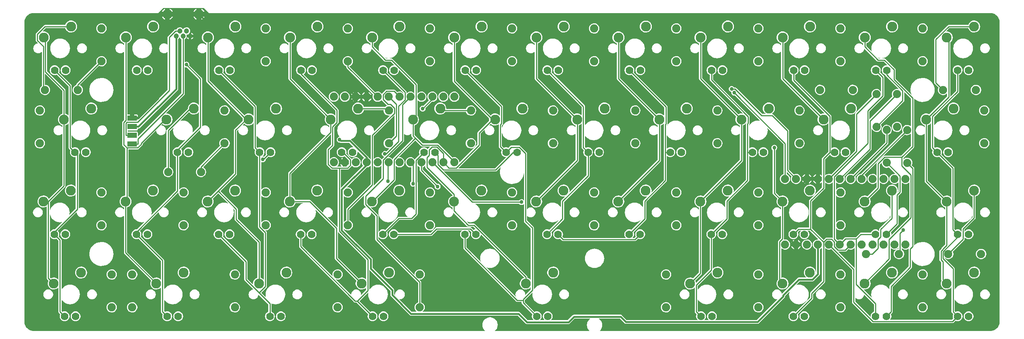
<source format=gbl>
G04 ---------------------------- Layer name :BOTTOM LAYER*
G04 easyEDA 0.1*
G04 Scale: 100 percent, Rotated: No, Reflected: No *
G04 Dimensions in inches *
G04 leading zeros omitted , absolute positions ,2 integer and 4 * 
%FSLAX24Y24*%
%MOIN*%
G90*
G70D02*

%ADD11C,0.009000*%
%ADD12C,0.015000*%
%ADD13C,0.034000*%
%ADD14C,0.024400*%
%ADD15C,0.047200*%
%ADD17C,0.090600*%
%ADD19C,0.074000*%
%ADD21R,0.085000X0.047200*%
%ADD22C,0.070000*%
%ADD24C,0.090000*%
%ADD26C,0.075000*%

%LPD*%
%LNCopperArea outer*%
G36*
G01X898Y29462D02*
G01X843Y29465D01*
G01X790Y29472D01*
G01X737Y29484D01*
G01X684Y29496D01*
G01X634Y29512D01*
G01X584Y29532D01*
G01X534Y29553D01*
G01X485Y29579D01*
G01X442Y29610D01*
G01X398Y29641D01*
G01X356Y29676D01*
G01X315Y29712D01*
G01X279Y29752D01*
G01X243Y29794D01*
G01X214Y29838D01*
G01X184Y29884D01*
G01X157Y29929D01*
G01X134Y29977D01*
G01X114Y30027D01*
G01X98Y30079D01*
G01X84Y30134D01*
G01X73Y30186D01*
G01X68Y30239D01*
G01X64Y30294D01*
G01X64Y30348D01*
G01X68Y30400D01*
G01X68Y57594D01*
G01X64Y57702D01*
G01X68Y57755D01*
G01X73Y57810D01*
G01X85Y57862D01*
G01X98Y57916D01*
G01X114Y57968D01*
G01X134Y58018D01*
G01X157Y58066D01*
G01X184Y58114D01*
G01X212Y58157D01*
G01X243Y58202D01*
G01X278Y58244D01*
G01X315Y58283D01*
G01X354Y58320D01*
G01X395Y58355D01*
G01X440Y58386D01*
G01X485Y58416D01*
G01X531Y58442D01*
G01X581Y58466D01*
G01X631Y58486D01*
G01X684Y58502D01*
G01X736Y58516D01*
G01X787Y58526D01*
G01X842Y58531D01*
G01X895Y58536D01*
G01X950Y58536D01*
G01X1004Y58531D01*
G01X12256Y58531D01*
G01X12726Y59000D01*
G01X16476Y59000D01*
G01X16944Y58531D01*
G01X88202Y58531D01*
G01X88310Y58536D01*
G01X88364Y58531D01*
G01X88418Y58526D01*
G01X88470Y58514D01*
G01X88524Y58502D01*
G01X88574Y58486D01*
G01X88624Y58466D01*
G01X88674Y58442D01*
G01X88722Y58418D01*
G01X88766Y58388D01*
G01X88810Y58355D01*
G01X88852Y58322D01*
G01X88892Y58283D01*
G01X88928Y58246D01*
G01X88964Y58204D01*
G01X88994Y58160D01*
G01X89024Y58114D01*
G01X89050Y58068D01*
G01X89074Y58018D01*
G01X89094Y57968D01*
G01X89110Y57918D01*
G01X89124Y57864D01*
G01X89134Y57812D01*
G01X89140Y57757D01*
G01X89144Y57704D01*
G01X89144Y57650D01*
G01X89140Y57596D01*
G01X89140Y30403D01*
G01X89144Y30350D01*
G01X89144Y30296D01*
G01X89140Y30241D01*
G01X89134Y30188D01*
G01X89124Y30136D01*
G01X89110Y30084D01*
G01X89094Y30032D01*
G01X89074Y29982D01*
G01X89052Y29934D01*
G01X89026Y29884D01*
G01X88996Y29839D01*
G01X88964Y29796D01*
G01X88930Y29753D01*
G01X88894Y29714D01*
G01X88854Y29677D01*
G01X88812Y29641D01*
G01X88768Y29612D01*
G01X88724Y29584D01*
G01X88676Y29555D01*
G01X88628Y29534D01*
G01X88578Y29512D01*
G01X88526Y29496D01*
G01X88474Y29484D01*
G01X88420Y29472D01*
G01X88366Y29465D01*
G01X88312Y29462D01*
G01X88258Y29462D01*
G01X88206Y29465D01*
G01X52590Y29465D01*
G01X52691Y29567D01*
G01X52774Y29700D01*
G01X52826Y29848D01*
G01X52844Y30003D01*
G01X52826Y30160D01*
G01X52774Y30308D01*
G01X52691Y30439D01*
G01X52579Y30552D01*
G01X52505Y30598D01*
G01X54454Y30598D01*
G01X54888Y30164D01*
G01X54910Y30148D01*
G01X54934Y30132D01*
G01X54958Y30122D01*
G01X54984Y30115D01*
G01X55012Y30114D01*
G01X67036Y30114D01*
G01X67064Y30115D01*
G01X67090Y30122D01*
G01X67114Y30132D01*
G01X67138Y30148D01*
G01X67160Y30164D01*
G01X69482Y32486D01*
G01X69498Y32508D01*
G01X69514Y32532D01*
G01X69524Y32555D01*
G01X69530Y32582D01*
G01X69532Y32610D01*
G01X69532Y32639D01*
G01X69950Y33058D01*
G01X69924Y32974D01*
G01X69906Y32798D01*
G01X69924Y32622D01*
G01X69974Y32453D01*
G01X70058Y32298D01*
G01X70170Y32162D01*
G01X70306Y32050D01*
G01X70462Y31965D01*
G01X70630Y31915D01*
G01X70806Y31898D01*
G01X70982Y31915D01*
G01X71150Y31965D01*
G01X71306Y32050D01*
G01X71442Y32162D01*
G01X71554Y32298D01*
G01X71638Y32453D01*
G01X71688Y32622D01*
G01X71706Y32798D01*
G01X71688Y32974D01*
G01X71638Y33141D01*
G01X71554Y33298D01*
G01X71442Y33434D01*
G01X71306Y33546D01*
G01X71150Y33629D01*
G01X70982Y33679D01*
G01X70806Y33698D01*
G01X70630Y33679D01*
G01X70548Y33655D01*
G01X70892Y34000D01*
G01X72052Y34000D01*
G01X72080Y34002D01*
G01X72106Y34008D01*
G01X72130Y34017D01*
G01X72154Y34034D01*
G01X72176Y34050D01*
G01X72674Y34548D01*
G01X72690Y34570D01*
G01X72706Y34594D01*
G01X72716Y34617D01*
G01X72722Y34644D01*
G01X72724Y34672D01*
G01X72724Y36929D01*
G01X72766Y36944D01*
G01X72870Y37017D01*
G01X72912Y37070D01*
G01X72912Y34041D01*
G01X71872Y33000D01*
G01X71858Y32982D01*
G01X71846Y32964D01*
G01X71838Y32941D01*
G01X71832Y32920D01*
G01X71830Y32898D01*
G01X71830Y32526D01*
G01X70504Y31200D01*
G01X70492Y31208D01*
G01X70370Y31244D01*
G01X70242Y31244D01*
G01X70120Y31208D01*
G01X70012Y31138D01*
G01X69928Y31041D01*
G01X69874Y30924D01*
G01X69856Y30798D01*
G01X69874Y30672D01*
G01X69928Y30553D01*
G01X70012Y30458D01*
G01X70120Y30388D01*
G01X70242Y30352D01*
G01X70370Y30352D01*
G01X70492Y30388D01*
G01X70600Y30458D01*
G01X70684Y30553D01*
G01X70738Y30672D01*
G01X70756Y30798D01*
G01X70738Y30924D01*
G01X70706Y30994D01*
G01X72076Y32364D01*
G01X72090Y32382D01*
G01X72102Y32400D01*
G01X72110Y32422D01*
G01X72116Y32444D01*
G01X72118Y32465D01*
G01X72118Y32838D01*
G01X73158Y33879D01*
G01X73172Y33898D01*
G01X73184Y33916D01*
G01X73192Y33938D01*
G01X73198Y33960D01*
G01X73200Y33982D01*
G01X73200Y37052D01*
G01X73278Y36978D01*
G01X73392Y36920D01*
G01X73518Y36894D01*
G01X73646Y36902D01*
G01X73764Y36944D01*
G01X75668Y35038D01*
G01X75668Y32084D01*
G01X75670Y32062D01*
G01X75676Y32039D01*
G01X75684Y32017D01*
G01X75696Y32000D01*
G01X75710Y31982D01*
G01X77466Y30227D01*
G01X77484Y30214D01*
G01X77502Y30202D01*
G01X77524Y30194D01*
G01X77546Y30188D01*
G01X77568Y30186D01*
G01X84838Y30186D01*
G01X84860Y30188D01*
G01X84882Y30194D01*
G01X84904Y30202D01*
G01X84922Y30214D01*
G01X84940Y30227D01*
G01X85110Y30396D01*
G01X85122Y30388D01*
G01X85244Y30352D01*
G01X85372Y30352D01*
G01X85494Y30388D01*
G01X85602Y30458D01*
G01X85686Y30553D01*
G01X85740Y30672D01*
G01X85758Y30798D01*
G01X85740Y30924D01*
G01X85686Y31041D01*
G01X85602Y31138D01*
G01X85494Y31208D01*
G01X85372Y31244D01*
G01X85244Y31244D01*
G01X85122Y31208D01*
G01X85110Y31200D01*
G01X85036Y31274D01*
G01X85036Y32341D01*
G01X85060Y32298D01*
G01X85172Y32162D01*
G01X85308Y32050D01*
G01X85464Y31965D01*
G01X85632Y31915D01*
G01X85808Y31898D01*
G01X85984Y31915D01*
G01X86152Y31965D01*
G01X86308Y32050D01*
G01X86444Y32162D01*
G01X86556Y32298D01*
G01X86640Y32453D01*
G01X86690Y32622D01*
G01X86708Y32798D01*
G01X86690Y32974D01*
G01X86640Y33141D01*
G01X86556Y33298D01*
G01X86444Y33434D01*
G01X86308Y33546D01*
G01X86152Y33629D01*
G01X85984Y33679D01*
G01X85808Y33698D01*
G01X85632Y33679D01*
G01X85464Y33629D01*
G01X85308Y33546D01*
G01X85172Y33434D01*
G01X85060Y33298D01*
G01X85036Y33254D01*
G01X85036Y35148D01*
G01X85034Y35170D01*
G01X85028Y35191D01*
G01X85020Y35214D01*
G01X85008Y35232D01*
G01X84994Y35250D01*
G01X84098Y36148D01*
G01X84098Y36184D01*
G01X84178Y36110D01*
G01X84294Y36052D01*
G01X84420Y36026D01*
G01X84548Y36034D01*
G01X84670Y36078D01*
G01X84776Y36152D01*
G01X84856Y36252D01*
G01X84908Y36370D01*
G01X84926Y36498D01*
G01X84908Y36626D01*
G01X84870Y36712D01*
G01X85910Y37752D01*
G01X85924Y37770D01*
G01X85936Y37788D01*
G01X85944Y37810D01*
G01X85950Y37832D01*
G01X85952Y37854D01*
G01X85952Y38028D01*
G01X86014Y37958D01*
G01X86122Y37888D01*
G01X86244Y37852D01*
G01X86372Y37852D01*
G01X86494Y37888D01*
G01X86602Y37958D01*
G01X86686Y38054D01*
G01X86740Y38172D01*
G01X86758Y38298D01*
G01X86740Y38424D01*
G01X86686Y38542D01*
G01X86602Y38638D01*
G01X86494Y38708D01*
G01X86372Y38744D01*
G01X86244Y38744D01*
G01X86122Y38708D01*
G01X86014Y38638D01*
G01X85952Y38568D01*
G01X85952Y38744D01*
G01X86910Y39702D01*
G01X86924Y39720D01*
G01X86936Y39738D01*
G01X86944Y39760D01*
G01X86950Y39782D01*
G01X86952Y39804D01*
G01X86952Y41770D01*
G01X86978Y41774D01*
G01X87102Y41834D01*
G01X87208Y41922D01*
G01X87290Y42034D01*
G01X87340Y42162D01*
G01X87358Y42298D01*
G01X87340Y42434D01*
G01X87290Y42562D01*
G01X87208Y42674D01*
G01X87102Y42762D01*
G01X86978Y42822D01*
G01X86842Y42846D01*
G01X86704Y42838D01*
G01X86574Y42796D01*
G01X86458Y42722D01*
G01X86364Y42622D01*
G01X86296Y42500D01*
G01X86262Y42366D01*
G01X86262Y42230D01*
G01X86296Y42096D01*
G01X86364Y41974D01*
G01X86458Y41874D01*
G01X86574Y41800D01*
G01X86664Y41770D01*
G01X86664Y40562D01*
G01X86640Y40642D01*
G01X86556Y40798D01*
G01X86444Y40934D01*
G01X86308Y41046D01*
G01X86152Y41130D01*
G01X85984Y41180D01*
G01X85808Y41198D01*
G01X85632Y41180D01*
G01X85464Y41130D01*
G01X85308Y41046D01*
G01X85172Y40934D01*
G01X85060Y40798D01*
G01X85018Y40720D01*
G01X85018Y44360D01*
G01X85016Y44382D01*
G01X85010Y44404D01*
G01X85002Y44426D01*
G01X84990Y44444D01*
G01X84976Y44462D01*
G01X83834Y45604D01*
G01X83866Y45674D01*
G01X83884Y45800D01*
G01X83866Y45926D01*
G01X83812Y46044D01*
G01X83728Y46140D01*
G01X83620Y46210D01*
G01X83498Y46246D01*
G01X83370Y46246D01*
G01X83248Y46210D01*
G01X83236Y46202D01*
G01X83162Y46276D01*
G01X83162Y47344D01*
G01X83186Y47300D01*
G01X83298Y47164D01*
G01X83434Y47052D01*
G01X83590Y46968D01*
G01X83758Y46918D01*
G01X83934Y46900D01*
G01X84110Y46918D01*
G01X84278Y46968D01*
G01X84434Y47052D01*
G01X84570Y47164D01*
G01X84682Y47300D01*
G01X84766Y47456D01*
G01X84816Y47624D01*
G01X84834Y47800D01*
G01X84816Y47976D01*
G01X84766Y48144D01*
G01X84682Y48300D01*
G01X84570Y48436D01*
G01X84434Y48548D01*
G01X84278Y48632D01*
G01X84110Y48682D01*
G01X83934Y48700D01*
G01X83758Y48682D01*
G01X83590Y48632D01*
G01X83434Y48548D01*
G01X83298Y48436D01*
G01X83186Y48300D01*
G01X83162Y48256D01*
G01X83162Y49022D01*
G01X85410Y51270D01*
G01X85424Y51288D01*
G01X85436Y51305D01*
G01X85444Y51328D01*
G01X85450Y51350D01*
G01X85452Y51372D01*
G01X85452Y52878D01*
G01X85494Y52890D01*
G01X85602Y52960D01*
G01X85686Y53055D01*
G01X85740Y53174D01*
G01X85758Y53300D01*
G01X85740Y53426D01*
G01X85686Y53544D01*
G01X85602Y53640D01*
G01X85494Y53710D01*
G01X85372Y53746D01*
G01X85244Y53746D01*
G01X85122Y53710D01*
G01X85014Y53640D01*
G01X84930Y53544D01*
G01X84876Y53426D01*
G01X84858Y53300D01*
G01X84876Y53174D01*
G01X84930Y53055D01*
G01X85014Y52960D01*
G01X85122Y52890D01*
G01X85164Y52878D01*
G01X85164Y51431D01*
G01X84634Y50902D01*
G01X84634Y55862D01*
G01X84708Y55924D01*
G01X84790Y56036D01*
G01X84840Y56164D01*
G01X84858Y56300D01*
G01X84840Y56436D01*
G01X84790Y56564D01*
G01X84708Y56676D01*
G01X84602Y56764D01*
G01X84478Y56824D01*
G01X84342Y56848D01*
G01X84252Y56842D01*
G01X84566Y57155D01*
G01X86282Y57155D01*
G01X86296Y57098D01*
G01X86364Y56976D01*
G01X86458Y56876D01*
G01X86574Y56802D01*
G01X86704Y56760D01*
G01X86842Y56752D01*
G01X86978Y56776D01*
G01X87102Y56836D01*
G01X87208Y56924D01*
G01X87290Y57036D01*
G01X87340Y57164D01*
G01X87358Y57300D01*
G01X87340Y57436D01*
G01X87290Y57564D01*
G01X87208Y57676D01*
G01X87102Y57764D01*
G01X86978Y57824D01*
G01X86842Y57848D01*
G01X86704Y57840D01*
G01X86574Y57798D01*
G01X86458Y57724D01*
G01X86364Y57624D01*
G01X86296Y57502D01*
G01X86282Y57444D01*
G01X84506Y57444D01*
G01X84484Y57442D01*
G01X84462Y57436D01*
G01X84440Y57428D01*
G01X84422Y57416D01*
G01X84404Y57402D01*
G01X83216Y56216D01*
G01X83202Y56198D01*
G01X83190Y56179D01*
G01X83182Y56157D01*
G01X83176Y56136D01*
G01X83174Y56114D01*
G01X83174Y52166D01*
G01X83176Y52144D01*
G01X83182Y52122D01*
G01X83190Y52100D01*
G01X83202Y52081D01*
G01X83216Y52064D01*
G01X83566Y51714D01*
G01X83550Y51688D01*
G01X83514Y51564D01*
G01X83514Y51436D01*
G01X83550Y51312D01*
G01X83616Y51200D01*
G01X83710Y51112D01*
G01X83826Y51054D01*
G01X83952Y51028D01*
G01X84080Y51036D01*
G01X84202Y51080D01*
G01X84308Y51154D01*
G01X84346Y51202D01*
G01X84346Y50916D01*
G01X82706Y49276D01*
G01X82604Y49324D01*
G01X82468Y49348D01*
G01X82330Y49340D01*
G01X82200Y49298D01*
G01X82084Y49224D01*
G01X81990Y49124D01*
G01X81922Y49002D01*
G01X81888Y48868D01*
G01X81888Y48732D01*
G01X81922Y48598D01*
G01X81990Y48476D01*
G01X82084Y48376D01*
G01X82200Y48302D01*
G01X82290Y48272D01*
G01X82290Y48070D01*
G01X82228Y48140D01*
G01X82120Y48210D01*
G01X81998Y48246D01*
G01X81870Y48246D01*
G01X81748Y48210D01*
G01X81640Y48140D01*
G01X81556Y48044D01*
G01X81502Y47926D01*
G01X81484Y47800D01*
G01X81502Y47674D01*
G01X81556Y47556D01*
G01X81640Y47460D01*
G01X81748Y47390D01*
G01X81870Y47354D01*
G01X81998Y47354D01*
G01X82120Y47390D01*
G01X82228Y47460D01*
G01X82290Y47530D01*
G01X82290Y43174D01*
G01X82292Y43152D01*
G01X82298Y43130D01*
G01X82306Y43108D01*
G01X82318Y43090D01*
G01X82332Y43072D01*
G01X83834Y41568D01*
G01X83796Y41500D01*
G01X83762Y41366D01*
G01X83762Y41230D01*
G01X83796Y41096D01*
G01X83864Y40974D01*
G01X83958Y40874D01*
G01X84074Y40800D01*
G01X84164Y40770D01*
G01X84164Y40568D01*
G01X84102Y40638D01*
G01X83994Y40708D01*
G01X83872Y40744D01*
G01X83744Y40744D01*
G01X83622Y40708D01*
G01X83514Y40638D01*
G01X83430Y40542D01*
G01X83376Y40424D01*
G01X83358Y40298D01*
G01X83376Y40172D01*
G01X83430Y40054D01*
G01X83514Y39958D01*
G01X83622Y39888D01*
G01X83744Y39852D01*
G01X83872Y39852D01*
G01X83994Y39888D01*
G01X84102Y39958D01*
G01X84164Y40028D01*
G01X84164Y37358D01*
G01X83852Y37046D01*
G01X83838Y37028D01*
G01X83826Y37010D01*
G01X83824Y37004D01*
G01X83692Y36872D01*
G01X83678Y36854D01*
G01X83666Y36836D01*
G01X83658Y36814D01*
G01X83652Y36791D01*
G01X83650Y36770D01*
G01X83650Y35941D01*
G01X83652Y35920D01*
G01X83658Y35898D01*
G01X83666Y35876D01*
G01X83678Y35858D01*
G01X83692Y35840D01*
G01X83786Y35746D01*
G01X83804Y35732D01*
G01X83810Y35726D01*
G01X83810Y34154D01*
G01X83812Y34132D01*
G01X83816Y34110D01*
G01X83826Y34088D01*
G01X83836Y34072D01*
G01X83796Y34000D01*
G01X83762Y33866D01*
G01X83762Y33729D01*
G01X83796Y33596D01*
G01X83864Y33474D01*
G01X83958Y33374D01*
G01X84074Y33300D01*
G01X84204Y33258D01*
G01X84342Y33250D01*
G01X84478Y33274D01*
G01X84602Y33334D01*
G01X84708Y33422D01*
G01X84748Y33476D01*
G01X84748Y31214D01*
G01X84750Y31191D01*
G01X84756Y31170D01*
G01X84764Y31148D01*
G01X84776Y31129D01*
G01X84790Y31112D01*
G01X84908Y30994D01*
G01X84876Y30924D01*
G01X84858Y30798D01*
G01X84876Y30672D01*
G01X84908Y30602D01*
G01X84778Y30474D01*
G01X79116Y30474D01*
G01X79186Y30553D01*
G01X79240Y30672D01*
G01X79258Y30798D01*
G01X79240Y30924D01*
G01X79208Y30994D01*
G01X79324Y31112D01*
G01X79338Y31129D01*
G01X79350Y31148D01*
G01X79358Y31170D01*
G01X79364Y31191D01*
G01X79366Y31214D01*
G01X79366Y33478D01*
G01X81086Y35198D01*
G01X81100Y35216D01*
G01X81112Y35234D01*
G01X81120Y35255D01*
G01X81126Y35278D01*
G01X81128Y35300D01*
G01X81128Y36000D01*
G01X81218Y35852D01*
G01X81348Y35702D01*
G01X81502Y35579D01*
G01X81676Y35486D01*
G01X81864Y35426D01*
G01X82058Y35400D01*
G01X82256Y35408D01*
G01X82448Y35452D01*
G01X82630Y35529D01*
G01X82794Y35638D01*
G01X82936Y35774D01*
G01X83052Y35934D01*
G01X83138Y36112D01*
G01X83190Y36302D01*
G01X83208Y36498D01*
G01X83190Y36694D01*
G01X83138Y36884D01*
G01X83052Y37062D01*
G01X82936Y37222D01*
G01X82794Y37358D01*
G01X82630Y37466D01*
G01X82448Y37544D01*
G01X82256Y37588D01*
G01X82058Y37596D01*
G01X81864Y37570D01*
G01X81676Y37510D01*
G01X81502Y37416D01*
G01X81352Y37298D01*
G01X81352Y44334D01*
G01X81350Y44356D01*
G01X81344Y44378D01*
G01X81336Y44400D01*
G01X81324Y44418D01*
G01X81310Y44436D01*
G01X81120Y44626D01*
G01X81156Y44712D01*
G01X81174Y44838D01*
G01X81156Y44964D01*
G01X81106Y45082D01*
G01X81024Y45182D01*
G01X80920Y45256D01*
G01X80800Y45298D01*
G01X80672Y45306D01*
G01X80546Y45280D01*
G01X80432Y45222D01*
G01X80362Y45156D01*
G01X80362Y45282D01*
G01X81292Y46212D01*
G01X81306Y46230D01*
G01X81318Y46248D01*
G01X81326Y46270D01*
G01X81332Y46292D01*
G01X81334Y46314D01*
G01X81334Y50720D01*
G01X81348Y50704D01*
G01X81502Y50582D01*
G01X81676Y50488D01*
G01X81864Y50428D01*
G01X82058Y50402D01*
G01X82256Y50410D01*
G01X82448Y50454D01*
G01X82630Y50532D01*
G01X82794Y50640D01*
G01X82936Y50776D01*
G01X83052Y50936D01*
G01X83138Y51114D01*
G01X83190Y51304D01*
G01X83208Y51500D01*
G01X83190Y51696D01*
G01X83138Y51886D01*
G01X83052Y52064D01*
G01X82936Y52224D01*
G01X82794Y52360D01*
G01X82630Y52468D01*
G01X82448Y52546D01*
G01X82256Y52590D01*
G01X82058Y52598D01*
G01X81864Y52572D01*
G01X81676Y52512D01*
G01X81502Y52418D01*
G01X81348Y52296D01*
G01X81218Y52146D01*
G01X81116Y51978D01*
G01X81048Y51792D01*
G01X81012Y51598D01*
G01X81012Y51402D01*
G01X81048Y51207D01*
G01X81110Y51040D01*
G01X79632Y52518D01*
G01X79632Y53364D01*
G01X79630Y53386D01*
G01X79624Y53407D01*
G01X79616Y53429D01*
G01X79604Y53448D01*
G01X79590Y53466D01*
G01X78722Y54333D01*
G01X78704Y54348D01*
G01X78686Y54360D01*
G01X78664Y54368D01*
G01X78642Y54374D01*
G01X78620Y54376D01*
G01X78110Y54376D01*
G01X78034Y54452D01*
G01X78148Y54418D01*
G01X78324Y54400D01*
G01X78500Y54418D01*
G01X78668Y54468D01*
G01X78824Y54552D01*
G01X78960Y54664D01*
G01X79072Y54800D01*
G01X79156Y54955D01*
G01X79206Y55124D01*
G01X79224Y55300D01*
G01X79206Y55476D01*
G01X79156Y55644D01*
G01X79072Y55800D01*
G01X78960Y55936D01*
G01X78824Y56048D01*
G01X78668Y56131D01*
G01X78500Y56181D01*
G01X78324Y56200D01*
G01X78148Y56181D01*
G01X77980Y56131D01*
G01X77824Y56048D01*
G01X77688Y55936D01*
G01X77576Y55800D01*
G01X77492Y55644D01*
G01X77442Y55476D01*
G01X77424Y55300D01*
G01X77442Y55124D01*
G01X77476Y55010D01*
G01X76968Y55518D01*
G01X76968Y55772D01*
G01X76994Y55776D01*
G01X77118Y55836D01*
G01X77224Y55924D01*
G01X77306Y56036D01*
G01X77356Y56164D01*
G01X77374Y56300D01*
G01X77356Y56436D01*
G01X77306Y56564D01*
G01X77224Y56676D01*
G01X77118Y56764D01*
G01X76994Y56824D01*
G01X76858Y56848D01*
G01X76720Y56840D01*
G01X76590Y56798D01*
G01X76474Y56724D01*
G01X76380Y56624D01*
G01X76312Y56502D01*
G01X76278Y56368D01*
G01X76278Y56231D01*
G01X76312Y56098D01*
G01X76380Y55976D01*
G01X76474Y55876D01*
G01X76590Y55802D01*
G01X76680Y55772D01*
G01X76680Y55570D01*
G01X76618Y55640D01*
G01X76510Y55710D01*
G01X76388Y55746D01*
G01X76260Y55746D01*
G01X76138Y55710D01*
G01X76030Y55640D01*
G01X75946Y55544D01*
G01X75892Y55426D01*
G01X75874Y55300D01*
G01X75892Y55174D01*
G01X75946Y55055D01*
G01X76030Y54960D01*
G01X76138Y54890D01*
G01X76260Y54854D01*
G01X76388Y54854D01*
G01X76510Y54890D01*
G01X76618Y54960D01*
G01X76702Y55055D01*
G01X76756Y55174D01*
G01X76774Y55300D01*
G01X76774Y55304D01*
G01X77948Y54129D01*
G01X77966Y54116D01*
G01X77984Y54104D01*
G01X78006Y54096D01*
G01X78028Y54090D01*
G01X78050Y54088D01*
G01X78560Y54088D01*
G01X78908Y53740D01*
G01X78888Y53746D01*
G01X78760Y53746D01*
G01X78638Y53710D01*
G01X78530Y53640D01*
G01X78446Y53544D01*
G01X78392Y53426D01*
G01X78374Y53300D01*
G01X78392Y53174D01*
G01X78446Y53055D01*
G01X78530Y52960D01*
G01X78638Y52890D01*
G01X78682Y52878D01*
G01X78682Y52868D01*
G01X78688Y52846D01*
G01X78696Y52824D01*
G01X78708Y52805D01*
G01X78722Y52788D01*
G01X79962Y51548D01*
G01X79864Y51581D01*
G01X79736Y51590D01*
G01X79610Y51564D01*
G01X79496Y51505D01*
G01X79404Y51418D01*
G01X79336Y51310D01*
G01X79302Y51186D01*
G01X79302Y51058D01*
G01X79336Y50934D01*
G01X79352Y50910D01*
G01X77246Y48806D01*
G01X77246Y49538D01*
G01X78556Y50846D01*
G01X78570Y50864D01*
G01X78582Y50882D01*
G01X78590Y50904D01*
G01X78596Y50926D01*
G01X78598Y50948D01*
G01X78598Y52672D01*
G01X78596Y52694D01*
G01X78590Y52716D01*
G01X78582Y52738D01*
G01X78570Y52755D01*
G01X78556Y52774D01*
G01X78224Y53104D01*
G01X78256Y53174D01*
G01X78274Y53300D01*
G01X78256Y53426D01*
G01X78202Y53544D01*
G01X78118Y53640D01*
G01X78010Y53710D01*
G01X77888Y53746D01*
G01X77760Y53746D01*
G01X77638Y53710D01*
G01X77530Y53640D01*
G01X77446Y53544D01*
G01X77392Y53426D01*
G01X77374Y53300D01*
G01X77392Y53174D01*
G01X77446Y53055D01*
G01X77530Y52960D01*
G01X77638Y52890D01*
G01X77760Y52854D01*
G01X77888Y52854D01*
G01X78010Y52890D01*
G01X78022Y52898D01*
G01X78310Y52612D01*
G01X78310Y51333D01*
G01X78296Y51368D01*
G01X78214Y51468D01*
G01X78110Y51542D01*
G01X77990Y51583D01*
G01X77862Y51592D01*
G01X77736Y51566D01*
G01X77622Y51507D01*
G01X77530Y51420D01*
G01X77462Y51312D01*
G01X77428Y51188D01*
G01X77428Y51060D01*
G01X77462Y50936D01*
G01X77478Y50912D01*
G01X75972Y49406D01*
G01X75958Y49388D01*
G01X75946Y49370D01*
G01X75938Y49348D01*
G01X75932Y49326D01*
G01X75930Y49304D01*
G01X75930Y45948D01*
G01X73764Y43780D01*
G01X73646Y43822D01*
G01X73518Y43830D01*
G01X73392Y43804D01*
G01X73278Y43746D01*
G01X73200Y43672D01*
G01X73200Y45154D01*
G01X73656Y45610D01*
G01X73680Y45556D01*
G01X73764Y45460D01*
G01X73872Y45390D01*
G01X73994Y45354D01*
G01X74122Y45354D01*
G01X74244Y45390D01*
G01X74352Y45460D01*
G01X74436Y45556D01*
G01X74490Y45674D01*
G01X74508Y45800D01*
G01X74490Y45926D01*
G01X74436Y46044D01*
G01X74352Y46140D01*
G01X74244Y46210D01*
G01X74122Y46246D01*
G01X73994Y46246D01*
G01X73872Y46210D01*
G01X73778Y46150D01*
G01X73778Y47360D01*
G01X73810Y47300D01*
G01X73922Y47164D01*
G01X74058Y47052D01*
G01X74214Y46968D01*
G01X74382Y46918D01*
G01X74558Y46900D01*
G01X74734Y46918D01*
G01X74902Y46968D01*
G01X75058Y47052D01*
G01X75194Y47164D01*
G01X75306Y47300D01*
G01X75390Y47456D01*
G01X75440Y47624D01*
G01X75458Y47800D01*
G01X75440Y47976D01*
G01X75390Y48144D01*
G01X75306Y48300D01*
G01X75194Y48436D01*
G01X75058Y48548D01*
G01X74902Y48632D01*
G01X74734Y48682D01*
G01X74558Y48700D01*
G01X74382Y48682D01*
G01X74214Y48632D01*
G01X74058Y48548D01*
G01X73922Y48436D01*
G01X73810Y48300D01*
G01X73778Y48240D01*
G01X73778Y49078D01*
G01X73776Y49100D01*
G01X73770Y49122D01*
G01X73762Y49144D01*
G01X73750Y49162D01*
G01X73736Y49180D01*
G01X70468Y52448D01*
G01X70468Y52878D01*
G01X70510Y52890D01*
G01X70618Y52960D01*
G01X70702Y53055D01*
G01X70756Y53174D01*
G01X70774Y53300D01*
G01X70756Y53426D01*
G01X70702Y53544D01*
G01X70618Y53640D01*
G01X70510Y53710D01*
G01X70388Y53746D01*
G01X70260Y53746D01*
G01X70138Y53710D01*
G01X70030Y53640D01*
G01X69946Y53544D01*
G01X69892Y53426D01*
G01X69874Y53300D01*
G01X69892Y53174D01*
G01X69946Y53055D01*
G01X70030Y52960D01*
G01X70138Y52890D01*
G01X70180Y52878D01*
G01X70180Y52388D01*
G01X70182Y52366D01*
G01X70188Y52344D01*
G01X70196Y52322D01*
G01X70208Y52304D01*
G01X70222Y52286D01*
G01X73174Y49334D01*
G01X73092Y49348D01*
G01X72954Y49340D01*
G01X72824Y49298D01*
G01X72788Y49274D01*
G01X69468Y52592D01*
G01X69468Y55772D01*
G01X69494Y55776D01*
G01X69618Y55836D01*
G01X69724Y55924D01*
G01X69806Y56036D01*
G01X69856Y56164D01*
G01X69874Y56300D01*
G01X69856Y56436D01*
G01X69806Y56564D01*
G01X69724Y56676D01*
G01X69618Y56764D01*
G01X69494Y56824D01*
G01X69358Y56848D01*
G01X69220Y56840D01*
G01X69090Y56798D01*
G01X68974Y56724D01*
G01X68880Y56624D01*
G01X68812Y56502D01*
G01X68778Y56368D01*
G01X68778Y56231D01*
G01X68812Y56098D01*
G01X68880Y55976D01*
G01X68974Y55876D01*
G01X69090Y55802D01*
G01X69180Y55772D01*
G01X69180Y55570D01*
G01X69118Y55640D01*
G01X69010Y55710D01*
G01X68888Y55746D01*
G01X68760Y55746D01*
G01X68638Y55710D01*
G01X68530Y55640D01*
G01X68446Y55544D01*
G01X68392Y55426D01*
G01X68374Y55300D01*
G01X68392Y55174D01*
G01X68446Y55055D01*
G01X68530Y54960D01*
G01X68638Y54890D01*
G01X68760Y54854D01*
G01X68888Y54854D01*
G01X69010Y54890D01*
G01X69118Y54960D01*
G01X69180Y55029D01*
G01X69180Y52531D01*
G01X69182Y52510D01*
G01X69188Y52488D01*
G01X69196Y52466D01*
G01X69208Y52448D01*
G01X69222Y52429D01*
G01X72584Y49070D01*
G01X72546Y49002D01*
G01X72512Y48868D01*
G01X72512Y48732D01*
G01X72546Y48598D01*
G01X72614Y48476D01*
G01X72708Y48376D01*
G01X72824Y48302D01*
G01X72954Y48260D01*
G01X73092Y48252D01*
G01X73228Y48276D01*
G01X73352Y48336D01*
G01X73458Y48424D01*
G01X73490Y48468D01*
G01X73490Y45852D01*
G01X72954Y45316D01*
G01X72940Y45298D01*
G01X72928Y45280D01*
G01X72920Y45258D01*
G01X72914Y45236D01*
G01X72912Y45214D01*
G01X72912Y43654D01*
G01X72870Y43706D01*
G01X72766Y43780D01*
G01X72734Y43792D01*
G01X72734Y43546D01*
G01X72912Y43546D01*
G01X72912Y43178D01*
G01X72734Y43178D01*
G01X72734Y42932D01*
G01X72766Y42944D01*
G01X72870Y43018D01*
G01X72912Y43070D01*
G01X72912Y42596D01*
G01X71766Y41448D01*
G01X71752Y41430D01*
G01X71740Y41412D01*
G01X71732Y41390D01*
G01X71726Y41368D01*
G01X71724Y41346D01*
G01X71724Y38908D01*
G01X70772Y38908D01*
G01X70750Y38906D01*
G01X70728Y38900D01*
G01X70706Y38892D01*
G01X70688Y38880D01*
G01X70670Y38866D01*
G01X70504Y38700D01*
G01X70492Y38708D01*
G01X70370Y38744D01*
G01X70242Y38744D01*
G01X70120Y38708D01*
G01X70012Y38638D01*
G01X69928Y38542D01*
G01X69874Y38424D01*
G01X69856Y38298D01*
G01X69874Y38172D01*
G01X69928Y38054D01*
G01X70012Y37958D01*
G01X70120Y37888D01*
G01X70242Y37852D01*
G01X70370Y37852D01*
G01X70492Y37888D01*
G01X70600Y37958D01*
G01X70684Y38054D01*
G01X70738Y38172D01*
G01X70756Y38298D01*
G01X70738Y38424D01*
G01X70706Y38494D01*
G01X70832Y38620D01*
G01X70996Y38620D01*
G01X70928Y38542D01*
G01X70874Y38424D01*
G01X70856Y38298D01*
G01X70874Y38172D01*
G01X70928Y38054D01*
G01X71012Y37958D01*
G01X71120Y37888D01*
G01X71242Y37852D01*
G01X71370Y37852D01*
G01X71492Y37888D01*
G01X71600Y37958D01*
G01X71684Y38054D01*
G01X71738Y38172D01*
G01X71756Y38298D01*
G01X71738Y38424D01*
G01X71684Y38542D01*
G01X71616Y38620D01*
G01X71808Y38620D01*
G01X72604Y37824D01*
G01X72518Y37830D01*
G01X72392Y37804D01*
G01X72278Y37746D01*
G01X72186Y37658D01*
G01X72118Y37550D01*
G01X72084Y37426D01*
G01X72084Y37298D01*
G01X72118Y37174D01*
G01X72186Y37066D01*
G01X72278Y36978D01*
G01X72376Y36928D01*
G01X72376Y34746D01*
G01X72346Y34716D01*
G01X72356Y34798D01*
G01X72338Y34934D01*
G01X72288Y35062D01*
G01X72206Y35174D01*
G01X72100Y35262D01*
G01X71976Y35322D01*
G01X71840Y35346D01*
G01X71702Y35338D01*
G01X71572Y35296D01*
G01X71456Y35222D01*
G01X71362Y35122D01*
G01X71294Y35000D01*
G01X71260Y34866D01*
G01X71260Y34729D01*
G01X71294Y34596D01*
G01X71362Y34474D01*
G01X71456Y34374D01*
G01X71496Y34348D01*
G01X70818Y34348D01*
G01X70790Y34346D01*
G01X70764Y34340D01*
G01X70740Y34329D01*
G01X70716Y34314D01*
G01X70694Y34298D01*
G01X69248Y32852D01*
G01X69238Y32924D01*
G01X69184Y33041D01*
G01X69100Y33138D01*
G01X68992Y33208D01*
G01X68870Y33244D01*
G01X68742Y33244D01*
G01X68620Y33208D01*
G01X68512Y33138D01*
G01X68428Y33041D01*
G01X68374Y32924D01*
G01X68356Y32798D01*
G01X68374Y32672D01*
G01X68428Y32553D01*
G01X68512Y32458D01*
G01X68620Y32388D01*
G01X68742Y32352D01*
G01X68852Y32352D01*
G01X66962Y30462D01*
G01X63166Y30462D01*
G01X63246Y30553D01*
G01X63300Y30672D01*
G01X63317Y30798D01*
G01X63300Y30924D01*
G01X63246Y31041D01*
G01X63162Y31138D01*
G01X63054Y31208D01*
G01X62932Y31244D01*
G01X62804Y31244D01*
G01X62682Y31208D01*
G01X62574Y31138D01*
G01X62490Y31041D01*
G01X62436Y30924D01*
G01X62417Y30798D01*
G01X62436Y30672D01*
G01X62490Y30553D01*
G01X62570Y30462D01*
G01X62166Y30462D01*
G01X62246Y30553D01*
G01X62300Y30672D01*
G01X62317Y30798D01*
G01X62300Y30924D01*
G01X62246Y31041D01*
G01X62162Y31138D01*
G01X62054Y31208D01*
G01X61932Y31244D01*
G01X61804Y31244D01*
G01X61682Y31208D01*
G01X61670Y31200D01*
G01X61578Y31294D01*
G01X61578Y32376D01*
G01X61620Y32298D01*
G01X61732Y32162D01*
G01X61867Y32050D01*
G01X62024Y31965D01*
G01X62191Y31915D01*
G01X62367Y31898D01*
G01X62544Y31915D01*
G01X62712Y31965D01*
G01X62867Y32050D01*
G01X63004Y32162D01*
G01X63116Y32298D01*
G01X63200Y32453D01*
G01X63250Y32622D01*
G01X63267Y32798D01*
G01X63250Y32974D01*
G01X63200Y33141D01*
G01X63116Y33298D01*
G01X63004Y33434D01*
G01X62867Y33546D01*
G01X62712Y33629D01*
G01X62544Y33679D01*
G01X62367Y33698D01*
G01X62191Y33679D01*
G01X62024Y33629D01*
G01X61867Y33546D01*
G01X61732Y33434D01*
G01X61620Y33298D01*
G01X61578Y33220D01*
G01X61578Y33604D01*
G01X62822Y34848D01*
G01X62822Y34729D01*
G01X62855Y34596D01*
G01X62924Y34474D01*
G01X63017Y34374D01*
G01X63134Y34300D01*
G01X63264Y34258D01*
G01X63402Y34250D01*
G01X63538Y34274D01*
G01X63662Y34334D01*
G01X63767Y34422D01*
G01X63850Y34534D01*
G01X63900Y34662D01*
G01X63917Y34798D01*
G01X63900Y34934D01*
G01X63850Y35062D01*
G01X63767Y35174D01*
G01X63662Y35262D01*
G01X63538Y35322D01*
G01X63402Y35346D01*
G01X63264Y35338D01*
G01X63134Y35296D01*
G01X63017Y35222D01*
G01X62950Y35150D01*
G01X62950Y37876D01*
G01X62991Y37888D01*
G01X63100Y37958D01*
G01X63184Y38054D01*
G01X63238Y38172D01*
G01X63255Y38298D01*
G01X63238Y38424D01*
G01X63205Y38494D01*
G01X64322Y39612D01*
G01X64336Y39630D01*
G01X64348Y39648D01*
G01X64355Y39670D01*
G01X64362Y39692D01*
G01X64364Y39714D01*
G01X64364Y41264D01*
G01X66216Y43116D01*
G01X66230Y43134D01*
G01X66242Y43152D01*
G01X66250Y43174D01*
G01X66256Y43196D01*
G01X66258Y43218D01*
G01X66258Y45464D01*
G01X66262Y45460D01*
G01X66370Y45390D01*
G01X66492Y45354D01*
G01X66620Y45354D01*
G01X66742Y45390D01*
G01X66850Y45460D01*
G01X66934Y45556D01*
G01X66988Y45674D01*
G01X67006Y45800D01*
G01X66988Y45926D01*
G01X66934Y46044D01*
G01X66850Y46140D01*
G01X66742Y46210D01*
G01X66620Y46246D01*
G01X66492Y46246D01*
G01X66370Y46210D01*
G01X66262Y46140D01*
G01X66258Y46136D01*
G01X66258Y47392D01*
G01X66308Y47300D01*
G01X66420Y47164D01*
G01X66556Y47052D01*
G01X66712Y46968D01*
G01X66880Y46918D01*
G01X67056Y46900D01*
G01X67232Y46918D01*
G01X67400Y46968D01*
G01X67556Y47052D01*
G01X67692Y47164D01*
G01X67804Y47300D01*
G01X67888Y47456D01*
G01X67938Y47624D01*
G01X67956Y47800D01*
G01X67938Y47976D01*
G01X67922Y48030D01*
G01X69406Y46546D01*
G01X69406Y43806D01*
G01X69392Y43804D01*
G01X69278Y43746D01*
G01X69186Y43658D01*
G01X69118Y43550D01*
G01X69084Y43426D01*
G01X69084Y43298D01*
G01X69118Y43174D01*
G01X69186Y43066D01*
G01X69278Y42978D01*
G01X69392Y42920D01*
G01X69518Y42894D01*
G01X69646Y42902D01*
G01X69766Y42944D01*
G01X69870Y43018D01*
G01X69952Y43118D01*
G01X70002Y43236D01*
G01X70020Y43362D01*
G01X70002Y43488D01*
G01X69952Y43606D01*
G01X69870Y43706D01*
G01X69766Y43780D01*
G01X69694Y43806D01*
G01X69694Y44012D01*
G01X70134Y43574D01*
G01X70118Y43550D01*
G01X70084Y43426D01*
G01X70084Y43298D01*
G01X70118Y43174D01*
G01X70186Y43066D01*
G01X70278Y42978D01*
G01X70392Y42920D01*
G01X70518Y42894D01*
G01X70646Y42902D01*
G01X70766Y42944D01*
G01X70870Y43018D01*
G01X70952Y43118D01*
G01X71002Y43236D01*
G01X71020Y43362D01*
G01X71002Y43488D01*
G01X70952Y43606D01*
G01X70870Y43706D01*
G01X70766Y43780D01*
G01X70646Y43822D01*
G01X70518Y43830D01*
G01X70392Y43804D01*
G01X70338Y43776D01*
G01X69914Y44200D01*
G01X69914Y47760D01*
G01X69912Y47782D01*
G01X69906Y47804D01*
G01X69898Y47826D01*
G01X69886Y47844D01*
G01X69872Y47862D01*
G01X68462Y49272D01*
G01X68444Y49286D01*
G01X68426Y49298D01*
G01X68404Y49306D01*
G01X68382Y49312D01*
G01X68360Y49314D01*
G01X68304Y49314D01*
G01X68350Y49336D01*
G01X68456Y49424D01*
G01X68538Y49536D01*
G01X68588Y49664D01*
G01X68606Y49800D01*
G01X68588Y49936D01*
G01X68538Y50064D01*
G01X68456Y50176D01*
G01X68350Y50264D01*
G01X68226Y50324D01*
G01X68090Y50348D01*
G01X67952Y50340D01*
G01X67822Y50298D01*
G01X67706Y50224D01*
G01X67612Y50124D01*
G01X67544Y50002D01*
G01X67510Y49868D01*
G01X67510Y49732D01*
G01X67544Y49598D01*
G01X67612Y49476D01*
G01X67706Y49376D01*
G01X67804Y49314D01*
G01X67454Y49314D01*
G01X65076Y51692D01*
G01X65058Y51705D01*
G01X65040Y51718D01*
G01X65017Y51726D01*
G01X64996Y51731D01*
G01X64974Y51733D01*
G01X64888Y51733D01*
G01X64864Y51772D01*
G01X64784Y51831D01*
G01X64688Y51857D01*
G01X64590Y51850D01*
G01X64502Y51805D01*
G01X64434Y51731D01*
G01X64398Y51640D01*
G01X64398Y51540D01*
G01X64434Y51448D01*
G01X64502Y51374D01*
G01X64590Y51329D01*
G01X64650Y51326D01*
G01X64640Y51300D01*
G01X64640Y51200D01*
G01X64676Y51108D01*
G01X64744Y51034D01*
G01X64832Y50990D01*
G01X64929Y50982D01*
G01X64960Y50990D01*
G01X67284Y48666D01*
G01X67232Y48682D01*
G01X67056Y48700D01*
G01X66880Y48682D01*
G01X66712Y48632D01*
G01X66556Y48548D01*
G01X66420Y48436D01*
G01X66308Y48300D01*
G01X66258Y48208D01*
G01X66258Y48330D01*
G01X66278Y48350D01*
G01X66292Y48366D01*
G01X66312Y48406D01*
G01X66316Y48428D01*
G01X66318Y48450D01*
G01X66318Y49060D01*
G01X66316Y49082D01*
G01X66310Y49104D01*
G01X66302Y49126D01*
G01X66290Y49144D01*
G01X66276Y49162D01*
G01X62967Y52472D01*
G01X62967Y52878D01*
G01X63010Y52890D01*
G01X63117Y52960D01*
G01X63202Y53055D01*
G01X63255Y53174D01*
G01X63274Y53300D01*
G01X63255Y53426D01*
G01X63202Y53544D01*
G01X63117Y53640D01*
G01X63010Y53710D01*
G01X62888Y53746D01*
G01X62760Y53746D01*
G01X62638Y53710D01*
G01X62529Y53640D01*
G01X62446Y53544D01*
G01X62391Y53426D01*
G01X62374Y53300D01*
G01X62391Y53174D01*
G01X62446Y53055D01*
G01X62529Y52960D01*
G01X62638Y52890D01*
G01X62679Y52878D01*
G01X62679Y52412D01*
G01X62682Y52390D01*
G01X62688Y52368D01*
G01X62696Y52346D01*
G01X62708Y52328D01*
G01X62722Y52310D01*
G01X65702Y49328D01*
G01X65590Y49348D01*
G01X65452Y49340D01*
G01X65322Y49298D01*
G01X65286Y49274D01*
G01X61967Y52592D01*
G01X61967Y55772D01*
G01X61994Y55776D01*
G01X62117Y55836D01*
G01X62224Y55924D01*
G01X62305Y56036D01*
G01X62355Y56164D01*
G01X62374Y56300D01*
G01X62355Y56436D01*
G01X62305Y56564D01*
G01X62224Y56676D01*
G01X62117Y56764D01*
G01X61994Y56824D01*
G01X61858Y56848D01*
G01X61720Y56840D01*
G01X61590Y56798D01*
G01X61474Y56724D01*
G01X61379Y56624D01*
G01X61312Y56502D01*
G01X61278Y56368D01*
G01X61278Y56231D01*
G01X61312Y56098D01*
G01X61379Y55976D01*
G01X61474Y55876D01*
G01X61590Y55802D01*
G01X61679Y55772D01*
G01X61679Y55570D01*
G01X61617Y55640D01*
G01X61510Y55710D01*
G01X61388Y55746D01*
G01X61260Y55746D01*
G01X61138Y55710D01*
G01X61029Y55640D01*
G01X60946Y55544D01*
G01X60891Y55426D01*
G01X60874Y55300D01*
G01X60891Y55174D01*
G01X60946Y55055D01*
G01X61029Y54960D01*
G01X61138Y54890D01*
G01X61260Y54854D01*
G01X61388Y54854D01*
G01X61510Y54890D01*
G01X61617Y54960D01*
G01X61679Y55029D01*
G01X61679Y52531D01*
G01X61682Y52510D01*
G01X61688Y52488D01*
G01X61696Y52466D01*
G01X61708Y52448D01*
G01X61722Y52429D01*
G01X65082Y49070D01*
G01X65044Y49002D01*
G01X65010Y48868D01*
G01X65010Y48732D01*
G01X65044Y48598D01*
G01X65112Y48476D01*
G01X65205Y48376D01*
G01X65322Y48302D01*
G01X65412Y48272D01*
G01X65412Y48070D01*
G01X65350Y48140D01*
G01X65241Y48210D01*
G01X65120Y48246D01*
G01X64991Y48246D01*
G01X64870Y48210D01*
G01X64762Y48140D01*
G01X64678Y48044D01*
G01X64624Y47926D01*
G01X64605Y47800D01*
G01X64624Y47674D01*
G01X64678Y47556D01*
G01X64762Y47460D01*
G01X64870Y47390D01*
G01X64991Y47354D01*
G01X65120Y47354D01*
G01X65241Y47390D01*
G01X65350Y47460D01*
G01X65412Y47530D01*
G01X65412Y45110D01*
G01X62076Y41774D01*
G01X61976Y41822D01*
G01X61840Y41846D01*
G01X61702Y41838D01*
G01X61572Y41796D01*
G01X61455Y41722D01*
G01X61362Y41622D01*
G01X61294Y41500D01*
G01X61260Y41366D01*
G01X61260Y41230D01*
G01X61294Y41096D01*
G01X61362Y40974D01*
G01X61455Y40874D01*
G01X61572Y40800D01*
G01X61662Y40770D01*
G01X61662Y40568D01*
G01X61600Y40638D01*
G01X61491Y40708D01*
G01X61370Y40744D01*
G01X61241Y40744D01*
G01X61120Y40708D01*
G01X61012Y40638D01*
G01X60928Y40542D01*
G01X60874Y40424D01*
G01X60855Y40298D01*
G01X60874Y40172D01*
G01X60928Y40054D01*
G01X61012Y39958D01*
G01X61120Y39888D01*
G01X61241Y39852D01*
G01X61370Y39852D01*
G01X61491Y39888D01*
G01X61600Y39958D01*
G01X61662Y40028D01*
G01X61662Y34796D01*
G01X61140Y34274D01*
G01X61038Y34322D01*
G01X60902Y34346D01*
G01X60764Y34338D01*
G01X60634Y34296D01*
G01X60517Y34222D01*
G01X60424Y34122D01*
G01X60355Y34000D01*
G01X60322Y33866D01*
G01X60322Y33729D01*
G01X60355Y33596D01*
G01X60424Y33474D01*
G01X60517Y33374D01*
G01X60634Y33300D01*
G01X60764Y33258D01*
G01X60902Y33250D01*
G01X61038Y33274D01*
G01X61162Y33334D01*
G01X61267Y33422D01*
G01X61290Y33452D01*
G01X61290Y31234D01*
G01X61291Y31212D01*
G01X61298Y31189D01*
G01X61305Y31167D01*
G01X61317Y31150D01*
G01X61332Y31132D01*
G01X61467Y30994D01*
G01X61436Y30924D01*
G01X61417Y30798D01*
G01X61436Y30672D01*
G01X61490Y30553D01*
G01X61570Y30462D01*
G01X55086Y30462D01*
G01X54652Y30896D01*
G01X54629Y30912D01*
G01X54605Y30927D01*
G01X54582Y30938D01*
G01X54555Y30944D01*
G01X54528Y30946D01*
G01X50260Y30946D01*
G01X50232Y30944D01*
G01X50205Y30938D01*
G01X50182Y30927D01*
G01X50158Y30912D01*
G01X50136Y30896D01*
G01X49686Y30446D01*
G01X48141Y30446D01*
G01X48160Y30458D01*
G01X48244Y30553D01*
G01X48298Y30672D01*
G01X48316Y30798D01*
G01X48298Y30924D01*
G01X48244Y31041D01*
G01X48160Y31138D01*
G01X48052Y31208D01*
G01X47929Y31244D01*
G01X47802Y31244D01*
G01X47679Y31208D01*
G01X47572Y31138D01*
G01X47488Y31041D01*
G01X47434Y30924D01*
G01X47416Y30798D01*
G01X47434Y30672D01*
G01X47488Y30553D01*
G01X47572Y30458D01*
G01X47590Y30446D01*
G01X47141Y30446D01*
G01X47160Y30458D01*
G01X47244Y30553D01*
G01X47298Y30672D01*
G01X47316Y30798D01*
G01X47298Y30924D01*
G01X47244Y31041D01*
G01X47160Y31138D01*
G01X47052Y31208D01*
G01X46929Y31244D01*
G01X46802Y31244D01*
G01X46679Y31208D01*
G01X46667Y31200D01*
G01X45766Y32103D01*
G01X45766Y32288D01*
G01X46498Y33022D01*
G01X46484Y32974D01*
G01X46466Y32798D01*
G01X46484Y32622D01*
G01X46534Y32453D01*
G01X46617Y32298D01*
G01X46729Y32162D01*
G01X46866Y32050D01*
G01X47022Y31965D01*
G01X47190Y31915D01*
G01X47366Y31898D01*
G01X47541Y31915D01*
G01X47710Y31965D01*
G01X47866Y32050D01*
G01X48002Y32162D01*
G01X48114Y32298D01*
G01X48198Y32453D01*
G01X48248Y32622D01*
G01X48266Y32798D01*
G01X48248Y32974D01*
G01X48198Y33141D01*
G01X48114Y33298D01*
G01X48002Y33434D01*
G01X47866Y33546D01*
G01X47710Y33629D01*
G01X47541Y33679D01*
G01X47366Y33698D01*
G01X47190Y33679D01*
G01X47022Y33629D01*
G01X46866Y33546D01*
G01X46729Y33434D01*
G01X46617Y33298D01*
G01X46600Y33266D01*
G01X46600Y38886D01*
G01X46598Y38908D01*
G01X46591Y38930D01*
G01X46584Y38952D01*
G01X46572Y38970D01*
G01X46558Y38988D01*
G01X45979Y39566D01*
G01X45979Y39992D01*
G01X46010Y39958D01*
G01X46117Y39888D01*
G01X46240Y39852D01*
G01X46367Y39852D01*
G01X46490Y39888D01*
G01X46598Y39958D01*
G01X46682Y40054D01*
G01X46736Y40172D01*
G01X46754Y40298D01*
G01X46736Y40424D01*
G01X46682Y40542D01*
G01X46598Y40638D01*
G01X46490Y40708D01*
G01X46367Y40744D01*
G01X46240Y40744D01*
G01X46117Y40708D01*
G01X46010Y40638D01*
G01X45979Y40604D01*
G01X45979Y45702D01*
G01X45978Y45724D01*
G01X45972Y45746D01*
G01X45964Y45768D01*
G01X45952Y45786D01*
G01X45938Y45804D01*
G01X45367Y46372D01*
G01X45350Y46386D01*
G01X45332Y46398D01*
G01X45310Y46406D01*
G01X45288Y46412D01*
G01X45266Y46414D01*
G01X44524Y46414D01*
G01X44502Y46412D01*
G01X44479Y46406D01*
G01X44458Y46398D01*
G01X44440Y46386D01*
G01X44422Y46372D01*
G01X44252Y46202D01*
G01X44240Y46210D01*
G01X44117Y46246D01*
G01X43990Y46246D01*
G01X43867Y46210D01*
G01X43855Y46202D01*
G01X43686Y46370D01*
G01X43686Y47576D01*
G01X43722Y47456D01*
G01X43805Y47300D01*
G01X43917Y47164D01*
G01X44054Y47052D01*
G01X44210Y46968D01*
G01X44378Y46918D01*
G01X44554Y46900D01*
G01X44729Y46918D01*
G01X44898Y46968D01*
G01X45054Y47052D01*
G01X45190Y47164D01*
G01X45302Y47300D01*
G01X45386Y47456D01*
G01X45436Y47624D01*
G01X45454Y47800D01*
G01X45436Y47976D01*
G01X45386Y48144D01*
G01X45302Y48300D01*
G01X45190Y48436D01*
G01X45054Y48548D01*
G01X44898Y48632D01*
G01X44729Y48682D01*
G01X44554Y48700D01*
G01X44378Y48682D01*
G01X44210Y48632D01*
G01X44054Y48548D01*
G01X43917Y48436D01*
G01X43805Y48300D01*
G01X43722Y48144D01*
G01X43686Y48026D01*
G01X43686Y48260D01*
G01X43744Y48318D01*
G01X43758Y48336D01*
G01X43770Y48354D01*
G01X43778Y48376D01*
G01X43784Y48398D01*
G01X43786Y48420D01*
G01X43786Y49984D01*
G01X43784Y50006D01*
G01X43778Y50028D01*
G01X43770Y50050D01*
G01X43758Y50068D01*
G01X43744Y50086D01*
G01X40724Y53104D01*
G01X40756Y53174D01*
G01X40774Y53300D01*
G01X40756Y53426D01*
G01X40702Y53544D01*
G01X40618Y53640D01*
G01X40510Y53710D01*
G01X40388Y53746D01*
G01X40260Y53746D01*
G01X40138Y53710D01*
G01X40030Y53640D01*
G01X39946Y53544D01*
G01X39892Y53426D01*
G01X39874Y53300D01*
G01X39892Y53174D01*
G01X39946Y53055D01*
G01X40030Y52960D01*
G01X40138Y52890D01*
G01X40260Y52854D01*
G01X40388Y52854D01*
G01X40510Y52890D01*
G01X40522Y52898D01*
G01X43498Y49924D01*
G01X43498Y49116D01*
G01X43454Y49176D01*
G01X43348Y49264D01*
G01X43224Y49324D01*
G01X43088Y49348D01*
G01X42950Y49340D01*
G01X42820Y49298D01*
G01X42704Y49224D01*
G01X42654Y49172D01*
G01X39468Y52357D01*
G01X39468Y55772D01*
G01X39494Y55776D01*
G01X39618Y55836D01*
G01X39724Y55924D01*
G01X39806Y56036D01*
G01X39856Y56164D01*
G01X39874Y56300D01*
G01X39856Y56436D01*
G01X39806Y56564D01*
G01X39724Y56676D01*
G01X39618Y56764D01*
G01X39494Y56824D01*
G01X39358Y56848D01*
G01X39220Y56840D01*
G01X39090Y56798D01*
G01X38974Y56724D01*
G01X38880Y56624D01*
G01X38812Y56502D01*
G01X38778Y56368D01*
G01X38778Y56231D01*
G01X38812Y56098D01*
G01X38880Y55976D01*
G01X38974Y55876D01*
G01X39090Y55802D01*
G01X39180Y55772D01*
G01X39180Y55570D01*
G01X39118Y55640D01*
G01X39010Y55710D01*
G01X38888Y55746D01*
G01X38760Y55746D01*
G01X38638Y55710D01*
G01X38530Y55640D01*
G01X38446Y55544D01*
G01X38392Y55426D01*
G01X38374Y55300D01*
G01X38392Y55174D01*
G01X38446Y55055D01*
G01X38530Y54960D01*
G01X38638Y54890D01*
G01X38760Y54854D01*
G01X38888Y54854D01*
G01X39010Y54890D01*
G01X39118Y54960D01*
G01X39180Y55029D01*
G01X39180Y52298D01*
G01X39182Y52276D01*
G01X39188Y52254D01*
G01X39196Y52231D01*
G01X39208Y52214D01*
G01X39222Y52196D01*
G01X42516Y48902D01*
G01X42508Y48868D01*
G01X42508Y48732D01*
G01X42516Y48698D01*
G01X41492Y47674D01*
G01X41478Y47656D01*
G01X41466Y47638D01*
G01X41458Y47616D01*
G01X41452Y47594D01*
G01X41450Y47572D01*
G01X41450Y46512D01*
G01X39792Y44854D01*
G01X39796Y44880D01*
G01X39778Y45006D01*
G01X39728Y45124D01*
G01X39646Y45224D01*
G01X39542Y45298D01*
G01X39422Y45340D01*
G01X39294Y45348D01*
G01X39168Y45322D01*
G01X39154Y45314D01*
G01X37892Y46576D01*
G01X37874Y46590D01*
G01X37856Y46602D01*
G01X37834Y46610D01*
G01X37812Y46616D01*
G01X37790Y46618D01*
G01X36456Y46618D01*
G01X35698Y47376D01*
G01X35698Y48272D01*
G01X35724Y48276D01*
G01X35848Y48336D01*
G01X35954Y48424D01*
G01X36036Y48536D01*
G01X36086Y48664D01*
G01X36104Y48800D01*
G01X36086Y48936D01*
G01X36036Y49064D01*
G01X35970Y49154D01*
G01X35970Y50576D01*
G01X36054Y50496D01*
G01X36168Y50438D01*
G01X36294Y50412D01*
G01X36422Y50420D01*
G01X36542Y50462D01*
G01X36646Y50536D01*
G01X36728Y50636D01*
G01X36778Y50754D01*
G01X36796Y50880D01*
G01X36778Y51006D01*
G01X36728Y51124D01*
G01X36646Y51224D01*
G01X36542Y51298D01*
G01X36422Y51340D01*
G01X36294Y51348D01*
G01X36168Y51322D01*
G01X36054Y51264D01*
G01X35970Y51184D01*
G01X35970Y51998D01*
G01X35968Y52020D01*
G01X35962Y52042D01*
G01X35954Y52064D01*
G01X35942Y52081D01*
G01X35928Y52100D01*
G01X33694Y54333D01*
G01X33676Y54348D01*
G01X33658Y54360D01*
G01X33636Y54368D01*
G01X33614Y54374D01*
G01X33592Y54376D01*
G01X33110Y54376D01*
G01X33034Y54452D01*
G01X33148Y54418D01*
G01X33324Y54400D01*
G01X33500Y54418D01*
G01X33668Y54468D01*
G01X33824Y54552D01*
G01X33960Y54664D01*
G01X34072Y54800D01*
G01X34156Y54955D01*
G01X34206Y55124D01*
G01X34224Y55300D01*
G01X34206Y55476D01*
G01X34156Y55644D01*
G01X34072Y55800D01*
G01X33960Y55936D01*
G01X33824Y56048D01*
G01X33668Y56131D01*
G01X33500Y56181D01*
G01X33324Y56200D01*
G01X33148Y56181D01*
G01X32980Y56131D01*
G01X32824Y56048D01*
G01X32688Y55936D01*
G01X32576Y55800D01*
G01X32492Y55644D01*
G01X32442Y55476D01*
G01X32424Y55300D01*
G01X32442Y55124D01*
G01X32476Y55010D01*
G01X31968Y55518D01*
G01X31968Y55772D01*
G01X31994Y55776D01*
G01X32118Y55836D01*
G01X32224Y55924D01*
G01X32306Y56036D01*
G01X32356Y56164D01*
G01X32374Y56300D01*
G01X32356Y56436D01*
G01X32306Y56564D01*
G01X32224Y56676D01*
G01X32118Y56764D01*
G01X31994Y56824D01*
G01X31858Y56848D01*
G01X31720Y56840D01*
G01X31589Y56798D01*
G01X31474Y56724D01*
G01X31380Y56624D01*
G01X31312Y56502D01*
G01X31277Y56368D01*
G01X31277Y56231D01*
G01X31312Y56098D01*
G01X31380Y55976D01*
G01X31474Y55876D01*
G01X31589Y55802D01*
G01X31680Y55772D01*
G01X31680Y55570D01*
G01X31618Y55640D01*
G01X31510Y55710D01*
G01X31388Y55746D01*
G01X31260Y55746D01*
G01X31138Y55710D01*
G01X31030Y55640D01*
G01X30945Y55544D01*
G01X30892Y55426D01*
G01X30874Y55300D01*
G01X30892Y55174D01*
G01X30945Y55055D01*
G01X31030Y54960D01*
G01X31138Y54890D01*
G01X31260Y54854D01*
G01X31388Y54854D01*
G01X31510Y54890D01*
G01X31618Y54960D01*
G01X31702Y55055D01*
G01X31756Y55174D01*
G01X31774Y55300D01*
G01X31774Y55304D01*
G01X32948Y54129D01*
G01X32966Y54116D01*
G01X32984Y54104D01*
G01X33006Y54096D01*
G01X33028Y54090D01*
G01X33050Y54088D01*
G01X33532Y54088D01*
G01X33874Y53746D01*
G01X33760Y53746D01*
G01X33638Y53710D01*
G01X33530Y53640D01*
G01X33446Y53544D01*
G01X33392Y53426D01*
G01X33374Y53300D01*
G01X33392Y53174D01*
G01X33446Y53055D01*
G01X33530Y52960D01*
G01X33638Y52890D01*
G01X33760Y52854D01*
G01X33888Y52854D01*
G01X34010Y52890D01*
G01X34118Y52960D01*
G01X34202Y53055D01*
G01X34256Y53174D01*
G01X34274Y53300D01*
G01X34266Y53354D01*
G01X35682Y51938D01*
G01X35682Y51180D01*
G01X35646Y51224D01*
G01X35542Y51298D01*
G01X35422Y51340D01*
G01X35294Y51348D01*
G01X35168Y51322D01*
G01X35054Y51264D01*
G01X34970Y51184D01*
G01X34970Y51300D01*
G01X34968Y51322D01*
G01X34962Y51344D01*
G01X34954Y51366D01*
G01X34942Y51383D01*
G01X34928Y51402D01*
G01X33224Y53104D01*
G01X33256Y53174D01*
G01X33274Y53300D01*
G01X33256Y53426D01*
G01X33202Y53544D01*
G01X33118Y53640D01*
G01X33010Y53710D01*
G01X32888Y53746D01*
G01X32760Y53746D01*
G01X32638Y53710D01*
G01X32530Y53640D01*
G01X32445Y53544D01*
G01X32392Y53426D01*
G01X32374Y53300D01*
G01X32392Y53174D01*
G01X32445Y53055D01*
G01X32530Y52960D01*
G01X32638Y52890D01*
G01X32760Y52854D01*
G01X32888Y52854D01*
G01X33010Y52890D01*
G01X33022Y52898D01*
G01X34682Y51240D01*
G01X34682Y51180D01*
G01X34646Y51224D01*
G01X34542Y51298D01*
G01X34422Y51340D01*
G01X34294Y51348D01*
G01X34168Y51322D01*
G01X34114Y51296D01*
G01X33930Y51479D01*
G01X33912Y51494D01*
G01X33894Y51505D01*
G01X33872Y51514D01*
G01X33850Y51520D01*
G01X33828Y51522D01*
G01X33130Y51522D01*
G01X33108Y51520D01*
G01X33086Y51514D01*
G01X33064Y51505D01*
G01X33046Y51494D01*
G01X33028Y51479D01*
G01X32724Y51174D01*
G01X32710Y51156D01*
G01X32706Y51150D01*
G01X32645Y51224D01*
G01X32542Y51298D01*
G01X32422Y51340D01*
G01X32294Y51348D01*
G01X32168Y51322D01*
G01X32114Y51296D01*
G01X29750Y53660D01*
G01X29750Y53672D01*
G01X29824Y53698D01*
G01X29930Y53772D01*
G01X30010Y53872D01*
G01X30062Y53990D01*
G01X30080Y54118D01*
G01X30062Y54246D01*
G01X30010Y54364D01*
G01X29930Y54464D01*
G01X29824Y54538D01*
G01X29702Y54581D01*
G01X29574Y54590D01*
G01X29448Y54564D01*
G01X29332Y54505D01*
G01X29238Y54418D01*
G01X29172Y54305D01*
G01X29136Y54181D01*
G01X29136Y54054D01*
G01X29172Y53929D01*
G01X29238Y53818D01*
G01X29332Y53729D01*
G01X29448Y53672D01*
G01X29462Y53670D01*
G01X29462Y53600D01*
G01X29464Y53578D01*
G01X29470Y53555D01*
G01X29477Y53533D01*
G01X29489Y53516D01*
G01X29504Y53498D01*
G01X31910Y51092D01*
G01X31894Y51068D01*
G01X31860Y50944D01*
G01X31860Y50816D01*
G01X31894Y50692D01*
G01X31962Y50584D01*
G01X32054Y50496D01*
G01X32168Y50438D01*
G01X32294Y50412D01*
G01X32422Y50420D01*
G01X32542Y50462D01*
G01X32645Y50536D01*
G01X32688Y50588D01*
G01X32689Y50582D01*
G01X32698Y50560D01*
G01X32710Y50542D01*
G01X32724Y50524D01*
G01X33168Y50080D01*
G01X33186Y50066D01*
G01X33080Y50012D01*
G01X33008Y49944D01*
G01X31080Y49944D01*
G01X31033Y50064D01*
G01X30952Y50176D01*
G01X30845Y50264D01*
G01X30722Y50324D01*
G01X30586Y50348D01*
G01X30448Y50340D01*
G01X30318Y50298D01*
G01X30202Y50224D01*
G01X30108Y50124D01*
G01X30039Y50002D01*
G01X30006Y49868D01*
G01X30006Y49732D01*
G01X30039Y49598D01*
G01X30108Y49476D01*
G01X30202Y49376D01*
G01X30318Y49302D01*
G01X30448Y49260D01*
G01X30586Y49252D01*
G01X30722Y49276D01*
G01X30845Y49336D01*
G01X30952Y49424D01*
G01X31033Y49536D01*
G01X31080Y49656D01*
G01X32884Y49656D01*
G01X32884Y49560D01*
G01X32920Y49436D01*
G01X32986Y49324D01*
G01X33080Y49236D01*
G01X33196Y49178D01*
G01X33322Y49152D01*
G01X33444Y49160D01*
G01X31988Y47704D01*
G01X32002Y47800D01*
G01X31983Y47926D01*
G01X31930Y48044D01*
G01X31845Y48140D01*
G01X31738Y48210D01*
G01X31616Y48246D01*
G01X31488Y48246D01*
G01X31366Y48210D01*
G01X31258Y48140D01*
G01X31174Y48044D01*
G01X31120Y47926D01*
G01X31102Y47800D01*
G01X31120Y47674D01*
G01X31174Y47556D01*
G01X31258Y47460D01*
G01X31366Y47390D01*
G01X31488Y47354D01*
G01X31616Y47354D01*
G01X31692Y47376D01*
G01X31689Y47366D01*
G01X31688Y47344D01*
G01X31688Y45172D01*
G01X31645Y45224D01*
G01X31542Y45298D01*
G01X31500Y45312D01*
G01X31498Y45338D01*
G01X31492Y45364D01*
G01X31482Y45390D01*
G01X31466Y45412D01*
G01X31448Y45434D01*
G01X29912Y46968D01*
G01X29906Y46974D01*
G01X30052Y47052D01*
G01X30188Y47164D01*
G01X30300Y47300D01*
G01X30383Y47456D01*
G01X30433Y47624D01*
G01X30452Y47800D01*
G01X30433Y47976D01*
G01X30383Y48144D01*
G01X30300Y48300D01*
G01X30188Y48436D01*
G01X30052Y48548D01*
G01X29895Y48632D01*
G01X29727Y48682D01*
G01X29552Y48700D01*
G01X29376Y48682D01*
G01X29208Y48632D01*
G01X29052Y48548D01*
G01X28916Y48436D01*
G01X28804Y48300D01*
G01X28720Y48144D01*
G01X28670Y47976D01*
G01X28652Y47800D01*
G01X28670Y47624D01*
G01X28720Y47456D01*
G01X28804Y47300D01*
G01X28872Y47218D01*
G01X28777Y47210D01*
G01X28689Y47166D01*
G01X28622Y47092D01*
G01X28586Y47000D01*
G01X28586Y46900D01*
G01X28622Y46808D01*
G01X28689Y46734D01*
G01X28777Y46690D01*
G01X28876Y46682D01*
G01X28888Y46686D01*
G01X28906Y46678D01*
G01X28932Y46672D01*
G01X28960Y46670D01*
G01X29718Y46670D01*
G01X30154Y46234D01*
G01X30116Y46246D01*
G01X29988Y46246D01*
G01X29866Y46210D01*
G01X29758Y46140D01*
G01X29674Y46044D01*
G01X29620Y45926D01*
G01X29602Y45800D01*
G01X29620Y45674D01*
G01X29674Y45556D01*
G01X29758Y45460D01*
G01X29866Y45390D01*
G01X29988Y45354D01*
G01X30116Y45354D01*
G01X30238Y45390D01*
G01X30345Y45460D01*
G01X30430Y45556D01*
G01X30483Y45674D01*
G01X30502Y45800D01*
G01X30488Y45902D01*
G01X31102Y45288D01*
G01X31054Y45264D01*
G01X30962Y45176D01*
G01X30894Y45068D01*
G01X30860Y44944D01*
G01X30860Y44816D01*
G01X30894Y44692D01*
G01X30962Y44584D01*
G01X30988Y44560D01*
G01X28968Y42542D01*
G01X28968Y44216D01*
G01X29586Y44216D01*
G01X29608Y44218D01*
G01X29630Y44224D01*
G01X29652Y44232D01*
G01X29670Y44244D01*
G01X29688Y44258D01*
G01X29942Y44512D01*
G01X29956Y44530D01*
G01X29968Y44548D01*
G01X29976Y44570D01*
G01X30054Y44496D01*
G01X30168Y44438D01*
G01X30294Y44412D01*
G01X30422Y44420D01*
G01X30542Y44462D01*
G01X30645Y44536D01*
G01X30727Y44636D01*
G01X30777Y44754D01*
G01X30795Y44880D01*
G01X30777Y45006D01*
G01X30727Y45124D01*
G01X30645Y45224D01*
G01X30542Y45298D01*
G01X30422Y45340D01*
G01X30294Y45348D01*
G01X30168Y45322D01*
G01X30054Y45264D01*
G01X29970Y45184D01*
G01X29968Y45190D01*
G01X29956Y45208D01*
G01X29942Y45226D01*
G01X29486Y45682D01*
G01X29502Y45800D01*
G01X29483Y45926D01*
G01X29430Y46044D01*
G01X29345Y46140D01*
G01X29238Y46210D01*
G01X29116Y46246D01*
G01X28988Y46246D01*
G01X28866Y46210D01*
G01X28758Y46140D01*
G01X28674Y46044D01*
G01X28620Y45926D01*
G01X28602Y45800D01*
G01X28620Y45674D01*
G01X28674Y45556D01*
G01X28758Y45460D01*
G01X28866Y45390D01*
G01X28988Y45354D01*
G01X29116Y45354D01*
G01X29238Y45390D01*
G01X29318Y45442D01*
G01X29510Y45250D01*
G01X29510Y45064D01*
G01X29695Y45064D01*
G01X29695Y44696D01*
G01X29510Y44696D01*
G01X29510Y44504D01*
G01X29142Y44504D01*
G01X29142Y44696D01*
G01X28892Y44696D01*
G01X28894Y44692D01*
G01X28962Y44584D01*
G01X29045Y44504D01*
G01X28602Y44504D01*
G01X28645Y44536D01*
G01X28727Y44636D01*
G01X28777Y44754D01*
G01X28795Y44880D01*
G01X28777Y45006D01*
G01X28727Y45124D01*
G01X28645Y45224D01*
G01X28542Y45298D01*
G01X28422Y45340D01*
G01X28294Y45348D01*
G01X28168Y45322D01*
G01X28054Y45264D01*
G01X27962Y45176D01*
G01X27962Y45982D01*
G01X28314Y46334D01*
G01X28327Y46352D01*
G01X28339Y46370D01*
G01X28348Y46392D01*
G01X28354Y46414D01*
G01X28356Y46436D01*
G01X28356Y48066D01*
G01X28720Y48428D01*
G01X28733Y48446D01*
G01X28745Y48464D01*
G01X28754Y48486D01*
G01X28760Y48508D01*
G01X28762Y48530D01*
G01X28762Y49652D01*
G01X28760Y49674D01*
G01X28754Y49696D01*
G01X28745Y49718D01*
G01X28733Y49736D01*
G01X28720Y49754D01*
G01X25554Y52918D01*
G01X25618Y52960D01*
G01X25702Y53055D01*
G01X25756Y53174D01*
G01X25774Y53300D01*
G01X25756Y53426D01*
G01X25702Y53544D01*
G01X25618Y53640D01*
G01X25510Y53710D01*
G01X25388Y53746D01*
G01X25260Y53746D01*
G01X25138Y53710D01*
G01X25030Y53640D01*
G01X24945Y53544D01*
G01X24892Y53426D01*
G01X24874Y53300D01*
G01X24892Y53174D01*
G01X24945Y53055D01*
G01X25030Y52960D01*
G01X25138Y52890D01*
G01X25200Y52872D01*
G01X25208Y52860D01*
G01X25222Y52842D01*
G01X28474Y49592D01*
G01X28474Y49146D01*
G01X28452Y49176D01*
G01X28345Y49264D01*
G01X28222Y49324D01*
G01X28086Y49348D01*
G01X27948Y49340D01*
G01X27818Y49298D01*
G01X27782Y49274D01*
G01X24468Y52588D01*
G01X24468Y55772D01*
G01X24494Y55776D01*
G01X24618Y55836D01*
G01X24724Y55924D01*
G01X24806Y56036D01*
G01X24856Y56164D01*
G01X24874Y56300D01*
G01X24856Y56436D01*
G01X24806Y56564D01*
G01X24724Y56676D01*
G01X24618Y56764D01*
G01X24494Y56824D01*
G01X24358Y56848D01*
G01X24220Y56840D01*
G01X24089Y56798D01*
G01X23974Y56724D01*
G01X23880Y56624D01*
G01X23812Y56502D01*
G01X23777Y56368D01*
G01X23777Y56231D01*
G01X23812Y56098D01*
G01X23880Y55976D01*
G01X23974Y55876D01*
G01X24089Y55802D01*
G01X24180Y55772D01*
G01X24180Y55570D01*
G01X24118Y55640D01*
G01X24010Y55710D01*
G01X23888Y55746D01*
G01X23760Y55746D01*
G01X23638Y55710D01*
G01X23530Y55640D01*
G01X23445Y55544D01*
G01X23392Y55426D01*
G01X23374Y55300D01*
G01X23392Y55174D01*
G01X23445Y55055D01*
G01X23530Y54960D01*
G01X23638Y54890D01*
G01X23760Y54854D01*
G01X23888Y54854D01*
G01X24010Y54890D01*
G01X24118Y54960D01*
G01X24180Y55029D01*
G01X24180Y52528D01*
G01X24182Y52505D01*
G01X24188Y52483D01*
G01X24195Y52462D01*
G01X24208Y52444D01*
G01X24222Y52426D01*
G01X27577Y49070D01*
G01X27539Y49002D01*
G01X27506Y48868D01*
G01X27506Y48732D01*
G01X27539Y48598D01*
G01X27608Y48476D01*
G01X27702Y48376D01*
G01X27818Y48302D01*
G01X27908Y48272D01*
G01X27908Y48070D01*
G01X27845Y48140D01*
G01X27738Y48210D01*
G01X27616Y48246D01*
G01X27488Y48246D01*
G01X27366Y48210D01*
G01X27258Y48140D01*
G01X27174Y48044D01*
G01X27120Y47926D01*
G01X27102Y47800D01*
G01X27120Y47674D01*
G01X27174Y47556D01*
G01X27258Y47460D01*
G01X27366Y47390D01*
G01X27488Y47354D01*
G01X27576Y47354D01*
G01X24200Y43976D01*
G01X24186Y43958D01*
G01X24174Y43940D01*
G01X24166Y43918D01*
G01X24160Y43896D01*
G01X24158Y43874D01*
G01X24158Y41826D01*
G01X24068Y41796D01*
G01X23952Y41722D01*
G01X23858Y41622D01*
G01X23789Y41500D01*
G01X23756Y41366D01*
G01X23756Y41230D01*
G01X23789Y41096D01*
G01X23858Y40974D01*
G01X23952Y40874D01*
G01X24068Y40800D01*
G01X24198Y40758D01*
G01X24336Y40750D01*
G01X24472Y40774D01*
G01X24595Y40834D01*
G01X24702Y40922D01*
G01X24783Y41034D01*
G01X24830Y41154D01*
G01X25538Y41154D01*
G01X25458Y41130D01*
G01X25302Y41046D01*
G01X25166Y40934D01*
G01X25054Y40798D01*
G01X24970Y40642D01*
G01X24920Y40474D01*
G01X24902Y40298D01*
G01X24920Y40122D01*
G01X24970Y39954D01*
G01X25054Y39798D01*
G01X25166Y39662D01*
G01X25302Y39550D01*
G01X25458Y39466D01*
G01X25626Y39416D01*
G01X25802Y39398D01*
G01X25977Y39416D01*
G01X26145Y39466D01*
G01X26302Y39550D01*
G01X26438Y39662D01*
G01X26550Y39798D01*
G01X26633Y39954D01*
G01X26683Y40122D01*
G01X26702Y40298D01*
G01X26683Y40474D01*
G01X26658Y40560D01*
G01X28414Y38806D01*
G01X28414Y36105D01*
G01X28416Y36084D01*
G01X28422Y36062D01*
G01X28430Y36040D01*
G01X28442Y36022D01*
G01X28456Y36004D01*
G01X30392Y34067D01*
G01X30354Y34000D01*
G01X30320Y33866D01*
G01X30320Y33729D01*
G01X30354Y33596D01*
G01X30422Y33474D01*
G01X30516Y33374D01*
G01X30632Y33300D01*
G01X30762Y33258D01*
G01X30900Y33250D01*
G01X31036Y33274D01*
G01X31160Y33334D01*
G01X31266Y33422D01*
G01X31286Y33450D01*
G01X31286Y33220D01*
G01X30808Y32739D01*
G01X30816Y32798D01*
G01X30798Y32924D01*
G01X30744Y33041D01*
G01X30660Y33138D01*
G01X30552Y33208D01*
G01X30430Y33244D01*
G01X30302Y33244D01*
G01X30180Y33208D01*
G01X30072Y33138D01*
G01X29988Y33041D01*
G01X29933Y32924D01*
G01X29916Y32798D01*
G01X29920Y32764D01*
G01X28510Y34176D01*
G01X28508Y34176D01*
G01X28633Y34150D01*
G01X28762Y34158D01*
G01X28883Y34202D01*
G01X28989Y34276D01*
G01X29070Y34376D01*
G01X29122Y34494D01*
G01X29139Y34622D01*
G01X29122Y34750D01*
G01X29070Y34867D01*
G01X28989Y34967D01*
G01X28883Y35041D01*
G01X28762Y35086D01*
G01X28633Y35094D01*
G01X28508Y35067D01*
G01X28392Y35010D01*
G01X28298Y34922D01*
G01X28232Y34810D01*
G01X28195Y34686D01*
G01X28195Y34558D01*
G01X28224Y34460D01*
G01X25445Y37240D01*
G01X25445Y37876D01*
G01X25488Y37888D01*
G01X25595Y37958D01*
G01X25680Y38054D01*
G01X25733Y38172D01*
G01X25752Y38298D01*
G01X25733Y38424D01*
G01X25680Y38542D01*
G01X25595Y38638D01*
G01X25488Y38708D01*
G01X25366Y38744D01*
G01X25238Y38744D01*
G01X25116Y38708D01*
G01X25008Y38638D01*
G01X24924Y38542D01*
G01X24870Y38424D01*
G01X24852Y38298D01*
G01X24870Y38172D01*
G01X24924Y38054D01*
G01X25008Y37958D01*
G01X25116Y37888D01*
G01X25158Y37876D01*
G01X25158Y37179D01*
G01X25160Y37158D01*
G01X25166Y37136D01*
G01X25174Y37114D01*
G01X25186Y37096D01*
G01X25200Y37078D01*
G01X30182Y32094D01*
G01X30200Y32079D01*
G01X30218Y32067D01*
G01X30239Y32060D01*
G01X30262Y32053D01*
G01X30283Y32052D01*
G01X30408Y32052D01*
G01X31466Y30994D01*
G01X31433Y30924D01*
G01X31416Y30798D01*
G01X31433Y30672D01*
G01X31488Y30553D01*
G01X31572Y30458D01*
G01X31680Y30388D01*
G01X31802Y30352D01*
G01X31930Y30352D01*
G01X32052Y30388D01*
G01X32160Y30458D01*
G01X32244Y30553D01*
G01X32298Y30672D01*
G01X32316Y30798D01*
G01X32298Y30924D01*
G01X32244Y31041D01*
G01X32160Y31138D01*
G01X32052Y31208D01*
G01X31930Y31244D01*
G01X31802Y31244D01*
G01X31680Y31208D01*
G01X31668Y31200D01*
G01X30672Y32196D01*
G01X31500Y33026D01*
G01X31483Y32974D01*
G01X31466Y32798D01*
G01X31483Y32622D01*
G01X31533Y32453D01*
G01X31618Y32298D01*
G01X31730Y32162D01*
G01X31866Y32050D01*
G01X32022Y31965D01*
G01X32189Y31915D01*
G01X32366Y31898D01*
G01X32542Y31915D01*
G01X32710Y31965D01*
G01X32866Y32050D01*
G01X33002Y32162D01*
G01X33114Y32298D01*
G01X33198Y32453D01*
G01X33248Y32622D01*
G01X33266Y32798D01*
G01X33248Y32974D01*
G01X33198Y33141D01*
G01X33114Y33298D01*
G01X33002Y33434D01*
G01X32866Y33546D01*
G01X32710Y33629D01*
G01X32542Y33679D01*
G01X32366Y33698D01*
G01X32189Y33679D01*
G01X32022Y33629D01*
G01X31866Y33546D01*
G01X31730Y33434D01*
G01X31618Y33298D01*
G01X31574Y33216D01*
G01X31574Y35038D01*
G01X31577Y35032D01*
G01X33498Y33114D01*
G01X33498Y32746D01*
G01X33500Y32717D01*
G01X33506Y32691D01*
G01X33516Y32667D01*
G01X33532Y32644D01*
G01X33548Y32624D01*
G01X35254Y30915D01*
G01X35276Y30898D01*
G01X35298Y30882D01*
G01X35324Y30872D01*
G01X35350Y30865D01*
G01X35378Y30864D01*
G01X45132Y30864D01*
G01X45850Y30148D01*
G01X45870Y30132D01*
G01X45894Y30115D01*
G01X45917Y30105D01*
G01X45944Y30100D01*
G01X45972Y30098D01*
G01X49760Y30098D01*
G01X49788Y30100D01*
G01X49814Y30105D01*
G01X49838Y30115D01*
G01X49862Y30132D01*
G01X49884Y30148D01*
G01X50334Y30598D01*
G01X51782Y30598D01*
G01X51708Y30552D01*
G01X51596Y30439D01*
G01X51514Y30308D01*
G01X51462Y30160D01*
G01X51444Y30003D01*
G01X51462Y29848D01*
G01X51514Y29700D01*
G01X51596Y29567D01*
G01X51698Y29465D01*
G01X43034Y29465D01*
G01X43141Y29574D01*
G01X43224Y29705D01*
G01X43276Y29853D01*
G01X43294Y30010D01*
G01X43276Y30165D01*
G01X43224Y30314D01*
G01X43141Y30446D01*
G01X43029Y30558D01*
G01X42898Y30639D01*
G01X42750Y30691D01*
G01X42594Y30710D01*
G01X42438Y30691D01*
G01X42290Y30639D01*
G01X42158Y30558D01*
G01X42046Y30446D01*
G01X41964Y30314D01*
G01X41912Y30165D01*
G01X41894Y30010D01*
G01X41912Y29853D01*
G01X41964Y29705D01*
G01X42046Y29574D01*
G01X42154Y29465D01*
G01X1006Y29465D01*
G01X951Y29462D01*
G01X898Y29462D01*
G37*

%LPC*%
%LNCopper Hole*%
G36*
G01X71242Y30352D02*
G01X71370Y30352D01*
G01X71492Y30388D01*
G01X71600Y30458D01*
G01X71684Y30553D01*
G01X71738Y30672D01*
G01X71756Y30798D01*
G01X71738Y30924D01*
G01X71684Y31041D01*
G01X71600Y31138D01*
G01X71492Y31208D01*
G01X71370Y31244D01*
G01X71242Y31244D01*
G01X71120Y31208D01*
G01X71012Y31138D01*
G01X70928Y31041D01*
G01X70874Y30924D01*
G01X70856Y30798D01*
G01X70874Y30672D01*
G01X70928Y30553D01*
G01X71012Y30458D01*
G01X71120Y30388D01*
G01X71242Y30352D01*
G37*
G36*
G01X32802Y30352D02*
G01X32930Y30352D01*
G01X33052Y30388D01*
G01X33160Y30458D01*
G01X33244Y30553D01*
G01X33298Y30672D01*
G01X33316Y30798D01*
G01X33298Y30924D01*
G01X33244Y31041D01*
G01X33160Y31138D01*
G01X33052Y31208D01*
G01X32930Y31244D01*
G01X32802Y31244D01*
G01X32680Y31208D01*
G01X32572Y31138D01*
G01X32488Y31041D01*
G01X32433Y30924D01*
G01X32416Y30798D01*
G01X32433Y30672D01*
G01X32488Y30553D01*
G01X32572Y30458D01*
G01X32680Y30388D01*
G01X32802Y30352D01*
G37*
G36*
G01X23424Y30352D02*
G01X23552Y30352D01*
G01X23674Y30388D01*
G01X23782Y30458D01*
G01X23866Y30553D01*
G01X23920Y30672D01*
G01X23938Y30798D01*
G01X23920Y30924D01*
G01X23866Y31041D01*
G01X23782Y31138D01*
G01X23674Y31208D01*
G01X23552Y31244D01*
G01X23424Y31244D01*
G01X23302Y31208D01*
G01X23194Y31138D01*
G01X23110Y31041D01*
G01X23056Y30924D01*
G01X23038Y30798D01*
G01X23056Y30672D01*
G01X23110Y30553D01*
G01X23194Y30458D01*
G01X23302Y30388D01*
G01X23424Y30352D01*
G37*
G36*
G01X22424Y30352D02*
G01X22552Y30352D01*
G01X22674Y30388D01*
G01X22782Y30458D01*
G01X22866Y30553D01*
G01X22920Y30672D01*
G01X22938Y30798D01*
G01X22920Y30924D01*
G01X22866Y31041D01*
G01X22782Y31138D01*
G01X22674Y31208D01*
G01X22632Y31220D01*
G01X22632Y31955D01*
G01X22630Y31974D01*
G01X22644Y31965D01*
G01X22812Y31915D01*
G01X22988Y31898D01*
G01X23164Y31915D01*
G01X23332Y31965D01*
G01X23488Y32050D01*
G01X23624Y32162D01*
G01X23736Y32298D01*
G01X23820Y32453D01*
G01X23870Y32622D01*
G01X23888Y32798D01*
G01X23870Y32974D01*
G01X23820Y33141D01*
G01X23736Y33298D01*
G01X23624Y33434D01*
G01X23488Y33546D01*
G01X23332Y33629D01*
G01X23164Y33679D01*
G01X22988Y33698D01*
G01X22812Y33679D01*
G01X22644Y33629D01*
G01X22488Y33546D01*
G01X22352Y33434D01*
G01X22239Y33298D01*
G01X22156Y33141D01*
G01X22106Y32974D01*
G01X22088Y32798D01*
G01X22106Y32622D01*
G01X22139Y32510D01*
G01X21702Y32948D01*
G01X22176Y33422D01*
G01X22189Y33440D01*
G01X22202Y33458D01*
G01X22210Y33479D01*
G01X22216Y33502D01*
G01X22218Y33524D01*
G01X22218Y38458D01*
G01X22216Y38480D01*
G01X22210Y38502D01*
G01X22202Y38524D01*
G01X22189Y38542D01*
G01X22176Y38560D01*
G01X22083Y38652D01*
G01X22198Y38660D01*
G01X22320Y38704D01*
G01X22426Y38778D01*
G01X22506Y38878D01*
G01X22558Y38996D01*
G01X22576Y39124D01*
G01X22558Y39252D01*
G01X22506Y39370D01*
G01X22426Y39470D01*
G01X22320Y39544D01*
G01X22198Y39588D01*
G01X22070Y39596D01*
G01X21944Y39570D01*
G01X21827Y39512D01*
G01X21733Y39424D01*
G01X21695Y39360D01*
G01X21695Y41888D01*
G01X21733Y41824D01*
G01X21827Y41736D01*
G01X21944Y41678D01*
G01X22070Y41652D01*
G01X22198Y41660D01*
G01X22320Y41704D01*
G01X22426Y41778D01*
G01X22506Y41878D01*
G01X22558Y41996D01*
G01X22576Y42124D01*
G01X22558Y42252D01*
G01X22506Y42370D01*
G01X22426Y42470D01*
G01X22320Y42544D01*
G01X22198Y42588D01*
G01X22070Y42596D01*
G01X21944Y42570D01*
G01X21827Y42512D01*
G01X21733Y42424D01*
G01X21695Y42360D01*
G01X21695Y44926D01*
G01X21764Y44892D01*
G01X21862Y44884D01*
G01X21958Y44910D01*
G01X22038Y44970D01*
G01X22089Y45054D01*
G01X22108Y45152D01*
G01X22108Y45154D01*
G01X22354Y45398D01*
G01X22366Y45390D01*
G01X22488Y45354D01*
G01X22616Y45354D01*
G01X22738Y45390D01*
G01X22845Y45460D01*
G01X22930Y45556D01*
G01X22983Y45674D01*
G01X23002Y45800D01*
G01X22983Y45926D01*
G01X22930Y46044D01*
G01X22845Y46140D01*
G01X22738Y46210D01*
G01X22616Y46246D01*
G01X22488Y46246D01*
G01X22366Y46210D01*
G01X22258Y46140D01*
G01X22174Y46044D01*
G01X22120Y45926D01*
G01X22102Y45800D01*
G01X22120Y45674D01*
G01X22152Y45604D01*
G01X21944Y45398D01*
G01X21862Y45420D01*
G01X21774Y45412D01*
G01X21845Y45460D01*
G01X21930Y45556D01*
G01X21983Y45674D01*
G01X22002Y45800D01*
G01X21983Y45926D01*
G01X21930Y46044D01*
G01X21845Y46140D01*
G01X21738Y46210D01*
G01X21616Y46246D01*
G01X21488Y46246D01*
G01X21366Y46210D01*
G01X21354Y46202D01*
G01X21280Y46276D01*
G01X21280Y47344D01*
G01X21304Y47300D01*
G01X21416Y47164D01*
G01X21552Y47052D01*
G01X21708Y46968D01*
G01X21876Y46918D01*
G01X22052Y46900D01*
G01X22227Y46918D01*
G01X22395Y46968D01*
G01X22552Y47052D01*
G01X22688Y47164D01*
G01X22800Y47300D01*
G01X22883Y47456D01*
G01X22933Y47624D01*
G01X22952Y47800D01*
G01X22933Y47976D01*
G01X22883Y48144D01*
G01X22800Y48300D01*
G01X22688Y48436D01*
G01X22552Y48548D01*
G01X22395Y48632D01*
G01X22227Y48682D01*
G01X22052Y48700D01*
G01X21876Y48682D01*
G01X21708Y48632D01*
G01X21552Y48548D01*
G01X21416Y48436D01*
G01X21304Y48300D01*
G01X21280Y48256D01*
G01X21280Y49990D01*
G01X21277Y50012D01*
G01X21272Y50034D01*
G01X21264Y50056D01*
G01X21252Y50074D01*
G01X21238Y50092D01*
G01X18224Y53104D01*
G01X18256Y53174D01*
G01X18274Y53300D01*
G01X18256Y53426D01*
G01X18202Y53544D01*
G01X18118Y53640D01*
G01X18010Y53710D01*
G01X17888Y53746D01*
G01X17760Y53746D01*
G01X17638Y53710D01*
G01X17530Y53640D01*
G01X17445Y53544D01*
G01X17392Y53426D01*
G01X17374Y53300D01*
G01X17392Y53174D01*
G01X17445Y53055D01*
G01X17530Y52960D01*
G01X17638Y52890D01*
G01X17760Y52854D01*
G01X17888Y52854D01*
G01X18010Y52890D01*
G01X18022Y52898D01*
G01X20992Y49930D01*
G01X20992Y49122D01*
G01X20952Y49176D01*
G01X20845Y49264D01*
G01X20722Y49324D01*
G01X20586Y49348D01*
G01X20448Y49340D01*
G01X20318Y49298D01*
G01X20202Y49224D01*
G01X20158Y49178D01*
G01X16968Y52368D01*
G01X16968Y55772D01*
G01X16994Y55776D01*
G01X17118Y55836D01*
G01X17224Y55924D01*
G01X17306Y56036D01*
G01X17356Y56164D01*
G01X17374Y56300D01*
G01X17356Y56436D01*
G01X17306Y56564D01*
G01X17224Y56676D01*
G01X17118Y56764D01*
G01X16994Y56824D01*
G01X16858Y56848D01*
G01X16720Y56840D01*
G01X16590Y56798D01*
G01X16474Y56724D01*
G01X16380Y56624D01*
G01X16312Y56502D01*
G01X16278Y56368D01*
G01X16278Y56231D01*
G01X16312Y56098D01*
G01X16380Y55976D01*
G01X16474Y55876D01*
G01X16590Y55802D01*
G01X16680Y55772D01*
G01X16680Y55570D01*
G01X16618Y55640D01*
G01X16510Y55710D01*
G01X16388Y55746D01*
G01X16260Y55746D01*
G01X16138Y55710D01*
G01X16030Y55640D01*
G01X15946Y55544D01*
G01X15891Y55426D01*
G01X15874Y55300D01*
G01X15891Y55174D01*
G01X15946Y55055D01*
G01X16030Y54960D01*
G01X16138Y54890D01*
G01X16260Y54854D01*
G01X16388Y54854D01*
G01X16510Y54890D01*
G01X16618Y54960D01*
G01X16680Y55029D01*
G01X16680Y52307D01*
G01X16682Y52286D01*
G01X16688Y52264D01*
G01X16696Y52242D01*
G01X16708Y52224D01*
G01X16722Y52205D01*
G01X20016Y48912D01*
G01X20006Y48868D01*
G01X20006Y48732D01*
G01X20016Y48688D01*
G01X19238Y47910D01*
G01X19224Y47892D01*
G01X19212Y47874D01*
G01X19204Y47852D01*
G01X19198Y47830D01*
G01X19195Y47808D01*
G01X19195Y43898D01*
G01X17072Y41774D01*
G01X16972Y41822D01*
G01X16836Y41846D01*
G01X16698Y41838D01*
G01X16568Y41796D01*
G01X16452Y41722D01*
G01X16358Y41622D01*
G01X16290Y41500D01*
G01X16256Y41366D01*
G01X16256Y41230D01*
G01X16290Y41096D01*
G01X16358Y40974D01*
G01X16452Y40874D01*
G01X16568Y40800D01*
G01X16698Y40758D01*
G01X16836Y40750D01*
G01X16972Y40774D01*
G01X17096Y40834D01*
G01X17202Y40922D01*
G01X17283Y41034D01*
G01X17333Y41162D01*
G01X17352Y41298D01*
G01X17333Y41434D01*
G01X17283Y41562D01*
G01X17277Y41570D01*
G01X17754Y42048D01*
G01X18702Y41100D01*
G01X18645Y41130D01*
G01X18477Y41180D01*
G01X18302Y41198D01*
G01X18126Y41180D01*
G01X17958Y41130D01*
G01X17802Y41046D01*
G01X17666Y40934D01*
G01X17554Y40798D01*
G01X17470Y40642D01*
G01X17420Y40474D01*
G01X17402Y40298D01*
G01X17420Y40122D01*
G01X17470Y39954D01*
G01X17554Y39798D01*
G01X17666Y39662D01*
G01X17802Y39550D01*
G01X17958Y39466D01*
G01X18126Y39416D01*
G01X18302Y39398D01*
G01X18477Y39416D01*
G01X18645Y39466D01*
G01X18802Y39550D01*
G01X18938Y39662D01*
G01X19050Y39798D01*
G01X19133Y39954D01*
G01X19183Y40122D01*
G01X19202Y40298D01*
G01X19183Y40474D01*
G01X19133Y40642D01*
G01X19104Y40698D01*
G01X19270Y40532D01*
G01X19270Y39674D01*
G01X19272Y39652D01*
G01X19277Y39630D01*
G01X19286Y39608D01*
G01X19298Y39590D01*
G01X19312Y39572D01*
G01X21344Y37540D01*
G01X21344Y34326D01*
G01X21254Y34296D01*
G01X21138Y34222D01*
G01X21044Y34122D01*
G01X20976Y34000D01*
G01X20942Y33866D01*
G01X20942Y33729D01*
G01X20950Y33700D01*
G01X20438Y34212D01*
G01X20438Y35805D01*
G01X20436Y35828D01*
G01X20430Y35850D01*
G01X20422Y35872D01*
G01X20410Y35890D01*
G01X20395Y35908D01*
G01X18202Y38102D01*
G01X18233Y38172D01*
G01X18252Y38298D01*
G01X18233Y38424D01*
G01X18180Y38542D01*
G01X18095Y38638D01*
G01X17988Y38708D01*
G01X17866Y38744D01*
G01X17738Y38744D01*
G01X17616Y38708D01*
G01X17508Y38638D01*
G01X17424Y38542D01*
G01X17370Y38424D01*
G01X17352Y38298D01*
G01X17370Y38172D01*
G01X17424Y38054D01*
G01X17508Y37958D01*
G01X17616Y37888D01*
G01X17738Y37852D01*
G01X17866Y37852D01*
G01X17988Y37888D01*
G01X18000Y37896D01*
G01X20150Y35746D01*
G01X20150Y34152D01*
G01X20152Y34129D01*
G01X20158Y34108D01*
G01X20166Y34086D01*
G01X20177Y34067D01*
G01X20192Y34050D01*
G01X20998Y33244D01*
G01X20924Y33244D01*
G01X20802Y33208D01*
G01X20694Y33138D01*
G01X20610Y33041D01*
G01X20556Y32924D01*
G01X20538Y32798D01*
G01X20556Y32672D01*
G01X20610Y32553D01*
G01X20694Y32458D01*
G01X20802Y32388D01*
G01X20924Y32352D01*
G01X21052Y32352D01*
G01X21174Y32388D01*
G01X21282Y32458D01*
G01X21366Y32553D01*
G01X21420Y32672D01*
G01X21438Y32798D01*
G01X21436Y32805D01*
G01X22344Y31896D01*
G01X22344Y31220D01*
G01X22302Y31208D01*
G01X22194Y31138D01*
G01X22110Y31041D01*
G01X22056Y30924D01*
G01X22038Y30798D01*
G01X22056Y30672D01*
G01X22110Y30553D01*
G01X22194Y30458D01*
G01X22302Y30388D01*
G01X22424Y30352D01*
G37*
G36*
G01X14050Y30352D02*
G01X14178Y30352D01*
G01X14300Y30388D01*
G01X14408Y30458D01*
G01X14491Y30553D01*
G01X14546Y30672D01*
G01X14563Y30798D01*
G01X14546Y30924D01*
G01X14491Y31041D01*
G01X14408Y31138D01*
G01X14300Y31208D01*
G01X14178Y31244D01*
G01X14050Y31244D01*
G01X13928Y31208D01*
G01X13819Y31138D01*
G01X13736Y31041D01*
G01X13682Y30924D01*
G01X13663Y30798D01*
G01X13682Y30672D01*
G01X13736Y30553D01*
G01X13819Y30458D01*
G01X13928Y30388D01*
G01X14050Y30352D01*
G37*
G36*
G01X13050Y30352D02*
G01X13178Y30352D01*
G01X13300Y30388D01*
G01X13408Y30458D01*
G01X13491Y30553D01*
G01X13546Y30672D01*
G01X13563Y30798D01*
G01X13546Y30924D01*
G01X13491Y31041D01*
G01X13408Y31138D01*
G01X13300Y31208D01*
G01X13178Y31244D01*
G01X13050Y31244D01*
G01X12928Y31208D01*
G01X12913Y31200D01*
G01X12822Y31291D01*
G01X12822Y32379D01*
G01X12866Y32298D01*
G01X12978Y32162D01*
G01X13113Y32050D01*
G01X13269Y31965D01*
G01X13438Y31915D01*
G01X13613Y31898D01*
G01X13790Y31915D01*
G01X13958Y31965D01*
G01X14113Y32050D01*
G01X14250Y32162D01*
G01X14362Y32298D01*
G01X14446Y32453D01*
G01X14496Y32622D01*
G01X14513Y32798D01*
G01X14496Y32974D01*
G01X14446Y33141D01*
G01X14362Y33298D01*
G01X14250Y33434D01*
G01X14113Y33546D01*
G01X13958Y33629D01*
G01X13790Y33679D01*
G01X13613Y33698D01*
G01X13438Y33679D01*
G01X13269Y33629D01*
G01X13113Y33546D01*
G01X12978Y33434D01*
G01X12866Y33298D01*
G01X12822Y33216D01*
G01X12822Y35920D01*
G01X12819Y35941D01*
G01X12813Y35964D01*
G01X12806Y35986D01*
G01X12794Y36004D01*
G01X12780Y36022D01*
G01X10700Y38102D01*
G01X10732Y38172D01*
G01X10750Y38298D01*
G01X10732Y38424D01*
G01X10678Y38542D01*
G01X10613Y38614D01*
G01X12358Y40358D01*
G01X12350Y40298D01*
G01X12368Y40172D01*
G01X12422Y40054D01*
G01X12506Y39958D01*
G01X12613Y39888D01*
G01X12736Y39852D01*
G01X12863Y39852D01*
G01X12986Y39888D01*
G01X13094Y39958D01*
G01X13178Y40054D01*
G01X13232Y40172D01*
G01X13250Y40298D01*
G01X13232Y40424D01*
G01X13178Y40542D01*
G01X13094Y40638D01*
G01X12986Y40708D01*
G01X12863Y40744D01*
G01X12744Y40744D01*
G01X14132Y42132D01*
G01X14132Y42060D01*
G01X14168Y41936D01*
G01X14234Y41824D01*
G01X14328Y41736D01*
G01X14444Y41678D01*
G01X14569Y41652D01*
G01X14697Y41660D01*
G01X14819Y41704D01*
G01X14926Y41778D01*
G01X15006Y41878D01*
G01X15058Y41996D01*
G01X15076Y42124D01*
G01X15058Y42252D01*
G01X15006Y42370D01*
G01X14926Y42470D01*
G01X14819Y42544D01*
G01X14697Y42588D01*
G01X14569Y42596D01*
G01X14444Y42570D01*
G01X14328Y42512D01*
G01X14234Y42424D01*
G01X14194Y42356D01*
G01X14194Y45378D01*
G01X14236Y45390D01*
G01X14344Y45460D01*
G01X14428Y45556D01*
G01X14482Y45674D01*
G01X14500Y45800D01*
G01X14482Y45926D01*
G01X14428Y46044D01*
G01X14363Y46116D01*
G01X16108Y47860D01*
G01X16100Y47800D01*
G01X16118Y47674D01*
G01X16172Y47556D01*
G01X16256Y47460D01*
G01X16363Y47390D01*
G01X16486Y47354D01*
G01X16614Y47354D01*
G01X16736Y47390D01*
G01X16844Y47460D01*
G01X16928Y47556D01*
G01X16982Y47674D01*
G01X17000Y47800D01*
G01X16982Y47926D01*
G01X16928Y48044D01*
G01X16844Y48140D01*
G01X16736Y48210D01*
G01X16614Y48246D01*
G01X16486Y48246D01*
G01X16363Y48210D01*
G01X16288Y48160D01*
G01X16288Y52524D01*
G01X16286Y52546D01*
G01X16280Y52568D01*
G01X16272Y52590D01*
G01X16260Y52607D01*
G01X16246Y52626D01*
G01X15116Y53754D01*
G01X15126Y53812D01*
G01X15108Y53910D01*
G01X15056Y53994D01*
G01X14976Y54054D01*
G01X14880Y54079D01*
G01X14782Y54072D01*
G01X14708Y54033D01*
G01X14708Y56124D01*
G01X14747Y56142D01*
G01X14830Y56218D01*
G01X14882Y56314D01*
G01X14900Y56424D01*
G01X14882Y56533D01*
G01X14868Y56560D01*
G01X14890Y56562D01*
G01X14884Y56542D01*
G01X15076Y56542D01*
G01X15076Y56626D01*
G01X15140Y56686D01*
G01X15191Y56781D01*
G01X15210Y56892D01*
G01X15191Y57002D01*
G01X15140Y57098D01*
G01X15058Y57174D01*
G01X14956Y57218D01*
G01X14846Y57226D01*
G01X14740Y57200D01*
G01X14646Y57140D01*
G01X14578Y57052D01*
G01X14566Y57014D01*
G01X14519Y57098D01*
G01X14438Y57174D01*
G01X14336Y57218D01*
G01X14226Y57226D01*
G01X14119Y57200D01*
G01X14026Y57140D01*
G01X13958Y57052D01*
G01X13952Y57036D01*
G01X13860Y57036D01*
G01X13838Y57033D01*
G01X13816Y57028D01*
G01X13794Y57020D01*
G01X13776Y57007D01*
G01X13758Y56994D01*
G01X13188Y56424D01*
G01X13174Y56405D01*
G01X13162Y56388D01*
G01X13154Y56366D01*
G01X13147Y56344D01*
G01X13146Y56322D01*
G01X13146Y55607D01*
G01X13118Y55640D01*
G01X13010Y55710D01*
G01X12888Y55746D01*
G01X12760Y55746D01*
G01X12638Y55710D01*
G01X12530Y55640D01*
G01X12446Y55544D01*
G01X12391Y55426D01*
G01X12374Y55300D01*
G01X12391Y55174D01*
G01X12446Y55055D01*
G01X12530Y54960D01*
G01X12638Y54890D01*
G01X12760Y54854D01*
G01X12888Y54854D01*
G01X13010Y54890D01*
G01X13118Y54960D01*
G01X13146Y54992D01*
G01X13146Y51507D01*
G01X10424Y48786D01*
G01X10424Y48804D01*
G01X10112Y48804D01*
G01X10112Y48704D01*
G01X9688Y48704D01*
G01X9688Y48804D01*
G01X9468Y48804D01*
G01X9468Y49040D01*
G01X9688Y49040D01*
G01X9688Y49258D01*
G01X9468Y49258D01*
G01X9468Y55772D01*
G01X9494Y55776D01*
G01X9618Y55836D01*
G01X9724Y55924D01*
G01X9806Y56036D01*
G01X9856Y56164D01*
G01X9874Y56300D01*
G01X9856Y56436D01*
G01X9806Y56564D01*
G01X9724Y56676D01*
G01X9618Y56764D01*
G01X9494Y56824D01*
G01X9358Y56848D01*
G01X9219Y56840D01*
G01X9090Y56798D01*
G01X8974Y56724D01*
G01X8880Y56624D01*
G01X8812Y56502D01*
G01X8778Y56368D01*
G01X8778Y56231D01*
G01X8812Y56098D01*
G01X8880Y55976D01*
G01X8974Y55876D01*
G01X9090Y55802D01*
G01X9180Y55772D01*
G01X9180Y55570D01*
G01X9118Y55640D01*
G01X9010Y55710D01*
G01X8888Y55746D01*
G01X8760Y55746D01*
G01X8638Y55710D01*
G01X8530Y55640D01*
G01X8446Y55544D01*
G01X8391Y55426D01*
G01X8374Y55300D01*
G01X8391Y55174D01*
G01X8446Y55055D01*
G01X8530Y54960D01*
G01X8638Y54890D01*
G01X8760Y54854D01*
G01X8888Y54854D01*
G01X9010Y54890D01*
G01X9118Y54960D01*
G01X9180Y55029D01*
G01X9180Y48772D01*
G01X9038Y48630D01*
G01X9024Y48612D01*
G01X9012Y48594D01*
G01X9004Y48572D01*
G01X8997Y48550D01*
G01X8996Y48528D01*
G01X8996Y46490D01*
G01X8997Y46468D01*
G01X9004Y46446D01*
G01X9012Y46424D01*
G01X9024Y46406D01*
G01X9038Y46388D01*
G01X9276Y46150D01*
G01X9276Y41842D01*
G01X9196Y41838D01*
G01X9066Y41796D01*
G01X8950Y41722D01*
G01X8856Y41622D01*
G01X8788Y41500D01*
G01X8754Y41366D01*
G01X8754Y41230D01*
G01X8788Y41096D01*
G01X8856Y40974D01*
G01X8950Y40874D01*
G01X9066Y40800D01*
G01X9156Y40770D01*
G01X9156Y40568D01*
G01X9094Y40638D01*
G01X8986Y40708D01*
G01X8863Y40744D01*
G01X8736Y40744D01*
G01X8613Y40708D01*
G01X8506Y40638D01*
G01X8422Y40542D01*
G01X8368Y40424D01*
G01X8350Y40298D01*
G01X8368Y40172D01*
G01X8422Y40054D01*
G01X8506Y39958D01*
G01X8613Y39888D01*
G01X8736Y39852D01*
G01X8863Y39852D01*
G01X8986Y39888D01*
G01X9094Y39958D01*
G01X9156Y40028D01*
G01X9156Y36610D01*
G01X9158Y36588D01*
G01X9163Y36566D01*
G01X9172Y36544D01*
G01X9184Y36526D01*
G01X9197Y36508D01*
G01X11640Y34067D01*
G01X11602Y34000D01*
G01X11568Y33866D01*
G01X11568Y33729D01*
G01X11602Y33596D01*
G01X11669Y33474D01*
G01X11763Y33374D01*
G01X11880Y33300D01*
G01X12010Y33258D01*
G01X12147Y33250D01*
G01X12284Y33274D01*
G01X12408Y33334D01*
G01X12513Y33422D01*
G01X12534Y33450D01*
G01X12534Y31232D01*
G01X12536Y31210D01*
G01X12541Y31188D01*
G01X12550Y31165D01*
G01X12562Y31148D01*
G01X12576Y31129D01*
G01X12713Y30994D01*
G01X12682Y30924D01*
G01X12663Y30798D01*
G01X12682Y30672D01*
G01X12736Y30553D01*
G01X12819Y30458D01*
G01X12928Y30388D01*
G01X13050Y30352D01*
G37*
G36*
G01X4674Y30352D02*
G01X4802Y30352D01*
G01X4924Y30388D01*
G01X5031Y30458D01*
G01X5116Y30553D01*
G01X5169Y30672D01*
G01X5188Y30798D01*
G01X5169Y30924D01*
G01X5116Y31041D01*
G01X5031Y31138D01*
G01X4924Y31208D01*
G01X4802Y31244D01*
G01X4674Y31244D01*
G01X4552Y31208D01*
G01X4444Y31138D01*
G01X4359Y31041D01*
G01X4306Y30924D01*
G01X4288Y30798D01*
G01X4306Y30672D01*
G01X4359Y30553D01*
G01X4444Y30458D01*
G01X4552Y30388D01*
G01X4674Y30352D01*
G37*
G36*
G01X3673Y30352D02*
G01X3801Y30352D01*
G01X3923Y30388D01*
G01X4031Y30458D01*
G01X4116Y30553D01*
G01X4170Y30672D01*
G01X4188Y30798D01*
G01X4170Y30924D01*
G01X4116Y31041D01*
G01X4031Y31138D01*
G01X3923Y31208D01*
G01X3801Y31244D01*
G01X3673Y31244D01*
G01X3551Y31208D01*
G01X3540Y31200D01*
G01X3459Y31279D01*
G01X3459Y32353D01*
G01X3490Y32298D01*
G01X3601Y32162D01*
G01X3737Y32050D01*
G01X3894Y31965D01*
G01X4062Y31915D01*
G01X4238Y31898D01*
G01X4413Y31915D01*
G01X4581Y31965D01*
G01X4738Y32050D01*
G01X4874Y32162D01*
G01X4986Y32298D01*
G01X5069Y32453D01*
G01X5119Y32622D01*
G01X5138Y32798D01*
G01X5119Y32974D01*
G01X5069Y33141D01*
G01X4986Y33298D01*
G01X4874Y33434D01*
G01X4738Y33546D01*
G01X4581Y33629D01*
G01X4413Y33679D01*
G01X4238Y33698D01*
G01X4062Y33679D01*
G01X3894Y33629D01*
G01X3737Y33546D01*
G01X3601Y33434D01*
G01X3490Y33298D01*
G01X3459Y33244D01*
G01X3459Y37782D01*
G01X3458Y37804D01*
G01X3451Y37826D01*
G01X3444Y37848D01*
G01X3431Y37866D01*
G01X3418Y37884D01*
G01X3200Y38102D01*
G01X3231Y38172D01*
G01X3250Y38298D01*
G01X3231Y38424D01*
G01X3178Y38542D01*
G01X3114Y38614D01*
G01X4858Y40360D01*
G01X4850Y40298D01*
G01X4868Y40172D01*
G01X4922Y40054D01*
G01X5006Y39958D01*
G01X5113Y39888D01*
G01X5236Y39852D01*
G01X5363Y39852D01*
G01X5486Y39888D01*
G01X5594Y39958D01*
G01X5678Y40054D01*
G01X5731Y40172D01*
G01X5750Y40298D01*
G01X5731Y40424D01*
G01X5678Y40542D01*
G01X5594Y40638D01*
G01X5486Y40708D01*
G01X5363Y40744D01*
G01X5236Y40744D01*
G01X5113Y40708D01*
G01X5036Y40658D01*
G01X5036Y45538D01*
G01X5052Y45556D01*
G01X5106Y45674D01*
G01X5124Y45800D01*
G01X5106Y45926D01*
G01X5052Y46044D01*
G01X4968Y46140D01*
G01X4859Y46210D01*
G01X4738Y46246D01*
G01X4609Y46246D01*
G01X4488Y46210D01*
G01X4475Y46202D01*
G01X4384Y46294D01*
G01X4384Y47378D01*
G01X4425Y47300D01*
G01X4538Y47164D01*
G01X4674Y47052D01*
G01X4830Y46968D01*
G01X4997Y46918D01*
G01X5174Y46900D01*
G01X5350Y46918D01*
G01X5518Y46968D01*
G01X5674Y47052D01*
G01X5809Y47164D01*
G01X5922Y47300D01*
G01X6006Y47456D01*
G01X6056Y47624D01*
G01X6074Y47800D01*
G01X6056Y47976D01*
G01X6006Y48144D01*
G01X5922Y48300D01*
G01X5809Y48436D01*
G01X5674Y48548D01*
G01X5518Y48632D01*
G01X5350Y48682D01*
G01X5174Y48700D01*
G01X4997Y48682D01*
G01X4830Y48632D01*
G01X4674Y48548D01*
G01X4538Y48436D01*
G01X4425Y48300D01*
G01X4384Y48222D01*
G01X4384Y51886D01*
G01X4381Y51907D01*
G01X4375Y51929D01*
G01X4368Y51952D01*
G01X4356Y51970D01*
G01X4341Y51988D01*
G01X3223Y53104D01*
G01X3256Y53174D01*
G01X3273Y53300D01*
G01X3256Y53426D01*
G01X3201Y53544D01*
G01X3118Y53640D01*
G01X3009Y53710D01*
G01X2887Y53746D01*
G01X2759Y53746D01*
G01X2637Y53710D01*
G01X2529Y53640D01*
G01X2445Y53544D01*
G01X2392Y53426D01*
G01X2373Y53300D01*
G01X2392Y53174D01*
G01X2445Y53055D01*
G01X2529Y52960D01*
G01X2637Y52890D01*
G01X2759Y52854D01*
G01X2887Y52854D01*
G01X3009Y52890D01*
G01X3022Y52898D01*
G01X4095Y51826D01*
G01X4095Y49146D01*
G01X4073Y49176D01*
G01X3968Y49264D01*
G01X3844Y49324D01*
G01X3818Y49328D01*
G01X3818Y51472D01*
G01X3815Y51494D01*
G01X3809Y51516D01*
G01X3801Y51538D01*
G01X3790Y51555D01*
G01X3776Y51574D01*
G01X2128Y53222D01*
G01X2128Y55844D01*
G01X2223Y55924D01*
G01X2306Y56036D01*
G01X2356Y56164D01*
G01X2373Y56300D01*
G01X2356Y56436D01*
G01X2306Y56564D01*
G01X2223Y56676D01*
G01X2118Y56764D01*
G01X1993Y56824D01*
G01X1857Y56848D01*
G01X1720Y56840D01*
G01X1678Y56826D01*
G01X2007Y57155D01*
G01X3798Y57155D01*
G01X3812Y57098D01*
G01X3879Y56976D01*
G01X3973Y56876D01*
G01X4090Y56802D01*
G01X4220Y56760D01*
G01X4358Y56752D01*
G01X4494Y56776D01*
G01X4618Y56836D01*
G01X4724Y56924D01*
G01X4806Y57036D01*
G01X4856Y57164D01*
G01X4874Y57300D01*
G01X4856Y57436D01*
G01X4806Y57564D01*
G01X4724Y57676D01*
G01X4618Y57764D01*
G01X4494Y57824D01*
G01X4358Y57848D01*
G01X4220Y57840D01*
G01X4090Y57798D01*
G01X3973Y57724D01*
G01X3879Y57624D01*
G01X3812Y57502D01*
G01X3798Y57444D01*
G01X1948Y57444D01*
G01X1926Y57442D01*
G01X1904Y57436D01*
G01X1881Y57428D01*
G01X1864Y57416D01*
G01X1845Y57402D01*
G01X1143Y56702D01*
G01X1129Y56683D01*
G01X1118Y56666D01*
G01X1109Y56644D01*
G01X1104Y56622D01*
G01X1101Y56600D01*
G01X1101Y56038D01*
G01X1104Y56016D01*
G01X1109Y55994D01*
G01X1118Y55972D01*
G01X1129Y55954D01*
G01X1143Y55936D01*
G01X1334Y55746D01*
G01X1259Y55746D01*
G01X1137Y55710D01*
G01X1029Y55640D01*
G01X945Y55544D01*
G01X892Y55426D01*
G01X873Y55300D01*
G01X892Y55174D01*
G01X945Y55055D01*
G01X1029Y54960D01*
G01X1137Y54890D01*
G01X1259Y54854D01*
G01X1387Y54854D01*
G01X1509Y54890D01*
G01X1618Y54960D01*
G01X1656Y55004D01*
G01X1656Y51876D01*
G01X1578Y51802D01*
G01X1512Y51690D01*
G01X1476Y51566D01*
G01X1476Y51438D01*
G01X1512Y51314D01*
G01X1578Y51202D01*
G01X1672Y51114D01*
G01X1787Y51056D01*
G01X1914Y51030D01*
G01X2042Y51038D01*
G01X2164Y51082D01*
G01X2270Y51156D01*
G01X2350Y51255D01*
G01X2401Y51374D01*
G01X2420Y51502D01*
G01X2401Y51629D01*
G01X2350Y51748D01*
G01X2270Y51848D01*
G01X2164Y51922D01*
G01X2042Y51966D01*
G01X1943Y51972D01*
G01X1943Y52998D01*
G01X3529Y51412D01*
G01X3529Y49328D01*
G01X3440Y49298D01*
G01X3323Y49224D01*
G01X3229Y49124D01*
G01X3162Y49002D01*
G01X3128Y48868D01*
G01X3128Y48732D01*
G01X3162Y48598D01*
G01X3229Y48476D01*
G01X3323Y48376D01*
G01X3440Y48302D01*
G01X3529Y48272D01*
G01X3529Y48070D01*
G01X3468Y48140D01*
G01X3359Y48210D01*
G01X3237Y48246D01*
G01X3109Y48246D01*
G01X2987Y48210D01*
G01X2879Y48140D01*
G01X2795Y48044D01*
G01X2742Y47926D01*
G01X2723Y47800D01*
G01X2742Y47674D01*
G01X2795Y47556D01*
G01X2879Y47460D01*
G01X2987Y47390D01*
G01X3109Y47354D01*
G01X3237Y47354D01*
G01X3359Y47390D01*
G01X3468Y47460D01*
G01X3529Y47530D01*
G01X3529Y42790D01*
G01X2287Y41546D01*
G01X2281Y41562D01*
G01X2200Y41674D01*
G01X2094Y41762D01*
G01X1970Y41822D01*
G01X1834Y41846D01*
G01X1695Y41838D01*
G01X1565Y41796D01*
G01X1450Y41722D01*
G01X1356Y41622D01*
G01X1287Y41500D01*
G01X1254Y41366D01*
G01X1254Y41230D01*
G01X1287Y41096D01*
G01X1356Y40974D01*
G01X1450Y40874D01*
G01X1565Y40800D01*
G01X1695Y40758D01*
G01X1834Y40750D01*
G01X1970Y40774D01*
G01X2094Y40834D01*
G01X2100Y40838D01*
G01X2100Y34291D01*
G01X2101Y34270D01*
G01X2108Y34248D01*
G01X2115Y34226D01*
G01X2128Y34208D01*
G01X2142Y34190D01*
G01X2264Y34067D01*
G01X2226Y34000D01*
G01X2192Y33866D01*
G01X2192Y33729D01*
G01X2226Y33596D01*
G01X2294Y33474D01*
G01X2387Y33374D01*
G01X2504Y33300D01*
G01X2634Y33258D01*
G01X2772Y33250D01*
G01X2908Y33274D01*
G01X3031Y33334D01*
G01X3137Y33422D01*
G01X3172Y33467D01*
G01X3172Y31220D01*
G01X3173Y31198D01*
G01X3179Y31176D01*
G01X3187Y31153D01*
G01X3200Y31136D01*
G01X3214Y31117D01*
G01X3337Y30994D01*
G01X3306Y30924D01*
G01X3287Y30798D01*
G01X3306Y30672D01*
G01X3359Y30553D01*
G01X3444Y30458D01*
G01X3551Y30388D01*
G01X3673Y30352D01*
G37*
G36*
G01X86244Y30352D02*
G01X86372Y30352D01*
G01X86494Y30388D01*
G01X86602Y30458D01*
G01X86686Y30553D01*
G01X86740Y30672D01*
G01X86758Y30798D01*
G01X86740Y30924D01*
G01X86686Y31041D01*
G01X86602Y31138D01*
G01X86494Y31208D01*
G01X86372Y31244D01*
G01X86244Y31244D01*
G01X86122Y31208D01*
G01X86014Y31138D01*
G01X85930Y31041D01*
G01X85876Y30924D01*
G01X85858Y30798D01*
G01X85876Y30672D01*
G01X85930Y30553D01*
G01X86014Y30458D01*
G01X86122Y30388D01*
G01X86244Y30352D01*
G37*
G36*
G01X74576Y31150D02*
G01X74704Y31158D01*
G01X74826Y31202D01*
G01X74932Y31276D01*
G01X75012Y31376D01*
G01X75064Y31494D01*
G01X75082Y31622D01*
G01X75064Y31750D01*
G01X75012Y31867D01*
G01X74932Y31967D01*
G01X74826Y32041D01*
G01X74704Y32086D01*
G01X74576Y32094D01*
G01X74450Y32067D01*
G01X74334Y32010D01*
G01X74240Y31922D01*
G01X74174Y31810D01*
G01X74138Y31686D01*
G01X74138Y31558D01*
G01X74174Y31434D01*
G01X74240Y31322D01*
G01X74334Y31234D01*
G01X74450Y31176D01*
G01X74576Y31150D01*
G37*
G36*
G01X67074Y31150D02*
G01X67202Y31158D01*
G01X67324Y31202D01*
G01X67430Y31276D01*
G01X67510Y31376D01*
G01X67562Y31494D01*
G01X67580Y31622D01*
G01X67562Y31750D01*
G01X67510Y31867D01*
G01X67430Y31967D01*
G01X67324Y32041D01*
G01X67202Y32086D01*
G01X67074Y32094D01*
G01X66948Y32067D01*
G01X66832Y32010D01*
G01X66738Y31922D01*
G01X66672Y31810D01*
G01X66636Y31686D01*
G01X66636Y31558D01*
G01X66672Y31434D01*
G01X66738Y31322D01*
G01X66832Y31234D01*
G01X66948Y31176D01*
G01X67074Y31150D01*
G37*
G36*
G01X58636Y31150D02*
G01X58764Y31158D01*
G01X58886Y31202D01*
G01X58991Y31276D01*
G01X59072Y31376D01*
G01X59124Y31494D01*
G01X59141Y31622D01*
G01X59124Y31750D01*
G01X59072Y31867D01*
G01X58991Y31967D01*
G01X58886Y32041D01*
G01X58764Y32086D01*
G01X58636Y32094D01*
G01X58510Y32067D01*
G01X58394Y32010D01*
G01X58300Y31922D01*
G01X58234Y31810D01*
G01X58198Y31686D01*
G01X58198Y31558D01*
G01X58234Y31434D01*
G01X58300Y31322D01*
G01X58394Y31234D01*
G01X58510Y31176D01*
G01X58636Y31150D01*
G37*
G36*
G01X28633Y31150D02*
G01X28762Y31158D01*
G01X28883Y31202D01*
G01X28989Y31276D01*
G01X29070Y31376D01*
G01X29122Y31494D01*
G01X29139Y31622D01*
G01X29122Y31750D01*
G01X29070Y31867D01*
G01X28989Y31967D01*
G01X28883Y32041D01*
G01X28762Y32086D01*
G01X28633Y32094D01*
G01X28508Y32067D01*
G01X28392Y32010D01*
G01X28298Y31922D01*
G01X28232Y31810D01*
G01X28195Y31686D01*
G01X28195Y31558D01*
G01X28232Y31434D01*
G01X28298Y31322D01*
G01X28392Y31234D01*
G01X28508Y31176D01*
G01X28633Y31150D01*
G37*
G36*
G01X19256Y31150D02*
G01X19383Y31158D01*
G01X19506Y31202D01*
G01X19612Y31276D01*
G01X19692Y31376D01*
G01X19744Y31494D01*
G01X19762Y31622D01*
G01X19744Y31750D01*
G01X19692Y31867D01*
G01X19612Y31967D01*
G01X19506Y32041D01*
G01X19383Y32086D01*
G01X19256Y32094D01*
G01X19130Y32067D01*
G01X19014Y32010D01*
G01X18920Y31922D01*
G01X18854Y31810D01*
G01X18818Y31686D01*
G01X18818Y31558D01*
G01X18854Y31434D01*
G01X18920Y31322D01*
G01X19014Y31234D01*
G01X19130Y31176D01*
G01X19256Y31150D01*
G37*
G36*
G01X9882Y31150D02*
G01X10010Y31158D01*
G01X10132Y31202D01*
G01X10238Y31276D01*
G01X10318Y31376D01*
G01X10369Y31494D01*
G01X10388Y31622D01*
G01X10369Y31750D01*
G01X10318Y31867D01*
G01X10238Y31967D01*
G01X10132Y32041D01*
G01X10010Y32086D01*
G01X9882Y32094D01*
G01X9756Y32067D01*
G01X9640Y32010D01*
G01X9546Y31922D01*
G01X9480Y31810D01*
G01X9444Y31686D01*
G01X9444Y31558D01*
G01X9480Y31434D01*
G01X9546Y31322D01*
G01X9640Y31234D01*
G01X9756Y31176D01*
G01X9882Y31150D01*
G37*
G36*
G01X8006Y31150D02*
G01X8134Y31158D01*
G01X8256Y31202D01*
G01X8362Y31276D01*
G01X8441Y31376D01*
G01X8494Y31494D01*
G01X8512Y31622D01*
G01X8494Y31750D01*
G01X8441Y31867D01*
G01X8362Y31967D01*
G01X8256Y32041D01*
G01X8134Y32086D01*
G01X8006Y32094D01*
G01X7880Y32067D01*
G01X7763Y32010D01*
G01X7669Y31922D01*
G01X7603Y31810D01*
G01X7568Y31686D01*
G01X7568Y31558D01*
G01X7603Y31434D01*
G01X7669Y31322D01*
G01X7763Y31234D01*
G01X7880Y31176D01*
G01X8006Y31150D01*
G37*
G36*
G01X82076Y31150D02*
G01X82204Y31158D01*
G01X82326Y31202D01*
G01X82432Y31276D01*
G01X82512Y31376D01*
G01X82564Y31494D01*
G01X82582Y31622D01*
G01X82564Y31750D01*
G01X82512Y31867D01*
G01X82432Y31967D01*
G01X82326Y32041D01*
G01X82204Y32086D01*
G01X82076Y32094D01*
G01X81950Y32067D01*
G01X81834Y32010D01*
G01X81740Y31922D01*
G01X81674Y31810D01*
G01X81638Y31686D01*
G01X81638Y31558D01*
G01X81674Y31434D01*
G01X81740Y31322D01*
G01X81834Y31234D01*
G01X81950Y31176D01*
G01X82076Y31150D01*
G37*
G36*
G01X80244Y32352D02*
G01X80372Y32352D01*
G01X80494Y32388D01*
G01X80602Y32458D01*
G01X80686Y32553D01*
G01X80740Y32672D01*
G01X80758Y32798D01*
G01X80740Y32924D01*
G01X80686Y33041D01*
G01X80602Y33138D01*
G01X80494Y33208D01*
G01X80372Y33244D01*
G01X80244Y33244D01*
G01X80122Y33208D01*
G01X80014Y33138D01*
G01X79930Y33041D01*
G01X79876Y32924D01*
G01X79858Y32798D01*
G01X79876Y32672D01*
G01X79930Y32553D01*
G01X80014Y32458D01*
G01X80122Y32388D01*
G01X80244Y32352D01*
G37*
G36*
G01X72742Y32352D02*
G01X72870Y32352D01*
G01X72992Y32388D01*
G01X73100Y32458D01*
G01X73184Y32553D01*
G01X73238Y32672D01*
G01X73256Y32798D01*
G01X73238Y32924D01*
G01X73184Y33041D01*
G01X73100Y33138D01*
G01X72992Y33208D01*
G01X72870Y33244D01*
G01X72742Y33244D01*
G01X72620Y33208D01*
G01X72512Y33138D01*
G01X72428Y33041D01*
G01X72374Y32924D01*
G01X72356Y32798D01*
G01X72374Y32672D01*
G01X72428Y32553D01*
G01X72512Y32458D01*
G01X72620Y32388D01*
G01X72742Y32352D01*
G37*
G36*
G01X60304Y32352D02*
G01X60432Y32352D01*
G01X60554Y32388D01*
G01X60662Y32458D01*
G01X60746Y32553D01*
G01X60800Y32672D01*
G01X60817Y32798D01*
G01X60800Y32924D01*
G01X60746Y33041D01*
G01X60662Y33138D01*
G01X60554Y33208D01*
G01X60432Y33244D01*
G01X60304Y33244D01*
G01X60182Y33208D01*
G01X60074Y33138D01*
G01X59990Y33041D01*
G01X59936Y32924D01*
G01X59917Y32798D01*
G01X59936Y32672D01*
G01X59990Y32553D01*
G01X60074Y32458D01*
G01X60182Y32388D01*
G01X60304Y32352D01*
G37*
G36*
G01X64304Y32352D02*
G01X64432Y32352D01*
G01X64554Y32388D01*
G01X64662Y32458D01*
G01X64746Y32553D01*
G01X64800Y32672D01*
G01X64817Y32798D01*
G01X64800Y32924D01*
G01X64746Y33041D01*
G01X64662Y33138D01*
G01X64554Y33208D01*
G01X64432Y33244D01*
G01X64304Y33244D01*
G01X64182Y33208D01*
G01X64074Y33138D01*
G01X63990Y33041D01*
G01X63936Y32924D01*
G01X63917Y32798D01*
G01X63936Y32672D01*
G01X63990Y32553D01*
G01X64074Y32458D01*
G01X64182Y32388D01*
G01X64304Y32352D01*
G37*
G36*
G01X24926Y32352D02*
G01X25054Y32352D01*
G01X25176Y32388D01*
G01X25283Y32458D01*
G01X25368Y32553D01*
G01X25422Y32672D01*
G01X25439Y32798D01*
G01X25422Y32924D01*
G01X25368Y33041D01*
G01X25283Y33138D01*
G01X25176Y33208D01*
G01X25054Y33244D01*
G01X24926Y33244D01*
G01X24804Y33208D01*
G01X24695Y33138D01*
G01X24612Y33041D01*
G01X24558Y32924D01*
G01X24539Y32798D01*
G01X24558Y32672D01*
G01X24612Y32553D01*
G01X24695Y32458D01*
G01X24804Y32388D01*
G01X24926Y32352D01*
G37*
G36*
G01X11550Y32352D02*
G01X11678Y32352D01*
G01X11800Y32388D01*
G01X11908Y32458D01*
G01X11991Y32553D01*
G01X12046Y32672D01*
G01X12063Y32798D01*
G01X12046Y32924D01*
G01X11991Y33041D01*
G01X11908Y33138D01*
G01X11800Y33208D01*
G01X11678Y33244D01*
G01X11550Y33244D01*
G01X11428Y33208D01*
G01X11319Y33138D01*
G01X11236Y33041D01*
G01X11182Y32924D01*
G01X11163Y32798D01*
G01X11182Y32672D01*
G01X11236Y32553D01*
G01X11319Y32458D01*
G01X11428Y32388D01*
G01X11550Y32352D01*
G37*
G36*
G01X15550Y32352D02*
G01X15678Y32352D01*
G01X15800Y32388D01*
G01X15908Y32458D01*
G01X15991Y32553D01*
G01X16046Y32672D01*
G01X16063Y32798D01*
G01X16046Y32924D01*
G01X15991Y33041D01*
G01X15908Y33138D01*
G01X15800Y33208D01*
G01X15678Y33244D01*
G01X15550Y33244D01*
G01X15428Y33208D01*
G01X15319Y33138D01*
G01X15236Y33041D01*
G01X15182Y32924D01*
G01X15163Y32798D01*
G01X15182Y32672D01*
G01X15236Y32553D01*
G01X15319Y32458D01*
G01X15428Y32388D01*
G01X15550Y32352D01*
G37*
G36*
G01X2173Y32352D02*
G01X2301Y32352D01*
G01X2423Y32388D01*
G01X2531Y32458D01*
G01X2615Y32553D01*
G01X2670Y32672D01*
G01X2687Y32798D01*
G01X2670Y32924D01*
G01X2615Y33041D01*
G01X2531Y33138D01*
G01X2423Y33208D01*
G01X2301Y33244D01*
G01X2173Y33244D01*
G01X2051Y33208D01*
G01X1943Y33138D01*
G01X1859Y33041D01*
G01X1806Y32924D01*
G01X1787Y32798D01*
G01X1806Y32672D01*
G01X1859Y32553D01*
G01X1943Y32458D01*
G01X2051Y32388D01*
G01X2173Y32352D01*
G37*
G36*
G01X6174Y32352D02*
G01X6302Y32352D01*
G01X6424Y32388D01*
G01X6531Y32458D01*
G01X6616Y32553D01*
G01X6669Y32672D01*
G01X6688Y32798D01*
G01X6669Y32924D01*
G01X6616Y33041D01*
G01X6531Y33138D01*
G01X6424Y33208D01*
G01X6302Y33244D01*
G01X6174Y33244D01*
G01X6052Y33208D01*
G01X5944Y33138D01*
G01X5859Y33041D01*
G01X5806Y32924D01*
G01X5788Y32798D01*
G01X5806Y32672D01*
G01X5859Y32553D01*
G01X5944Y32458D01*
G01X6052Y32388D01*
G01X6174Y32352D01*
G37*
G36*
G01X83744Y32352D02*
G01X83872Y32352D01*
G01X83994Y32388D01*
G01X84102Y32458D01*
G01X84186Y32553D01*
G01X84240Y32672D01*
G01X84258Y32798D01*
G01X84240Y32924D01*
G01X84186Y33041D01*
G01X84102Y33138D01*
G01X83994Y33208D01*
G01X83872Y33244D01*
G01X83744Y33244D01*
G01X83622Y33208D01*
G01X83514Y33138D01*
G01X83430Y33041D01*
G01X83376Y32924D01*
G01X83358Y32798D01*
G01X83376Y32672D01*
G01X83430Y32553D01*
G01X83514Y32458D01*
G01X83622Y32388D01*
G01X83744Y32352D01*
G37*
G36*
G01X87744Y32352D02*
G01X87872Y32352D01*
G01X87994Y32388D01*
G01X88102Y32458D01*
G01X88186Y32553D01*
G01X88240Y32672D01*
G01X88258Y32798D01*
G01X88240Y32924D01*
G01X88186Y33041D01*
G01X88102Y33138D01*
G01X87994Y33208D01*
G01X87872Y33244D01*
G01X87744Y33244D01*
G01X87622Y33208D01*
G01X87514Y33138D01*
G01X87430Y33041D01*
G01X87376Y32924D01*
G01X87358Y32798D01*
G01X87376Y32672D01*
G01X87430Y32553D01*
G01X87514Y32458D01*
G01X87622Y32388D01*
G01X87744Y32352D01*
G37*
G36*
G01X49302Y32352D02*
G01X49429Y32352D01*
G01X49552Y32388D01*
G01X49660Y32458D01*
G01X49744Y32553D01*
G01X49798Y32672D01*
G01X49816Y32798D01*
G01X49798Y32924D01*
G01X49744Y33041D01*
G01X49660Y33138D01*
G01X49552Y33208D01*
G01X49429Y33244D01*
G01X49302Y33244D01*
G01X49179Y33208D01*
G01X49072Y33138D01*
G01X48988Y33041D01*
G01X48934Y32924D01*
G01X48916Y32798D01*
G01X48934Y32672D01*
G01X48988Y32553D01*
G01X49072Y32458D01*
G01X49179Y32388D01*
G01X49302Y32352D01*
G37*
G36*
G01X69340Y33250D02*
G01X69476Y33274D01*
G01X69600Y33334D01*
G01X69706Y33422D01*
G01X69788Y33534D01*
G01X69838Y33662D01*
G01X69856Y33798D01*
G01X69838Y33934D01*
G01X69788Y34062D01*
G01X69706Y34174D01*
G01X69600Y34262D01*
G01X69476Y34322D01*
G01X69340Y34346D01*
G01X69202Y34338D01*
G01X69194Y34336D01*
G01X69194Y37058D01*
G01X69278Y36978D01*
G01X69392Y36920D01*
G01X69518Y36894D01*
G01X69646Y36902D01*
G01X69766Y36944D01*
G01X69870Y37017D01*
G01X69952Y37117D01*
G01X70002Y37236D01*
G01X70020Y37362D01*
G01X70002Y37488D01*
G01X69952Y37605D01*
G01X69870Y37705D01*
G01X69766Y37779D01*
G01X69646Y37822D01*
G01X69518Y37830D01*
G01X69432Y37812D01*
G01X69434Y37816D01*
G01X69442Y37838D01*
G01X69448Y37860D01*
G01X69450Y37882D01*
G01X69450Y40770D01*
G01X69476Y40774D01*
G01X69600Y40834D01*
G01X69706Y40922D01*
G01X69788Y41034D01*
G01X69838Y41162D01*
G01X69856Y41298D01*
G01X69838Y41434D01*
G01X69788Y41562D01*
G01X69706Y41674D01*
G01X69600Y41762D01*
G01X69476Y41822D01*
G01X69340Y41846D01*
G01X69202Y41838D01*
G01X69072Y41796D01*
G01X69036Y41774D01*
G01X68702Y42108D01*
G01X68702Y45986D01*
G01X68758Y46028D01*
G01X68810Y46112D01*
G01X68828Y46210D01*
G01X68810Y46308D01*
G01X68758Y46392D01*
G01X68678Y46452D01*
G01X68582Y46478D01*
G01X68484Y46470D01*
G01X68396Y46426D01*
G01X68328Y46352D01*
G01X68292Y46260D01*
G01X68292Y46160D01*
G01X68328Y46068D01*
G01X68396Y45994D01*
G01X68414Y45984D01*
G01X68414Y42048D01*
G01X68416Y42026D01*
G01X68422Y42004D01*
G01X68430Y41982D01*
G01X68442Y41964D01*
G01X68456Y41946D01*
G01X68832Y41568D01*
G01X68794Y41500D01*
G01X68760Y41366D01*
G01X68760Y41230D01*
G01X68794Y41096D01*
G01X68862Y40974D01*
G01X68956Y40874D01*
G01X69072Y40800D01*
G01X69162Y40770D01*
G01X69162Y40568D01*
G01X69100Y40638D01*
G01X68992Y40708D01*
G01X68870Y40744D01*
G01X68742Y40744D01*
G01X68620Y40708D01*
G01X68512Y40638D01*
G01X68428Y40542D01*
G01X68374Y40424D01*
G01X68356Y40298D01*
G01X68374Y40172D01*
G01X68428Y40054D01*
G01X68512Y39958D01*
G01X68620Y39888D01*
G01X68742Y39852D01*
G01X68870Y39852D01*
G01X68992Y39888D01*
G01X69100Y39958D01*
G01X69162Y40028D01*
G01X69162Y37942D01*
G01X68948Y37728D01*
G01X68934Y37710D01*
G01X68922Y37691D01*
G01X68914Y37670D01*
G01X68908Y37648D01*
G01X68906Y37626D01*
G01X68906Y34167D01*
G01X68862Y34122D01*
G01X68794Y34000D01*
G01X68760Y33866D01*
G01X68760Y33729D01*
G01X68794Y33596D01*
G01X68862Y33474D01*
G01X68956Y33374D01*
G01X69072Y33300D01*
G01X69202Y33258D01*
G01X69340Y33250D01*
G37*
G36*
G01X74576Y34150D02*
G01X74704Y34158D01*
G01X74826Y34202D01*
G01X74932Y34276D01*
G01X75012Y34376D01*
G01X75064Y34494D01*
G01X75082Y34622D01*
G01X75064Y34750D01*
G01X75012Y34867D01*
G01X74932Y34967D01*
G01X74826Y35041D01*
G01X74704Y35086D01*
G01X74576Y35094D01*
G01X74450Y35067D01*
G01X74334Y35010D01*
G01X74240Y34922D01*
G01X74174Y34810D01*
G01X74138Y34686D01*
G01X74138Y34558D01*
G01X74174Y34434D01*
G01X74240Y34322D01*
G01X74334Y34234D01*
G01X74450Y34176D01*
G01X74576Y34150D01*
G37*
G36*
G01X67074Y34150D02*
G01X67202Y34158D01*
G01X67324Y34202D01*
G01X67430Y34276D01*
G01X67510Y34376D01*
G01X67562Y34494D01*
G01X67580Y34622D01*
G01X67562Y34750D01*
G01X67510Y34867D01*
G01X67430Y34967D01*
G01X67324Y35041D01*
G01X67202Y35086D01*
G01X67074Y35094D01*
G01X66948Y35067D01*
G01X66832Y35010D01*
G01X66738Y34922D01*
G01X66672Y34810D01*
G01X66636Y34686D01*
G01X66636Y34558D01*
G01X66672Y34434D01*
G01X66738Y34322D01*
G01X66832Y34234D01*
G01X66948Y34176D01*
G01X67074Y34150D01*
G37*
G36*
G01X58636Y34150D02*
G01X58764Y34158D01*
G01X58886Y34202D01*
G01X58991Y34276D01*
G01X59072Y34376D01*
G01X59124Y34494D01*
G01X59141Y34622D01*
G01X59124Y34750D01*
G01X59072Y34867D01*
G01X58991Y34967D01*
G01X58886Y35041D01*
G01X58764Y35086D01*
G01X58636Y35094D01*
G01X58510Y35067D01*
G01X58394Y35010D01*
G01X58300Y34922D01*
G01X58234Y34810D01*
G01X58198Y34686D01*
G01X58198Y34558D01*
G01X58234Y34434D01*
G01X58300Y34322D01*
G01X58394Y34234D01*
G01X58510Y34176D01*
G01X58636Y34150D01*
G37*
G36*
G01X19256Y34150D02*
G01X19383Y34158D01*
G01X19506Y34202D01*
G01X19612Y34276D01*
G01X19692Y34376D01*
G01X19744Y34494D01*
G01X19762Y34622D01*
G01X19744Y34750D01*
G01X19692Y34867D01*
G01X19612Y34967D01*
G01X19506Y35041D01*
G01X19383Y35086D01*
G01X19256Y35094D01*
G01X19130Y35067D01*
G01X19014Y35010D01*
G01X18920Y34922D01*
G01X18854Y34810D01*
G01X18818Y34686D01*
G01X18818Y34558D01*
G01X18854Y34434D01*
G01X18920Y34322D01*
G01X19014Y34234D01*
G01X19130Y34176D01*
G01X19256Y34150D01*
G37*
G36*
G01X9882Y34150D02*
G01X10010Y34158D01*
G01X10132Y34202D01*
G01X10238Y34276D01*
G01X10318Y34376D01*
G01X10369Y34494D01*
G01X10388Y34622D01*
G01X10369Y34750D01*
G01X10318Y34867D01*
G01X10238Y34967D01*
G01X10132Y35041D01*
G01X10010Y35086D01*
G01X9882Y35094D01*
G01X9756Y35067D01*
G01X9640Y35010D01*
G01X9546Y34922D01*
G01X9480Y34810D01*
G01X9444Y34686D01*
G01X9444Y34558D01*
G01X9480Y34434D01*
G01X9546Y34322D01*
G01X9640Y34234D01*
G01X9756Y34176D01*
G01X9882Y34150D01*
G37*
G36*
G01X8006Y34150D02*
G01X8134Y34158D01*
G01X8256Y34202D01*
G01X8362Y34276D01*
G01X8441Y34376D01*
G01X8494Y34494D01*
G01X8512Y34622D01*
G01X8494Y34750D01*
G01X8441Y34867D01*
G01X8362Y34967D01*
G01X8256Y35041D01*
G01X8134Y35086D01*
G01X8006Y35094D01*
G01X7880Y35067D01*
G01X7763Y35010D01*
G01X7669Y34922D01*
G01X7603Y34810D01*
G01X7568Y34686D01*
G01X7568Y34558D01*
G01X7603Y34434D01*
G01X7669Y34322D01*
G01X7763Y34234D01*
G01X7880Y34176D01*
G01X8006Y34150D01*
G37*
G36*
G01X82076Y34150D02*
G01X82204Y34158D01*
G01X82326Y34202D01*
G01X82432Y34276D01*
G01X82512Y34376D01*
G01X82564Y34494D01*
G01X82582Y34622D01*
G01X82564Y34750D01*
G01X82512Y34867D01*
G01X82432Y34967D01*
G01X82326Y35041D01*
G01X82204Y35086D01*
G01X82076Y35094D01*
G01X81950Y35067D01*
G01X81834Y35010D01*
G01X81740Y34922D01*
G01X81674Y34810D01*
G01X81638Y34686D01*
G01X81638Y34558D01*
G01X81674Y34434D01*
G01X81740Y34322D01*
G01X81834Y34234D01*
G01X81950Y34176D01*
G01X82076Y34150D01*
G37*
G36*
G01X24022Y34250D02*
G01X24158Y34274D01*
G01X24282Y34334D01*
G01X24388Y34422D01*
G01X24470Y34534D01*
G01X24520Y34662D01*
G01X24538Y34798D01*
G01X24520Y34934D01*
G01X24470Y35062D01*
G01X24388Y35174D01*
G01X24282Y35262D01*
G01X24158Y35322D01*
G01X24022Y35346D01*
G01X23883Y35338D01*
G01X23754Y35296D01*
G01X23638Y35222D01*
G01X23544Y35122D01*
G01X23476Y35000D01*
G01X23442Y34866D01*
G01X23442Y34729D01*
G01X23476Y34596D01*
G01X23544Y34474D01*
G01X23638Y34374D01*
G01X23754Y34300D01*
G01X23883Y34258D01*
G01X24022Y34250D01*
G37*
G36*
G01X14647Y34250D02*
G01X14784Y34274D01*
G01X14908Y34334D01*
G01X15013Y34422D01*
G01X15096Y34534D01*
G01X15146Y34662D01*
G01X15163Y34798D01*
G01X15146Y34934D01*
G01X15096Y35062D01*
G01X15013Y35174D01*
G01X14908Y35262D01*
G01X14784Y35322D01*
G01X14647Y35346D01*
G01X14510Y35338D01*
G01X14380Y35296D01*
G01X14263Y35222D01*
G01X14169Y35122D01*
G01X14102Y35000D01*
G01X14068Y34866D01*
G01X14068Y34729D01*
G01X14102Y34596D01*
G01X14169Y34474D01*
G01X14263Y34374D01*
G01X14380Y34300D01*
G01X14510Y34258D01*
G01X14647Y34250D01*
G37*
G36*
G01X5272Y34250D02*
G01X5408Y34274D01*
G01X5531Y34334D01*
G01X5638Y34422D01*
G01X5719Y34534D01*
G01X5769Y34662D01*
G01X5788Y34798D01*
G01X5769Y34934D01*
G01X5719Y35062D01*
G01X5638Y35174D01*
G01X5531Y35262D01*
G01X5408Y35322D01*
G01X5272Y35346D01*
G01X5134Y35338D01*
G01X5003Y35296D01*
G01X4888Y35222D01*
G01X4794Y35122D01*
G01X4725Y35000D01*
G01X4691Y34866D01*
G01X4691Y34729D01*
G01X4725Y34596D01*
G01X4794Y34474D01*
G01X4888Y34374D01*
G01X5003Y34300D01*
G01X5134Y34258D01*
G01X5272Y34250D01*
G37*
G36*
G01X86842Y34250D02*
G01X86978Y34274D01*
G01X87102Y34334D01*
G01X87208Y34422D01*
G01X87290Y34534D01*
G01X87340Y34662D01*
G01X87358Y34798D01*
G01X87340Y34934D01*
G01X87290Y35062D01*
G01X87208Y35174D01*
G01X87102Y35262D01*
G01X86978Y35322D01*
G01X86842Y35346D01*
G01X86704Y35338D01*
G01X86574Y35296D01*
G01X86458Y35222D01*
G01X86364Y35122D01*
G01X86296Y35000D01*
G01X86262Y34866D01*
G01X86262Y34729D01*
G01X86296Y34596D01*
G01X86364Y34474D01*
G01X86458Y34374D01*
G01X86574Y34300D01*
G01X86704Y34258D01*
G01X86842Y34250D01*
G37*
G36*
G01X48400Y34250D02*
G01X48536Y34274D01*
G01X48660Y34334D01*
G01X48766Y34422D01*
G01X48848Y34534D01*
G01X48898Y34662D01*
G01X48916Y34798D01*
G01X48898Y34934D01*
G01X48848Y35062D01*
G01X48766Y35174D01*
G01X48660Y35262D01*
G01X48536Y35322D01*
G01X48400Y35346D01*
G01X48262Y35338D01*
G01X48132Y35296D01*
G01X48016Y35222D01*
G01X47922Y35122D01*
G01X47854Y35000D01*
G01X47820Y34866D01*
G01X47820Y34729D01*
G01X47854Y34596D01*
G01X47922Y34474D01*
G01X48016Y34374D01*
G01X48132Y34300D01*
G01X48262Y34258D01*
G01X48400Y34250D01*
G37*
G36*
G01X52144Y35216D02*
G01X52316Y35232D01*
G01X52482Y35284D01*
G01X52636Y35364D01*
G01X52770Y35474D01*
G01X52879Y35608D01*
G01X52960Y35762D01*
G01X53012Y35928D01*
G01X53028Y36100D01*
G01X53012Y36272D01*
G01X52960Y36438D01*
G01X52879Y36591D01*
G01X52770Y36726D01*
G01X52636Y36836D01*
G01X52482Y36916D01*
G01X52316Y36967D01*
G01X52144Y36984D01*
G01X51972Y36967D01*
G01X51805Y36916D01*
G01X51652Y36836D01*
G01X51517Y36726D01*
G01X51408Y36591D01*
G01X51328Y36438D01*
G01X51276Y36272D01*
G01X51260Y36100D01*
G01X51276Y35928D01*
G01X51328Y35762D01*
G01X51408Y35608D01*
G01X51517Y35474D01*
G01X51652Y35364D01*
G01X51805Y35284D01*
G01X51972Y35232D01*
G01X52144Y35216D01*
G37*
G36*
G01X7050Y35400D02*
G01X7247Y35408D01*
G01X7440Y35452D01*
G01X7622Y35529D01*
G01X7786Y35638D01*
G01X7928Y35774D01*
G01X8044Y35934D01*
G01X8130Y36112D01*
G01X8181Y36302D01*
G01X8200Y36498D01*
G01X8181Y36694D01*
G01X8130Y36884D01*
G01X8044Y37062D01*
G01X7928Y37222D01*
G01X7786Y37358D01*
G01X7622Y37466D01*
G01X7440Y37544D01*
G01X7247Y37588D01*
G01X7050Y37596D01*
G01X6856Y37570D01*
G01X6668Y37510D01*
G01X6494Y37416D01*
G01X6340Y37294D01*
G01X6209Y37144D01*
G01X6108Y36976D01*
G01X6040Y36790D01*
G01X6003Y36596D01*
G01X6003Y36400D01*
G01X6040Y36205D01*
G01X6108Y36020D01*
G01X6209Y35852D01*
G01X6340Y35702D01*
G01X6494Y35579D01*
G01X6668Y35486D01*
G01X6856Y35426D01*
G01X7050Y35400D01*
G37*
G36*
G01X87420Y36026D02*
G01X87548Y36034D01*
G01X87670Y36078D01*
G01X87776Y36152D01*
G01X87856Y36252D01*
G01X87908Y36370D01*
G01X87926Y36498D01*
G01X87908Y36626D01*
G01X87856Y36744D01*
G01X87776Y36844D01*
G01X87670Y36917D01*
G01X87548Y36962D01*
G01X87420Y36970D01*
G01X87294Y36944D01*
G01X87178Y36886D01*
G01X87084Y36798D01*
G01X87018Y36686D01*
G01X86982Y36562D01*
G01X86982Y36434D01*
G01X87018Y36310D01*
G01X87084Y36198D01*
G01X87178Y36110D01*
G01X87294Y36052D01*
G01X87420Y36026D01*
G37*
G36*
G01X71518Y36894D02*
G01X71646Y36902D01*
G01X71766Y36944D01*
G01X71870Y37017D01*
G01X71952Y37117D01*
G01X72002Y37236D01*
G01X72020Y37362D01*
G01X72002Y37488D01*
G01X71952Y37605D01*
G01X71870Y37705D01*
G01X71766Y37779D01*
G01X71646Y37822D01*
G01X71518Y37830D01*
G01X71392Y37804D01*
G01X71278Y37746D01*
G01X71186Y37658D01*
G01X71118Y37550D01*
G01X71084Y37426D01*
G01X71084Y37298D01*
G01X71118Y37174D01*
G01X71186Y37066D01*
G01X71278Y36978D01*
G01X71392Y36920D01*
G01X71518Y36894D01*
G37*
G36*
G01X70734Y36932D02*
G01X70766Y36944D01*
G01X70870Y37017D01*
G01X70952Y37117D01*
G01X70978Y37178D01*
G01X70734Y37178D01*
G01X70734Y36932D01*
G37*
G36*
G01X70366Y36934D02*
G01X70366Y37178D01*
G01X70116Y37178D01*
G01X70118Y37174D01*
G01X70186Y37066D01*
G01X70278Y36978D01*
G01X70366Y36934D01*
G37*
G36*
G01X70734Y37546D02*
G01X70978Y37546D01*
G01X70952Y37605D01*
G01X70870Y37705D01*
G01X70766Y37779D01*
G01X70734Y37791D01*
G01X70734Y37546D01*
G37*
G36*
G01X70116Y37546D02*
G01X70366Y37546D01*
G01X70366Y37790D01*
G01X70278Y37746D01*
G01X70186Y37658D01*
G01X70118Y37550D01*
G01X70116Y37546D01*
G37*
G36*
G01X49276Y37684D02*
G01X55834Y37684D01*
G01X55855Y37686D01*
G01X55878Y37691D01*
G01X55900Y37700D01*
G01X55917Y37712D01*
G01X55936Y37726D01*
G01X56105Y37896D01*
G01X56117Y37888D01*
G01X56240Y37852D01*
G01X56367Y37852D01*
G01X56490Y37888D01*
G01X56598Y37958D01*
G01X56682Y38054D01*
G01X56736Y38172D01*
G01X56754Y38298D01*
G01X56736Y38424D01*
G01X56682Y38542D01*
G01X56598Y38638D01*
G01X56490Y38708D01*
G01X56367Y38744D01*
G01X56240Y38744D01*
G01X56117Y38708D01*
G01X56010Y38638D01*
G01X55926Y38542D01*
G01X55872Y38424D01*
G01X55854Y38298D01*
G01X55872Y38172D01*
G01X55904Y38102D01*
G01X55774Y37972D01*
G01X55610Y37972D01*
G01X55682Y38054D01*
G01X55736Y38172D01*
G01X55754Y38298D01*
G01X55736Y38424D01*
G01X55704Y38494D01*
G01X56822Y39612D01*
G01X56836Y39630D01*
G01X56848Y39648D01*
G01X56855Y39670D01*
G01X56862Y39692D01*
G01X56864Y39714D01*
G01X56864Y41266D01*
G01X58708Y43108D01*
G01X58722Y43126D01*
G01X58734Y43144D01*
G01X58741Y43166D01*
G01X58748Y43188D01*
G01X58750Y43210D01*
G01X58750Y45474D01*
G01X58762Y45460D01*
G01X58870Y45390D01*
G01X58991Y45354D01*
G01X59120Y45354D01*
G01X59241Y45390D01*
G01X59350Y45460D01*
G01X59434Y45556D01*
G01X59488Y45674D01*
G01X59505Y45800D01*
G01X59488Y45926D01*
G01X59434Y46044D01*
G01X59350Y46140D01*
G01X59241Y46210D01*
G01X59120Y46246D01*
G01X58991Y46246D01*
G01X58870Y46210D01*
G01X58762Y46140D01*
G01X58750Y46126D01*
G01X58750Y47408D01*
G01X58808Y47300D01*
G01X58920Y47164D01*
G01X59055Y47052D01*
G01X59212Y46968D01*
G01X59379Y46918D01*
G01X59555Y46900D01*
G01X59732Y46918D01*
G01X59900Y46968D01*
G01X60055Y47052D01*
G01X60191Y47164D01*
G01X60304Y47300D01*
G01X60388Y47456D01*
G01X60438Y47624D01*
G01X60455Y47800D01*
G01X60438Y47976D01*
G01X60388Y48144D01*
G01X60304Y48300D01*
G01X60191Y48436D01*
G01X60055Y48548D01*
G01X59900Y48632D01*
G01X59732Y48682D01*
G01X59555Y48700D01*
G01X59379Y48682D01*
G01X59212Y48632D01*
G01X59055Y48548D01*
G01X58920Y48436D01*
G01X58808Y48300D01*
G01X58750Y48192D01*
G01X58750Y48286D01*
G01X58766Y48302D01*
G01X58779Y48320D01*
G01X58791Y48338D01*
G01X58800Y48360D01*
G01X58805Y48382D01*
G01X58808Y48404D01*
G01X58808Y49960D01*
G01X58805Y49982D01*
G01X58800Y50004D01*
G01X58791Y50026D01*
G01X58779Y50044D01*
G01X58766Y50062D01*
G01X55724Y53104D01*
G01X55755Y53174D01*
G01X55774Y53300D01*
G01X55755Y53426D01*
G01X55702Y53544D01*
G01X55617Y53640D01*
G01X55510Y53710D01*
G01X55388Y53746D01*
G01X55260Y53746D01*
G01X55138Y53710D01*
G01X55029Y53640D01*
G01X54946Y53544D01*
G01X54891Y53426D01*
G01X54874Y53300D01*
G01X54891Y53174D01*
G01X54946Y53055D01*
G01X55029Y52960D01*
G01X55138Y52890D01*
G01X55260Y52854D01*
G01X55388Y52854D01*
G01X55510Y52890D01*
G01X55522Y52898D01*
G01X58520Y49900D01*
G01X58520Y49088D01*
G01X58455Y49176D01*
G01X58350Y49264D01*
G01X58226Y49324D01*
G01X58090Y49348D01*
G01X57952Y49340D01*
G01X57822Y49298D01*
G01X57786Y49274D01*
G01X54467Y52590D01*
G01X54467Y55772D01*
G01X54494Y55776D01*
G01X54617Y55836D01*
G01X54724Y55924D01*
G01X54805Y56036D01*
G01X54855Y56164D01*
G01X54874Y56300D01*
G01X54855Y56436D01*
G01X54805Y56564D01*
G01X54724Y56676D01*
G01X54617Y56764D01*
G01X54494Y56824D01*
G01X54358Y56848D01*
G01X54220Y56840D01*
G01X54090Y56798D01*
G01X53974Y56724D01*
G01X53879Y56624D01*
G01X53812Y56502D01*
G01X53778Y56368D01*
G01X53778Y56231D01*
G01X53812Y56098D01*
G01X53879Y55976D01*
G01X53974Y55876D01*
G01X54090Y55802D01*
G01X54179Y55772D01*
G01X54179Y55570D01*
G01X54117Y55640D01*
G01X54010Y55710D01*
G01X53888Y55746D01*
G01X53760Y55746D01*
G01X53638Y55710D01*
G01X53529Y55640D01*
G01X53446Y55544D01*
G01X53391Y55426D01*
G01X53374Y55300D01*
G01X53391Y55174D01*
G01X53446Y55055D01*
G01X53529Y54960D01*
G01X53638Y54890D01*
G01X53760Y54854D01*
G01X53888Y54854D01*
G01X54010Y54890D01*
G01X54117Y54960D01*
G01X54179Y55029D01*
G01X54179Y52529D01*
G01X54182Y52507D01*
G01X54188Y52486D01*
G01X54196Y52464D01*
G01X54208Y52446D01*
G01X54222Y52428D01*
G01X57582Y49070D01*
G01X57544Y49002D01*
G01X57510Y48868D01*
G01X57510Y48732D01*
G01X57544Y48598D01*
G01X57612Y48476D01*
G01X57705Y48376D01*
G01X57822Y48302D01*
G01X57912Y48272D01*
G01X57912Y48070D01*
G01X57850Y48140D01*
G01X57741Y48210D01*
G01X57620Y48246D01*
G01X57491Y48246D01*
G01X57370Y48210D01*
G01X57262Y48140D01*
G01X57178Y48044D01*
G01X57124Y47926D01*
G01X57105Y47800D01*
G01X57124Y47674D01*
G01X57178Y47556D01*
G01X57262Y47460D01*
G01X57370Y47390D01*
G01X57491Y47354D01*
G01X57620Y47354D01*
G01X57741Y47390D01*
G01X57850Y47460D01*
G01X57912Y47530D01*
G01X57912Y45108D01*
G01X54576Y41774D01*
G01X54474Y41822D01*
G01X54338Y41846D01*
G01X54200Y41838D01*
G01X54070Y41796D01*
G01X53954Y41722D01*
G01X53860Y41622D01*
G01X53791Y41500D01*
G01X53758Y41366D01*
G01X53758Y41230D01*
G01X53791Y41096D01*
G01X53860Y40974D01*
G01X53954Y40874D01*
G01X54070Y40800D01*
G01X54200Y40758D01*
G01X54338Y40750D01*
G01X54474Y40774D01*
G01X54598Y40834D01*
G01X54704Y40922D01*
G01X54786Y41034D01*
G01X54836Y41162D01*
G01X54854Y41298D01*
G01X54836Y41434D01*
G01X54786Y41562D01*
G01X54779Y41570D01*
G01X58158Y44946D01*
G01X58172Y44964D01*
G01X58184Y44982D01*
G01X58191Y45004D01*
G01X58198Y45026D01*
G01X58200Y45048D01*
G01X58200Y48272D01*
G01X58226Y48276D01*
G01X58350Y48336D01*
G01X58455Y48424D01*
G01X58520Y48512D01*
G01X58520Y48464D01*
G01X58504Y48448D01*
G01X58490Y48430D01*
G01X58478Y48412D01*
G01X58470Y48390D01*
G01X58464Y48368D01*
G01X58462Y48346D01*
G01X58462Y43270D01*
G01X57326Y42134D01*
G01X57336Y42162D01*
G01X57354Y42298D01*
G01X57336Y42434D01*
G01X57286Y42562D01*
G01X57204Y42674D01*
G01X57098Y42762D01*
G01X56974Y42822D01*
G01X56838Y42846D01*
G01X56700Y42838D01*
G01X56570Y42796D01*
G01X56454Y42722D01*
G01X56360Y42622D01*
G01X56291Y42500D01*
G01X56258Y42366D01*
G01X56258Y42230D01*
G01X56291Y42096D01*
G01X56360Y41974D01*
G01X56454Y41874D01*
G01X56570Y41800D01*
G01X56700Y41758D01*
G01X56838Y41750D01*
G01X56962Y41772D01*
G01X56617Y41428D01*
G01X56604Y41410D01*
G01X56591Y41392D01*
G01X56584Y41370D01*
G01X56578Y41348D01*
G01X56576Y41326D01*
G01X56576Y40754D01*
G01X56552Y40798D01*
G01X56440Y40934D01*
G01X56304Y41046D01*
G01X56148Y41130D01*
G01X55979Y41180D01*
G01X55804Y41198D01*
G01X55628Y41180D01*
G01X55460Y41130D01*
G01X55304Y41046D01*
G01X55167Y40934D01*
G01X55055Y40798D01*
G01X54972Y40642D01*
G01X54922Y40474D01*
G01X54904Y40298D01*
G01X54922Y40122D01*
G01X54972Y39954D01*
G01X55055Y39798D01*
G01X55167Y39662D01*
G01X55304Y39550D01*
G01X55460Y39466D01*
G01X55628Y39416D01*
G01X55804Y39398D01*
G01X55979Y39416D01*
G01X56148Y39466D01*
G01X56304Y39550D01*
G01X56440Y39662D01*
G01X56552Y39798D01*
G01X56576Y39842D01*
G01X56576Y39774D01*
G01X55502Y38700D01*
G01X55490Y38708D01*
G01X55367Y38744D01*
G01X55240Y38744D01*
G01X55117Y38708D01*
G01X55010Y38638D01*
G01X54926Y38542D01*
G01X54872Y38424D01*
G01X54854Y38298D01*
G01X54872Y38172D01*
G01X54926Y38054D01*
G01X54998Y37972D01*
G01X49336Y37972D01*
G01X49204Y38102D01*
G01X49236Y38172D01*
G01X49254Y38298D01*
G01X49236Y38424D01*
G01X49182Y38542D01*
G01X49098Y38638D01*
G01X48990Y38708D01*
G01X48867Y38744D01*
G01X48740Y38744D01*
G01X48617Y38708D01*
G01X48510Y38638D01*
G01X48426Y38542D01*
G01X48372Y38424D01*
G01X48354Y38298D01*
G01X48372Y38172D01*
G01X48426Y38054D01*
G01X48510Y37958D01*
G01X48617Y37888D01*
G01X48740Y37852D01*
G01X48867Y37852D01*
G01X48990Y37888D01*
G01X49002Y37896D01*
G01X49174Y37726D01*
G01X49191Y37712D01*
G01X49210Y37700D01*
G01X49232Y37691D01*
G01X49254Y37686D01*
G01X49276Y37684D01*
G37*
G36*
G01X63741Y37852D02*
G01X63870Y37852D01*
G01X63991Y37888D01*
G01X64100Y37958D01*
G01X64184Y38054D01*
G01X64238Y38172D01*
G01X64255Y38298D01*
G01X64238Y38424D01*
G01X64184Y38542D01*
G01X64100Y38638D01*
G01X63991Y38708D01*
G01X63870Y38744D01*
G01X63741Y38744D01*
G01X63620Y38708D01*
G01X63512Y38638D01*
G01X63428Y38542D01*
G01X63374Y38424D01*
G01X63355Y38298D01*
G01X63374Y38172D01*
G01X63428Y38054D01*
G01X63512Y37958D01*
G01X63620Y37888D01*
G01X63741Y37852D01*
G37*
G36*
G01X47740Y37852D02*
G01X47867Y37852D01*
G01X47990Y37888D01*
G01X48098Y37958D01*
G01X48182Y38054D01*
G01X48236Y38172D01*
G01X48254Y38298D01*
G01X48236Y38424D01*
G01X48204Y38494D01*
G01X49322Y39612D01*
G01X49336Y39630D01*
G01X49348Y39648D01*
G01X49355Y39670D01*
G01X49362Y39692D01*
G01X49364Y39714D01*
G01X49364Y41264D01*
G01X51655Y43558D01*
G01X51670Y43576D01*
G01X51682Y43594D01*
G01X51690Y43616D01*
G01X51696Y43638D01*
G01X51698Y43660D01*
G01X51698Y45378D01*
G01X51740Y45390D01*
G01X51848Y45460D01*
G01X51932Y45556D01*
G01X51986Y45674D01*
G01X52004Y45800D01*
G01X51986Y45926D01*
G01X51932Y46044D01*
G01X51848Y46140D01*
G01X51740Y46210D01*
G01X51617Y46246D01*
G01X51490Y46246D01*
G01X51367Y46210D01*
G01X51355Y46202D01*
G01X51264Y46294D01*
G01X51264Y47378D01*
G01X51305Y47300D01*
G01X51417Y47164D01*
G01X51554Y47052D01*
G01X51710Y46968D01*
G01X51878Y46918D01*
G01X52054Y46900D01*
G01X52229Y46918D01*
G01X52398Y46968D01*
G01X52554Y47052D01*
G01X52690Y47164D01*
G01X52802Y47300D01*
G01X52886Y47456D01*
G01X52936Y47624D01*
G01X52954Y47800D01*
G01X52936Y47976D01*
G01X52886Y48144D01*
G01X52802Y48300D01*
G01X52690Y48436D01*
G01X52554Y48548D01*
G01X52398Y48632D01*
G01X52229Y48682D01*
G01X52054Y48700D01*
G01X51878Y48682D01*
G01X51710Y48632D01*
G01X51554Y48548D01*
G01X51417Y48436D01*
G01X51305Y48300D01*
G01X51264Y48222D01*
G01X51264Y50006D01*
G01X51262Y50028D01*
G01X51255Y50050D01*
G01X51248Y50072D01*
G01X51236Y50090D01*
G01X51222Y50108D01*
G01X48224Y53104D01*
G01X48255Y53174D01*
G01X48274Y53300D01*
G01X48255Y53426D01*
G01X48202Y53544D01*
G01X48117Y53640D01*
G01X48010Y53710D01*
G01X47888Y53746D01*
G01X47760Y53746D01*
G01X47638Y53710D01*
G01X47529Y53640D01*
G01X47446Y53544D01*
G01X47391Y53426D01*
G01X47374Y53300D01*
G01X47391Y53174D01*
G01X47446Y53055D01*
G01X47529Y52960D01*
G01X47638Y52890D01*
G01X47760Y52854D01*
G01X47888Y52854D01*
G01X48010Y52890D01*
G01X48022Y52898D01*
G01X50976Y49946D01*
G01X50976Y49146D01*
G01X50954Y49176D01*
G01X50848Y49264D01*
G01X50724Y49324D01*
G01X50588Y49348D01*
G01X50450Y49340D01*
G01X50320Y49298D01*
G01X50284Y49274D01*
G01X46967Y52590D01*
G01X46967Y55772D01*
G01X46994Y55776D01*
G01X47117Y55836D01*
G01X47224Y55924D01*
G01X47305Y56036D01*
G01X47355Y56164D01*
G01X47374Y56300D01*
G01X47355Y56436D01*
G01X47305Y56564D01*
G01X47224Y56676D01*
G01X47117Y56764D01*
G01X46994Y56824D01*
G01X46858Y56848D01*
G01X46720Y56840D01*
G01X46590Y56798D01*
G01X46474Y56724D01*
G01X46379Y56624D01*
G01X46312Y56502D01*
G01X46278Y56368D01*
G01X46278Y56231D01*
G01X46312Y56098D01*
G01X46379Y55976D01*
G01X46474Y55876D01*
G01X46590Y55802D01*
G01X46679Y55772D01*
G01X46679Y55570D01*
G01X46617Y55640D01*
G01X46510Y55710D01*
G01X46388Y55746D01*
G01X46260Y55746D01*
G01X46138Y55710D01*
G01X46029Y55640D01*
G01X45946Y55544D01*
G01X45891Y55426D01*
G01X45874Y55300D01*
G01X45891Y55174D01*
G01X45946Y55055D01*
G01X46029Y54960D01*
G01X46138Y54890D01*
G01X46260Y54854D01*
G01X46388Y54854D01*
G01X46510Y54890D01*
G01X46617Y54960D01*
G01X46679Y55029D01*
G01X46679Y52529D01*
G01X46682Y52507D01*
G01X46688Y52486D01*
G01X46696Y52464D01*
G01X46708Y52446D01*
G01X46722Y52428D01*
G01X50079Y49070D01*
G01X50041Y49002D01*
G01X50008Y48868D01*
G01X50008Y48732D01*
G01X50041Y48598D01*
G01X50110Y48476D01*
G01X50204Y48376D01*
G01X50320Y48302D01*
G01X50410Y48272D01*
G01X50410Y48070D01*
G01X50348Y48140D01*
G01X50240Y48210D01*
G01X50117Y48246D01*
G01X49990Y48246D01*
G01X49867Y48210D01*
G01X49760Y48140D01*
G01X49676Y48044D01*
G01X49622Y47926D01*
G01X49604Y47800D01*
G01X49622Y47674D01*
G01X49676Y47556D01*
G01X49760Y47460D01*
G01X49867Y47390D01*
G01X49990Y47354D01*
G01X50117Y47354D01*
G01X50240Y47390D01*
G01X50348Y47460D01*
G01X50410Y47530D01*
G01X50410Y45108D01*
G01X47076Y41774D01*
G01X46974Y41822D01*
G01X46838Y41846D01*
G01X46700Y41838D01*
G01X46570Y41796D01*
G01X46454Y41722D01*
G01X46360Y41622D01*
G01X46291Y41500D01*
G01X46258Y41366D01*
G01X46258Y41230D01*
G01X46291Y41096D01*
G01X46360Y40974D01*
G01X46454Y40874D01*
G01X46570Y40800D01*
G01X46700Y40758D01*
G01X46838Y40750D01*
G01X46974Y40774D01*
G01X47098Y40834D01*
G01X47204Y40922D01*
G01X47286Y41034D01*
G01X47336Y41162D01*
G01X47354Y41298D01*
G01X47336Y41434D01*
G01X47286Y41562D01*
G01X47279Y41570D01*
G01X50655Y44946D01*
G01X50670Y44964D01*
G01X50682Y44982D01*
G01X50690Y45004D01*
G01X50696Y45026D01*
G01X50698Y45048D01*
G01X50698Y48272D01*
G01X50724Y48276D01*
G01X50848Y48336D01*
G01X50954Y48424D01*
G01X50976Y48454D01*
G01X50976Y46234D01*
G01X50978Y46212D01*
G01X50984Y46190D01*
G01X50991Y46168D01*
G01X51004Y46150D01*
G01X51017Y46132D01*
G01X51154Y45996D01*
G01X51122Y45926D01*
G01X51104Y45800D01*
G01X51122Y45674D01*
G01X51176Y45556D01*
G01X51260Y45460D01*
G01X51367Y45390D01*
G01X51410Y45378D01*
G01X51410Y43720D01*
G01X49824Y42134D01*
G01X49836Y42162D01*
G01X49854Y42298D01*
G01X49836Y42434D01*
G01X49786Y42562D01*
G01X49704Y42674D01*
G01X49598Y42762D01*
G01X49474Y42822D01*
G01X49338Y42846D01*
G01X49200Y42838D01*
G01X49070Y42796D01*
G01X48954Y42722D01*
G01X48860Y42622D01*
G01X48791Y42500D01*
G01X48758Y42366D01*
G01X48758Y42230D01*
G01X48791Y42096D01*
G01X48860Y41974D01*
G01X48954Y41874D01*
G01X49070Y41800D01*
G01X49200Y41758D01*
G01X49338Y41750D01*
G01X49464Y41772D01*
G01X49117Y41426D01*
G01X49104Y41408D01*
G01X49091Y41390D01*
G01X49084Y41368D01*
G01X49078Y41346D01*
G01X49076Y41324D01*
G01X49076Y40754D01*
G01X49052Y40798D01*
G01X48940Y40934D01*
G01X48804Y41046D01*
G01X48648Y41130D01*
G01X48479Y41180D01*
G01X48304Y41198D01*
G01X48128Y41180D01*
G01X47960Y41130D01*
G01X47804Y41046D01*
G01X47667Y40934D01*
G01X47555Y40798D01*
G01X47472Y40642D01*
G01X47422Y40474D01*
G01X47404Y40298D01*
G01X47422Y40122D01*
G01X47472Y39954D01*
G01X47555Y39798D01*
G01X47667Y39662D01*
G01X47804Y39550D01*
G01X47960Y39466D01*
G01X48128Y39416D01*
G01X48304Y39398D01*
G01X48479Y39416D01*
G01X48648Y39466D01*
G01X48804Y39550D01*
G01X48940Y39662D01*
G01X49052Y39798D01*
G01X49076Y39842D01*
G01X49076Y39774D01*
G01X48002Y38700D01*
G01X47990Y38708D01*
G01X47867Y38744D01*
G01X47740Y38744D01*
G01X47617Y38708D01*
G01X47510Y38638D01*
G01X47426Y38542D01*
G01X47372Y38424D01*
G01X47354Y38298D01*
G01X47372Y38172D01*
G01X47426Y38054D01*
G01X47510Y37958D01*
G01X47617Y37888D01*
G01X47740Y37852D01*
G37*
G36*
G01X26238Y37852D02*
G01X26366Y37852D01*
G01X26488Y37888D01*
G01X26595Y37958D01*
G01X26680Y38054D01*
G01X26733Y38172D01*
G01X26752Y38298D01*
G01X26733Y38424D01*
G01X26680Y38542D01*
G01X26595Y38638D01*
G01X26488Y38708D01*
G01X26366Y38744D01*
G01X26238Y38744D01*
G01X26116Y38708D01*
G01X26008Y38638D01*
G01X25924Y38542D01*
G01X25870Y38424D01*
G01X25852Y38298D01*
G01X25870Y38172D01*
G01X25924Y38054D01*
G01X26008Y37958D01*
G01X26116Y37888D01*
G01X26238Y37852D01*
G37*
G36*
G01X18738Y37852D02*
G01X18866Y37852D01*
G01X18988Y37888D01*
G01X19095Y37958D01*
G01X19180Y38054D01*
G01X19233Y38172D01*
G01X19252Y38298D01*
G01X19233Y38424D01*
G01X19180Y38542D01*
G01X19095Y38638D01*
G01X18988Y38708D01*
G01X18866Y38744D01*
G01X18738Y38744D01*
G01X18616Y38708D01*
G01X18508Y38638D01*
G01X18424Y38542D01*
G01X18370Y38424D01*
G01X18352Y38298D01*
G01X18370Y38172D01*
G01X18424Y38054D01*
G01X18508Y37958D01*
G01X18616Y37888D01*
G01X18738Y37852D01*
G37*
G36*
G01X11236Y37852D02*
G01X11363Y37852D01*
G01X11486Y37888D01*
G01X11594Y37958D01*
G01X11678Y38054D01*
G01X11732Y38172D01*
G01X11750Y38298D01*
G01X11732Y38424D01*
G01X11678Y38542D01*
G01X11594Y38638D01*
G01X11486Y38708D01*
G01X11363Y38744D01*
G01X11236Y38744D01*
G01X11113Y38708D01*
G01X11006Y38638D01*
G01X10922Y38542D01*
G01X10868Y38424D01*
G01X10850Y38298D01*
G01X10868Y38172D01*
G01X10922Y38054D01*
G01X11006Y37958D01*
G01X11113Y37888D01*
G01X11236Y37852D01*
G37*
G36*
G01X3736Y37852D02*
G01X3864Y37852D01*
G01X3986Y37888D01*
G01X4094Y37958D01*
G01X4178Y38054D01*
G01X4231Y38172D01*
G01X4250Y38298D01*
G01X4231Y38424D01*
G01X4178Y38542D01*
G01X4094Y38638D01*
G01X3986Y38708D01*
G01X3864Y38744D01*
G01X3736Y38744D01*
G01X3614Y38708D01*
G01X3506Y38638D01*
G01X3422Y38542D01*
G01X3368Y38424D01*
G01X3350Y38298D01*
G01X3368Y38172D01*
G01X3422Y38054D01*
G01X3506Y37958D01*
G01X3614Y37888D01*
G01X3736Y37852D01*
G37*
G36*
G01X67074Y38652D02*
G01X67202Y38660D01*
G01X67324Y38704D01*
G01X67430Y38778D01*
G01X67510Y38878D01*
G01X67562Y38996D01*
G01X67580Y39124D01*
G01X67562Y39252D01*
G01X67510Y39370D01*
G01X67430Y39470D01*
G01X67324Y39544D01*
G01X67202Y39588D01*
G01X67074Y39596D01*
G01X66948Y39570D01*
G01X66832Y39512D01*
G01X66738Y39424D01*
G01X66672Y39312D01*
G01X66636Y39188D01*
G01X66636Y39060D01*
G01X66672Y38936D01*
G01X66738Y38824D01*
G01X66832Y38736D01*
G01X66948Y38678D01*
G01X67074Y38652D01*
G37*
G36*
G01X59574Y38652D02*
G01X59702Y38660D01*
G01X59824Y38704D01*
G01X59929Y38778D01*
G01X60010Y38878D01*
G01X60062Y38996D01*
G01X60079Y39124D01*
G01X60062Y39252D01*
G01X60010Y39370D01*
G01X59929Y39470D01*
G01X59824Y39544D01*
G01X59702Y39588D01*
G01X59574Y39596D01*
G01X59448Y39570D01*
G01X59332Y39512D01*
G01X59238Y39424D01*
G01X59172Y39312D01*
G01X59136Y39188D01*
G01X59136Y39060D01*
G01X59172Y38936D01*
G01X59238Y38824D01*
G01X59332Y38736D01*
G01X59448Y38678D01*
G01X59574Y38652D01*
G37*
G36*
G01X52072Y38652D02*
G01X52200Y38660D01*
G01X52322Y38704D01*
G01X52428Y38778D01*
G01X52508Y38878D01*
G01X52560Y38996D01*
G01X52578Y39124D01*
G01X52560Y39252D01*
G01X52508Y39370D01*
G01X52428Y39470D01*
G01X52322Y39544D01*
G01X52200Y39588D01*
G01X52072Y39596D01*
G01X51946Y39570D01*
G01X51829Y39512D01*
G01X51736Y39424D01*
G01X51670Y39312D01*
G01X51634Y39188D01*
G01X51634Y39060D01*
G01X51670Y38936D01*
G01X51736Y38824D01*
G01X51829Y38736D01*
G01X51946Y38678D01*
G01X52072Y38652D01*
G37*
G36*
G01X14569Y38652D02*
G01X14697Y38660D01*
G01X14819Y38704D01*
G01X14926Y38778D01*
G01X15006Y38878D01*
G01X15058Y38996D01*
G01X15076Y39124D01*
G01X15058Y39252D01*
G01X15006Y39370D01*
G01X14926Y39470D01*
G01X14819Y39544D01*
G01X14697Y39588D01*
G01X14569Y39596D01*
G01X14444Y39570D01*
G01X14328Y39512D01*
G01X14234Y39424D01*
G01X14168Y39312D01*
G01X14132Y39188D01*
G01X14132Y39060D01*
G01X14168Y38936D01*
G01X14234Y38824D01*
G01X14328Y38736D01*
G01X14444Y38678D01*
G01X14569Y38652D01*
G37*
G36*
G01X7068Y38652D02*
G01X7196Y38660D01*
G01X7318Y38704D01*
G01X7424Y38778D01*
G01X7503Y38878D01*
G01X7556Y38996D01*
G01X7574Y39124D01*
G01X7556Y39252D01*
G01X7503Y39370D01*
G01X7424Y39470D01*
G01X7318Y39544D01*
G01X7196Y39588D01*
G01X7068Y39596D01*
G01X6941Y39570D01*
G01X6825Y39512D01*
G01X6731Y39424D01*
G01X6666Y39312D01*
G01X6630Y39188D01*
G01X6630Y39060D01*
G01X6666Y38936D01*
G01X6731Y38824D01*
G01X6825Y38736D01*
G01X6941Y38678D01*
G01X7068Y38652D01*
G37*
G36*
G01X70806Y39398D02*
G01X70982Y39416D01*
G01X71150Y39466D01*
G01X71306Y39550D01*
G01X71442Y39662D01*
G01X71554Y39798D01*
G01X71638Y39954D01*
G01X71688Y40122D01*
G01X71706Y40298D01*
G01X71688Y40474D01*
G01X71638Y40642D01*
G01X71554Y40798D01*
G01X71442Y40934D01*
G01X71306Y41046D01*
G01X71150Y41130D01*
G01X70982Y41180D01*
G01X70806Y41198D01*
G01X70630Y41180D01*
G01X70462Y41130D01*
G01X70306Y41046D01*
G01X70170Y40934D01*
G01X70058Y40798D01*
G01X69974Y40642D01*
G01X69924Y40474D01*
G01X69906Y40298D01*
G01X69924Y40122D01*
G01X69974Y39954D01*
G01X70058Y39798D01*
G01X70170Y39662D01*
G01X70306Y39550D01*
G01X70462Y39466D01*
G01X70630Y39416D01*
G01X70806Y39398D01*
G37*
G36*
G01X87744Y39852D02*
G01X87872Y39852D01*
G01X87994Y39888D01*
G01X88102Y39958D01*
G01X88186Y40054D01*
G01X88240Y40172D01*
G01X88258Y40298D01*
G01X88240Y40424D01*
G01X88186Y40542D01*
G01X88102Y40638D01*
G01X87994Y40708D01*
G01X87872Y40744D01*
G01X87744Y40744D01*
G01X87622Y40708D01*
G01X87514Y40638D01*
G01X87430Y40542D01*
G01X87376Y40424D01*
G01X87358Y40298D01*
G01X87376Y40172D01*
G01X87430Y40054D01*
G01X87514Y39958D01*
G01X87622Y39888D01*
G01X87744Y39852D01*
G37*
G36*
G01X65241Y39852D02*
G01X65370Y39852D01*
G01X65491Y39888D01*
G01X65600Y39958D01*
G01X65684Y40054D01*
G01X65738Y40172D01*
G01X65756Y40298D01*
G01X65738Y40424D01*
G01X65684Y40542D01*
G01X65600Y40638D01*
G01X65491Y40708D01*
G01X65370Y40744D01*
G01X65241Y40744D01*
G01X65120Y40708D01*
G01X65012Y40638D01*
G01X64928Y40542D01*
G01X64874Y40424D01*
G01X64855Y40298D01*
G01X64874Y40172D01*
G01X64928Y40054D01*
G01X65012Y39958D01*
G01X65120Y39888D01*
G01X65241Y39852D01*
G37*
G36*
G01X53740Y39852D02*
G01X53867Y39852D01*
G01X53990Y39888D01*
G01X54098Y39958D01*
G01X54182Y40054D01*
G01X54236Y40172D01*
G01X54254Y40298D01*
G01X54236Y40424D01*
G01X54182Y40542D01*
G01X54098Y40638D01*
G01X53990Y40708D01*
G01X53867Y40744D01*
G01X53740Y40744D01*
G01X53617Y40708D01*
G01X53510Y40638D01*
G01X53426Y40542D01*
G01X53372Y40424D01*
G01X53354Y40298D01*
G01X53372Y40172D01*
G01X53426Y40054D01*
G01X53510Y39958D01*
G01X53617Y39888D01*
G01X53740Y39852D01*
G37*
G36*
G01X57741Y39852D02*
G01X57870Y39852D01*
G01X57991Y39888D01*
G01X58100Y39958D01*
G01X58184Y40054D01*
G01X58238Y40172D01*
G01X58255Y40298D01*
G01X58238Y40424D01*
G01X58184Y40542D01*
G01X58100Y40638D01*
G01X57991Y40708D01*
G01X57870Y40744D01*
G01X57741Y40744D01*
G01X57620Y40708D01*
G01X57512Y40638D01*
G01X57428Y40542D01*
G01X57374Y40424D01*
G01X57355Y40298D01*
G01X57374Y40172D01*
G01X57428Y40054D01*
G01X57512Y39958D01*
G01X57620Y39888D01*
G01X57741Y39852D01*
G37*
G36*
G01X50240Y39852D02*
G01X50367Y39852D01*
G01X50490Y39888D01*
G01X50598Y39958D01*
G01X50682Y40054D01*
G01X50736Y40172D01*
G01X50754Y40298D01*
G01X50736Y40424D01*
G01X50682Y40542D01*
G01X50598Y40638D01*
G01X50490Y40708D01*
G01X50367Y40744D01*
G01X50240Y40744D01*
G01X50117Y40708D01*
G01X50010Y40638D01*
G01X49926Y40542D01*
G01X49872Y40424D01*
G01X49854Y40298D01*
G01X49872Y40172D01*
G01X49926Y40054D01*
G01X50010Y39958D01*
G01X50117Y39888D01*
G01X50240Y39852D01*
G37*
G36*
G01X23738Y39852D02*
G01X23866Y39852D01*
G01X23988Y39888D01*
G01X24095Y39958D01*
G01X24180Y40054D01*
G01X24233Y40172D01*
G01X24252Y40298D01*
G01X24233Y40424D01*
G01X24180Y40542D01*
G01X24095Y40638D01*
G01X23988Y40708D01*
G01X23866Y40744D01*
G01X23738Y40744D01*
G01X23616Y40708D01*
G01X23508Y40638D01*
G01X23424Y40542D01*
G01X23370Y40424D01*
G01X23352Y40298D01*
G01X23370Y40172D01*
G01X23424Y40054D01*
G01X23508Y39958D01*
G01X23616Y39888D01*
G01X23738Y39852D01*
G37*
G36*
G01X16238Y39852D02*
G01X16366Y39852D01*
G01X16488Y39888D01*
G01X16596Y39958D01*
G01X16680Y40054D01*
G01X16734Y40172D01*
G01X16752Y40298D01*
G01X16734Y40424D01*
G01X16680Y40542D01*
G01X16596Y40638D01*
G01X16488Y40708D01*
G01X16366Y40744D01*
G01X16238Y40744D01*
G01X16116Y40708D01*
G01X16008Y40638D01*
G01X15924Y40542D01*
G01X15869Y40424D01*
G01X15852Y40298D01*
G01X15869Y40172D01*
G01X15924Y40054D01*
G01X16008Y39958D01*
G01X16116Y39888D01*
G01X16238Y39852D01*
G37*
G36*
G01X1236Y39852D02*
G01X1364Y39852D01*
G01X1486Y39888D01*
G01X1593Y39958D01*
G01X1678Y40054D01*
G01X1731Y40172D01*
G01X1750Y40298D01*
G01X1731Y40424D01*
G01X1678Y40542D01*
G01X1593Y40638D01*
G01X1486Y40708D01*
G01X1364Y40744D01*
G01X1236Y40744D01*
G01X1114Y40708D01*
G01X1006Y40638D01*
G01X921Y40542D01*
G01X868Y40424D01*
G01X850Y40298D01*
G01X868Y40172D01*
G01X921Y40054D01*
G01X1006Y39958D01*
G01X1114Y39888D01*
G01X1236Y39852D01*
G37*
G36*
G01X67074Y41652D02*
G01X67202Y41660D01*
G01X67324Y41704D01*
G01X67430Y41778D01*
G01X67510Y41878D01*
G01X67562Y41996D01*
G01X67580Y42124D01*
G01X67562Y42252D01*
G01X67510Y42370D01*
G01X67430Y42470D01*
G01X67324Y42544D01*
G01X67202Y42588D01*
G01X67074Y42596D01*
G01X66948Y42570D01*
G01X66832Y42512D01*
G01X66738Y42424D01*
G01X66672Y42312D01*
G01X66636Y42188D01*
G01X66636Y42060D01*
G01X66672Y41936D01*
G01X66738Y41824D01*
G01X66832Y41736D01*
G01X66948Y41678D01*
G01X67074Y41652D01*
G37*
G36*
G01X59574Y41652D02*
G01X59702Y41660D01*
G01X59824Y41704D01*
G01X59929Y41778D01*
G01X60010Y41878D01*
G01X60062Y41996D01*
G01X60079Y42124D01*
G01X60062Y42252D01*
G01X60010Y42370D01*
G01X59929Y42470D01*
G01X59824Y42544D01*
G01X59702Y42588D01*
G01X59574Y42596D01*
G01X59448Y42570D01*
G01X59332Y42512D01*
G01X59238Y42424D01*
G01X59172Y42312D01*
G01X59136Y42188D01*
G01X59136Y42060D01*
G01X59172Y41936D01*
G01X59238Y41824D01*
G01X59332Y41736D01*
G01X59448Y41678D01*
G01X59574Y41652D01*
G37*
G36*
G01X52072Y41652D02*
G01X52200Y41660D01*
G01X52322Y41704D01*
G01X52428Y41778D01*
G01X52508Y41878D01*
G01X52560Y41996D01*
G01X52578Y42124D01*
G01X52560Y42252D01*
G01X52508Y42370D01*
G01X52428Y42470D01*
G01X52322Y42544D01*
G01X52200Y42588D01*
G01X52072Y42596D01*
G01X51946Y42570D01*
G01X51829Y42512D01*
G01X51736Y42424D01*
G01X51670Y42312D01*
G01X51634Y42188D01*
G01X51634Y42060D01*
G01X51670Y41936D01*
G01X51736Y41824D01*
G01X51829Y41736D01*
G01X51946Y41678D01*
G01X52072Y41652D01*
G37*
G36*
G01X7068Y41652D02*
G01X7196Y41660D01*
G01X7318Y41704D01*
G01X7424Y41778D01*
G01X7503Y41878D01*
G01X7556Y41996D01*
G01X7574Y42124D01*
G01X7556Y42252D01*
G01X7503Y42370D01*
G01X7424Y42470D01*
G01X7318Y42544D01*
G01X7196Y42588D01*
G01X7068Y42596D01*
G01X6941Y42570D01*
G01X6825Y42512D01*
G01X6731Y42424D01*
G01X6666Y42312D01*
G01X6630Y42188D01*
G01X6630Y42060D01*
G01X6666Y41936D01*
G01X6731Y41824D01*
G01X6825Y41736D01*
G01X6941Y41678D01*
G01X7068Y41652D01*
G37*
G36*
G01X71840Y41750D02*
G01X71976Y41774D01*
G01X72100Y41834D01*
G01X72206Y41922D01*
G01X72288Y42034D01*
G01X72338Y42162D01*
G01X72356Y42298D01*
G01X72338Y42434D01*
G01X72288Y42562D01*
G01X72206Y42674D01*
G01X72100Y42762D01*
G01X71976Y42822D01*
G01X71840Y42846D01*
G01X71702Y42838D01*
G01X71572Y42796D01*
G01X71456Y42722D01*
G01X71362Y42622D01*
G01X71294Y42500D01*
G01X71260Y42366D01*
G01X71260Y42230D01*
G01X71294Y42096D01*
G01X71362Y41974D01*
G01X71456Y41874D01*
G01X71572Y41800D01*
G01X71702Y41758D01*
G01X71840Y41750D01*
G37*
G36*
G01X71734Y42932D02*
G01X71766Y42944D01*
G01X71870Y43018D01*
G01X71952Y43118D01*
G01X71978Y43178D01*
G01X71734Y43178D01*
G01X71734Y42932D01*
G37*
G36*
G01X72366Y42934D02*
G01X72366Y43178D01*
G01X72116Y43178D01*
G01X72118Y43174D01*
G01X72186Y43066D01*
G01X72278Y42978D01*
G01X72366Y42934D01*
G37*
G36*
G01X71366Y42934D02*
G01X71366Y43178D01*
G01X71116Y43178D01*
G01X71118Y43174D01*
G01X71186Y43066D01*
G01X71278Y42978D01*
G01X71366Y42934D01*
G37*
G36*
G01X16162Y43528D02*
G01X16290Y43536D01*
G01X16412Y43580D01*
G01X16518Y43654D01*
G01X16598Y43754D01*
G01X16650Y43872D01*
G01X16668Y44000D01*
G01X16650Y44128D01*
G01X16598Y44246D01*
G01X16518Y44346D01*
G01X16412Y44420D01*
G01X16366Y44436D01*
G01X18138Y46206D01*
G01X18194Y46178D01*
G01X18320Y46152D01*
G01X18448Y46160D01*
G01X18570Y46204D01*
G01X18676Y46278D01*
G01X18756Y46378D01*
G01X18808Y46496D01*
G01X18826Y46624D01*
G01X18808Y46752D01*
G01X18756Y46870D01*
G01X18676Y46970D01*
G01X18570Y47044D01*
G01X18448Y47088D01*
G01X18320Y47096D01*
G01X18194Y47070D01*
G01X18077Y47012D01*
G01X17983Y46924D01*
G01X17918Y46812D01*
G01X17882Y46688D01*
G01X17882Y46560D01*
G01X17918Y46436D01*
G01X17933Y46410D01*
G01X16091Y44570D01*
G01X16078Y44552D01*
G01X16066Y44534D01*
G01X16058Y44512D01*
G01X16052Y44490D01*
G01X16050Y44468D01*
G01X16050Y44448D01*
G01X16036Y44446D01*
G01X15919Y44388D01*
G01X15826Y44300D01*
G01X15760Y44188D01*
G01X15724Y44064D01*
G01X15724Y43936D01*
G01X15760Y43812D01*
G01X15826Y43700D01*
G01X15919Y43612D01*
G01X16036Y43554D01*
G01X16162Y43528D01*
G37*
G36*
G01X72116Y43546D02*
G01X72366Y43546D01*
G01X72366Y43790D01*
G01X72278Y43746D01*
G01X72186Y43658D01*
G01X72118Y43550D01*
G01X72116Y43546D01*
G37*
G36*
G01X71734Y43546D02*
G01X71978Y43546D01*
G01X71952Y43606D01*
G01X71870Y43706D01*
G01X71766Y43780D01*
G01X71734Y43792D01*
G01X71734Y43546D01*
G37*
G36*
G01X71116Y43546D02*
G01X71366Y43546D01*
G01X71366Y43790D01*
G01X71278Y43746D01*
G01X71186Y43658D01*
G01X71118Y43550D01*
G01X71116Y43546D01*
G37*
G36*
G01X28892Y45064D02*
G01X29142Y45064D01*
G01X29142Y45308D01*
G01X29054Y45264D01*
G01X28962Y45176D01*
G01X28894Y45068D01*
G01X28892Y45064D01*
G37*
G36*
G01X84370Y45354D02*
G01X84498Y45354D01*
G01X84620Y45390D01*
G01X84728Y45460D01*
G01X84812Y45556D01*
G01X84866Y45674D01*
G01X84884Y45800D01*
G01X84866Y45926D01*
G01X84812Y46044D01*
G01X84728Y46140D01*
G01X84620Y46210D01*
G01X84498Y46246D01*
G01X84370Y46246D01*
G01X84248Y46210D01*
G01X84140Y46140D01*
G01X84056Y46044D01*
G01X84002Y45926D01*
G01X83984Y45800D01*
G01X84002Y45674D01*
G01X84056Y45556D01*
G01X84140Y45460D01*
G01X84248Y45390D01*
G01X84370Y45354D01*
G37*
G36*
G01X74994Y45354D02*
G01X75122Y45354D01*
G01X75244Y45390D01*
G01X75352Y45460D01*
G01X75436Y45556D01*
G01X75490Y45674D01*
G01X75508Y45800D01*
G01X75490Y45926D01*
G01X75436Y46044D01*
G01X75352Y46140D01*
G01X75244Y46210D01*
G01X75122Y46246D01*
G01X74994Y46246D01*
G01X74872Y46210D01*
G01X74764Y46140D01*
G01X74680Y46044D01*
G01X74626Y45926D01*
G01X74608Y45800D01*
G01X74626Y45674D01*
G01X74680Y45556D01*
G01X74764Y45460D01*
G01X74872Y45390D01*
G01X74994Y45354D01*
G37*
G36*
G01X67492Y45354D02*
G01X67620Y45354D01*
G01X67742Y45390D01*
G01X67850Y45460D01*
G01X67934Y45556D01*
G01X67988Y45674D01*
G01X68006Y45800D01*
G01X67988Y45926D01*
G01X67934Y46044D01*
G01X67850Y46140D01*
G01X67742Y46210D01*
G01X67620Y46246D01*
G01X67492Y46246D01*
G01X67370Y46210D01*
G01X67262Y46140D01*
G01X67178Y46044D01*
G01X67124Y45926D01*
G01X67106Y45800D01*
G01X67124Y45674D01*
G01X67178Y45556D01*
G01X67262Y45460D01*
G01X67370Y45390D01*
G01X67492Y45354D01*
G37*
G36*
G01X59991Y45354D02*
G01X60120Y45354D01*
G01X60241Y45390D01*
G01X60350Y45460D01*
G01X60434Y45556D01*
G01X60488Y45674D01*
G01X60505Y45800D01*
G01X60488Y45926D01*
G01X60434Y46044D01*
G01X60350Y46140D01*
G01X60241Y46210D01*
G01X60120Y46246D01*
G01X59991Y46246D01*
G01X59870Y46210D01*
G01X59762Y46140D01*
G01X59678Y46044D01*
G01X59624Y45926D01*
G01X59605Y45800D01*
G01X59624Y45674D01*
G01X59678Y45556D01*
G01X59762Y45460D01*
G01X59870Y45390D01*
G01X59991Y45354D01*
G37*
G36*
G01X52490Y45354D02*
G01X52617Y45354D01*
G01X52740Y45390D01*
G01X52848Y45460D01*
G01X52932Y45556D01*
G01X52986Y45674D01*
G01X53004Y45800D01*
G01X52986Y45926D01*
G01X52932Y46044D01*
G01X52848Y46140D01*
G01X52740Y46210D01*
G01X52617Y46246D01*
G01X52490Y46246D01*
G01X52367Y46210D01*
G01X52260Y46140D01*
G01X52176Y46044D01*
G01X52122Y45926D01*
G01X52104Y45800D01*
G01X52122Y45674D01*
G01X52176Y45556D01*
G01X52260Y45460D01*
G01X52367Y45390D01*
G01X52490Y45354D01*
G37*
G36*
G01X14986Y45354D02*
G01X15113Y45354D01*
G01X15236Y45390D01*
G01X15344Y45460D01*
G01X15428Y45556D01*
G01X15482Y45674D01*
G01X15500Y45800D01*
G01X15482Y45926D01*
G01X15428Y46044D01*
G01X15344Y46140D01*
G01X15236Y46210D01*
G01X15113Y46246D01*
G01X14986Y46246D01*
G01X14863Y46210D01*
G01X14756Y46140D01*
G01X14672Y46044D01*
G01X14618Y45926D01*
G01X14600Y45800D01*
G01X14618Y45674D01*
G01X14672Y45556D01*
G01X14756Y45460D01*
G01X14863Y45390D01*
G01X14986Y45354D01*
G37*
G36*
G01X5609Y45354D02*
G01X5738Y45354D01*
G01X5859Y45390D01*
G01X5968Y45460D01*
G01X6052Y45556D01*
G01X6106Y45674D01*
G01X6124Y45800D01*
G01X6106Y45926D01*
G01X6052Y46044D01*
G01X5968Y46140D01*
G01X5859Y46210D01*
G01X5738Y46246D01*
G01X5609Y46246D01*
G01X5488Y46210D01*
G01X5380Y46140D01*
G01X5296Y46044D01*
G01X5241Y45926D01*
G01X5224Y45800D01*
G01X5241Y45674D01*
G01X5296Y45556D01*
G01X5380Y45460D01*
G01X5488Y45390D01*
G01X5609Y45354D01*
G37*
G36*
G01X87700Y46152D02*
G01X87828Y46160D01*
G01X87950Y46204D01*
G01X88056Y46278D01*
G01X88136Y46378D01*
G01X88188Y46496D01*
G01X88206Y46624D01*
G01X88188Y46752D01*
G01X88136Y46870D01*
G01X88056Y46970D01*
G01X87950Y47044D01*
G01X87828Y47088D01*
G01X87700Y47096D01*
G01X87574Y47070D01*
G01X87458Y47012D01*
G01X87364Y46924D01*
G01X87298Y46812D01*
G01X87262Y46688D01*
G01X87262Y46560D01*
G01X87298Y46436D01*
G01X87364Y46324D01*
G01X87458Y46236D01*
G01X87574Y46178D01*
G01X87700Y46152D01*
G37*
G36*
G01X70828Y46152D02*
G01X70956Y46160D01*
G01X71078Y46204D01*
G01X71184Y46278D01*
G01X71264Y46378D01*
G01X71316Y46496D01*
G01X71334Y46624D01*
G01X71316Y46752D01*
G01X71264Y46870D01*
G01X71184Y46970D01*
G01X71078Y47044D01*
G01X70956Y47088D01*
G01X70828Y47096D01*
G01X70702Y47070D01*
G01X70586Y47012D01*
G01X70492Y46924D01*
G01X70426Y46812D01*
G01X70390Y46688D01*
G01X70390Y46560D01*
G01X70426Y46436D01*
G01X70492Y46324D01*
G01X70586Y46236D01*
G01X70702Y46178D01*
G01X70828Y46152D01*
G37*
G36*
G01X63326Y46152D02*
G01X63454Y46160D01*
G01X63576Y46204D01*
G01X63682Y46278D01*
G01X63762Y46378D01*
G01X63814Y46496D01*
G01X63832Y46624D01*
G01X63814Y46752D01*
G01X63762Y46870D01*
G01X63682Y46970D01*
G01X63576Y47044D01*
G01X63454Y47088D01*
G01X63326Y47096D01*
G01X63200Y47070D01*
G01X63084Y47012D01*
G01X62990Y46924D01*
G01X62924Y46812D01*
G01X62888Y46688D01*
G01X62888Y46560D01*
G01X62924Y46436D01*
G01X62990Y46324D01*
G01X63084Y46236D01*
G01X63200Y46178D01*
G01X63326Y46152D01*
G37*
G36*
G01X55826Y46152D02*
G01X55954Y46160D01*
G01X56076Y46204D01*
G01X56182Y46278D01*
G01X56262Y46378D01*
G01X56314Y46496D01*
G01X56332Y46624D01*
G01X56314Y46752D01*
G01X56262Y46870D01*
G01X56182Y46970D01*
G01X56076Y47044D01*
G01X55954Y47088D01*
G01X55826Y47096D01*
G01X55700Y47070D01*
G01X55584Y47012D01*
G01X55490Y46924D01*
G01X55424Y46812D01*
G01X55388Y46688D01*
G01X55388Y46560D01*
G01X55424Y46436D01*
G01X55490Y46324D01*
G01X55584Y46236D01*
G01X55700Y46178D01*
G01X55826Y46152D01*
G37*
G36*
G01X48322Y46152D02*
G01X48450Y46160D01*
G01X48572Y46204D01*
G01X48678Y46278D01*
G01X48758Y46378D01*
G01X48810Y46496D01*
G01X48828Y46624D01*
G01X48810Y46752D01*
G01X48758Y46870D01*
G01X48678Y46970D01*
G01X48572Y47044D01*
G01X48450Y47088D01*
G01X48322Y47096D01*
G01X48196Y47070D01*
G01X48079Y47012D01*
G01X47986Y46924D01*
G01X47920Y46812D01*
G01X47884Y46688D01*
G01X47884Y46560D01*
G01X47920Y46436D01*
G01X47986Y46324D01*
G01X48079Y46236D01*
G01X48196Y46178D01*
G01X48322Y46152D01*
G37*
G36*
G01X40822Y46152D02*
G01X40950Y46160D01*
G01X41072Y46204D01*
G01X41178Y46278D01*
G01X41258Y46378D01*
G01X41310Y46496D01*
G01X41328Y46624D01*
G01X41310Y46752D01*
G01X41258Y46870D01*
G01X41178Y46970D01*
G01X41072Y47044D01*
G01X40950Y47088D01*
G01X40822Y47096D01*
G01X40696Y47070D01*
G01X40580Y47012D01*
G01X40486Y46924D01*
G01X40420Y46812D01*
G01X40384Y46688D01*
G01X40384Y46560D01*
G01X40420Y46436D01*
G01X40486Y46324D01*
G01X40580Y46236D01*
G01X40696Y46178D01*
G01X40822Y46152D01*
G37*
G36*
G01X1445Y46152D02*
G01X1573Y46160D01*
G01X1695Y46204D01*
G01X1801Y46278D01*
G01X1881Y46378D01*
G01X1934Y46496D01*
G01X1951Y46624D01*
G01X1934Y46752D01*
G01X1881Y46870D01*
G01X1801Y46970D01*
G01X1695Y47044D01*
G01X1573Y47088D01*
G01X1445Y47096D01*
G01X1320Y47070D01*
G01X1204Y47012D01*
G01X1109Y46924D01*
G01X1043Y46812D01*
G01X1007Y46688D01*
G01X1007Y46560D01*
G01X1043Y46436D01*
G01X1109Y46324D01*
G01X1204Y46236D01*
G01X1320Y46178D01*
G01X1445Y46152D01*
G37*
G36*
G01X37054Y46900D02*
G01X37230Y46918D01*
G01X37398Y46968D01*
G01X37554Y47052D01*
G01X37690Y47164D01*
G01X37802Y47300D01*
G01X37886Y47456D01*
G01X37936Y47624D01*
G01X37954Y47800D01*
G01X37936Y47976D01*
G01X37886Y48144D01*
G01X37802Y48300D01*
G01X37690Y48436D01*
G01X37554Y48548D01*
G01X37398Y48632D01*
G01X37230Y48682D01*
G01X37054Y48700D01*
G01X36878Y48682D01*
G01X36710Y48632D01*
G01X36554Y48548D01*
G01X36418Y48436D01*
G01X36306Y48300D01*
G01X36222Y48144D01*
G01X36172Y47976D01*
G01X36154Y47800D01*
G01X36172Y47624D01*
G01X36222Y47456D01*
G01X36306Y47300D01*
G01X36418Y47164D01*
G01X36554Y47052D01*
G01X36710Y46968D01*
G01X36878Y46918D01*
G01X37054Y46900D01*
G37*
G36*
G01X85870Y47354D02*
G01X85998Y47354D01*
G01X86120Y47390D01*
G01X86228Y47460D01*
G01X86312Y47556D01*
G01X86366Y47674D01*
G01X86384Y47800D01*
G01X86366Y47926D01*
G01X86312Y48044D01*
G01X86228Y48140D01*
G01X86120Y48210D01*
G01X85998Y48246D01*
G01X85870Y48246D01*
G01X85748Y48210D01*
G01X85640Y48140D01*
G01X85556Y48044D01*
G01X85502Y47926D01*
G01X85484Y47800D01*
G01X85502Y47674D01*
G01X85556Y47556D01*
G01X85640Y47460D01*
G01X85748Y47390D01*
G01X85870Y47354D01*
G37*
G36*
G01X72494Y47354D02*
G01X72622Y47354D01*
G01X72744Y47390D01*
G01X72852Y47460D01*
G01X72936Y47556D01*
G01X72990Y47674D01*
G01X73008Y47800D01*
G01X72990Y47926D01*
G01X72936Y48044D01*
G01X72852Y48140D01*
G01X72744Y48210D01*
G01X72622Y48246D01*
G01X72494Y48246D01*
G01X72372Y48210D01*
G01X72264Y48140D01*
G01X72180Y48044D01*
G01X72126Y47926D01*
G01X72108Y47800D01*
G01X72126Y47674D01*
G01X72180Y47556D01*
G01X72264Y47460D01*
G01X72372Y47390D01*
G01X72494Y47354D01*
G37*
G36*
G01X61491Y47354D02*
G01X61620Y47354D01*
G01X61741Y47390D01*
G01X61850Y47460D01*
G01X61934Y47556D01*
G01X61988Y47674D01*
G01X62005Y47800D01*
G01X61988Y47926D01*
G01X61934Y48044D01*
G01X61850Y48140D01*
G01X61741Y48210D01*
G01X61620Y48246D01*
G01X61491Y48246D01*
G01X61370Y48210D01*
G01X61262Y48140D01*
G01X61178Y48044D01*
G01X61124Y47926D01*
G01X61105Y47800D01*
G01X61124Y47674D01*
G01X61178Y47556D01*
G01X61262Y47460D01*
G01X61370Y47390D01*
G01X61491Y47354D01*
G37*
G36*
G01X53990Y47354D02*
G01X54117Y47354D01*
G01X54240Y47390D01*
G01X54348Y47460D01*
G01X54432Y47556D01*
G01X54486Y47674D01*
G01X54504Y47800D01*
G01X54486Y47926D01*
G01X54432Y48044D01*
G01X54348Y48140D01*
G01X54240Y48210D01*
G01X54117Y48246D01*
G01X53990Y48246D01*
G01X53867Y48210D01*
G01X53760Y48140D01*
G01X53676Y48044D01*
G01X53622Y47926D01*
G01X53604Y47800D01*
G01X53622Y47674D01*
G01X53676Y47556D01*
G01X53760Y47460D01*
G01X53867Y47390D01*
G01X53990Y47354D01*
G37*
G36*
G01X46490Y47354D02*
G01X46617Y47354D01*
G01X46740Y47390D01*
G01X46848Y47460D01*
G01X46932Y47556D01*
G01X46986Y47674D01*
G01X47004Y47800D01*
G01X46986Y47926D01*
G01X46932Y48044D01*
G01X46848Y48140D01*
G01X46740Y48210D01*
G01X46617Y48246D01*
G01X46490Y48246D01*
G01X46367Y48210D01*
G01X46260Y48140D01*
G01X46176Y48044D01*
G01X46122Y47926D01*
G01X46104Y47800D01*
G01X46122Y47674D01*
G01X46176Y47556D01*
G01X46260Y47460D01*
G01X46367Y47390D01*
G01X46490Y47354D01*
G37*
G36*
G01X38990Y47354D02*
G01X39118Y47354D01*
G01X39240Y47390D01*
G01X39348Y47460D01*
G01X39432Y47556D01*
G01X39486Y47674D01*
G01X39504Y47800D01*
G01X39486Y47926D01*
G01X39432Y48044D01*
G01X39348Y48140D01*
G01X39240Y48210D01*
G01X39118Y48246D01*
G01X38990Y48246D01*
G01X38868Y48210D01*
G01X38760Y48140D01*
G01X38676Y48044D01*
G01X38622Y47926D01*
G01X38604Y47800D01*
G01X38622Y47674D01*
G01X38676Y47556D01*
G01X38760Y47460D01*
G01X38868Y47390D01*
G01X38990Y47354D01*
G37*
G36*
G01X23988Y47354D02*
G01X24116Y47354D01*
G01X24238Y47390D01*
G01X24345Y47460D01*
G01X24430Y47556D01*
G01X24483Y47674D01*
G01X24502Y47800D01*
G01X24483Y47926D01*
G01X24430Y48044D01*
G01X24345Y48140D01*
G01X24238Y48210D01*
G01X24116Y48246D01*
G01X23988Y48246D01*
G01X23866Y48210D01*
G01X23758Y48140D01*
G01X23674Y48044D01*
G01X23620Y47926D01*
G01X23602Y47800D01*
G01X23620Y47674D01*
G01X23674Y47556D01*
G01X23758Y47460D01*
G01X23866Y47390D01*
G01X23988Y47354D01*
G37*
G36*
G01X7109Y47354D02*
G01X7238Y47354D01*
G01X7359Y47390D01*
G01X7468Y47460D01*
G01X7552Y47556D01*
G01X7606Y47674D01*
G01X7624Y47800D01*
G01X7606Y47926D01*
G01X7552Y48044D01*
G01X7468Y48140D01*
G01X7359Y48210D01*
G01X7238Y48246D01*
G01X7109Y48246D01*
G01X6988Y48210D01*
G01X6880Y48140D01*
G01X6796Y48044D01*
G01X6741Y47926D01*
G01X6724Y47800D01*
G01X6741Y47674D01*
G01X6796Y47556D01*
G01X6880Y47460D01*
G01X6988Y47390D01*
G01X7109Y47354D01*
G37*
G36*
G01X10112Y49040D02*
G01X10424Y49040D01*
G01X10424Y49158D01*
G01X10419Y49188D01*
G01X10404Y49216D01*
G01X10382Y49238D01*
G01X10354Y49254D01*
G01X10324Y49258D01*
G01X10112Y49258D01*
G01X10112Y49040D01*
G37*
G36*
G01X87700Y49152D02*
G01X87828Y49160D01*
G01X87950Y49204D01*
G01X88056Y49278D01*
G01X88136Y49378D01*
G01X88188Y49496D01*
G01X88206Y49624D01*
G01X88188Y49752D01*
G01X88136Y49870D01*
G01X88056Y49970D01*
G01X87950Y50044D01*
G01X87828Y50088D01*
G01X87700Y50096D01*
G01X87574Y50070D01*
G01X87458Y50012D01*
G01X87364Y49924D01*
G01X87298Y49812D01*
G01X87262Y49688D01*
G01X87262Y49560D01*
G01X87298Y49436D01*
G01X87364Y49324D01*
G01X87458Y49236D01*
G01X87574Y49178D01*
G01X87700Y49152D01*
G37*
G36*
G01X70828Y49152D02*
G01X70956Y49160D01*
G01X71078Y49204D01*
G01X71184Y49278D01*
G01X71264Y49378D01*
G01X71316Y49496D01*
G01X71334Y49624D01*
G01X71316Y49752D01*
G01X71264Y49870D01*
G01X71184Y49970D01*
G01X71078Y50044D01*
G01X70956Y50088D01*
G01X70828Y50096D01*
G01X70702Y50070D01*
G01X70586Y50012D01*
G01X70492Y49924D01*
G01X70426Y49812D01*
G01X70390Y49688D01*
G01X70390Y49560D01*
G01X70426Y49436D01*
G01X70492Y49324D01*
G01X70586Y49236D01*
G01X70702Y49178D01*
G01X70828Y49152D01*
G37*
G36*
G01X63326Y49152D02*
G01X63454Y49160D01*
G01X63576Y49204D01*
G01X63682Y49278D01*
G01X63762Y49378D01*
G01X63814Y49496D01*
G01X63832Y49624D01*
G01X63814Y49752D01*
G01X63762Y49870D01*
G01X63682Y49970D01*
G01X63576Y50044D01*
G01X63454Y50088D01*
G01X63326Y50096D01*
G01X63200Y50070D01*
G01X63084Y50012D01*
G01X62990Y49924D01*
G01X62924Y49812D01*
G01X62888Y49688D01*
G01X62888Y49560D01*
G01X62924Y49436D01*
G01X62990Y49324D01*
G01X63084Y49236D01*
G01X63200Y49178D01*
G01X63326Y49152D01*
G37*
G36*
G01X55826Y49152D02*
G01X55954Y49160D01*
G01X56076Y49204D01*
G01X56182Y49278D01*
G01X56262Y49378D01*
G01X56314Y49496D01*
G01X56332Y49624D01*
G01X56314Y49752D01*
G01X56262Y49870D01*
G01X56182Y49970D01*
G01X56076Y50044D01*
G01X55954Y50088D01*
G01X55826Y50096D01*
G01X55700Y50070D01*
G01X55584Y50012D01*
G01X55490Y49924D01*
G01X55424Y49812D01*
G01X55388Y49688D01*
G01X55388Y49560D01*
G01X55424Y49436D01*
G01X55490Y49324D01*
G01X55584Y49236D01*
G01X55700Y49178D01*
G01X55826Y49152D01*
G37*
G36*
G01X48322Y49152D02*
G01X48450Y49160D01*
G01X48572Y49204D01*
G01X48678Y49278D01*
G01X48758Y49378D01*
G01X48810Y49496D01*
G01X48828Y49624D01*
G01X48810Y49752D01*
G01X48758Y49870D01*
G01X48678Y49970D01*
G01X48572Y50044D01*
G01X48450Y50088D01*
G01X48322Y50096D01*
G01X48196Y50070D01*
G01X48079Y50012D01*
G01X47986Y49924D01*
G01X47920Y49812D01*
G01X47884Y49688D01*
G01X47884Y49560D01*
G01X47920Y49436D01*
G01X47986Y49324D01*
G01X48079Y49236D01*
G01X48196Y49178D01*
G01X48322Y49152D01*
G37*
G36*
G01X40822Y49152D02*
G01X40950Y49160D01*
G01X41072Y49204D01*
G01X41178Y49278D01*
G01X41258Y49378D01*
G01X41310Y49496D01*
G01X41328Y49624D01*
G01X41310Y49752D01*
G01X41258Y49870D01*
G01X41178Y49970D01*
G01X41072Y50044D01*
G01X40950Y50088D01*
G01X40822Y50096D01*
G01X40696Y50070D01*
G01X40580Y50012D01*
G01X40486Y49924D01*
G01X40420Y49812D01*
G01X40408Y49768D01*
G01X38600Y49768D01*
G01X38604Y49800D01*
G01X38586Y49936D01*
G01X38536Y50064D01*
G01X38454Y50176D01*
G01X38348Y50264D01*
G01X38224Y50324D01*
G01X38088Y50348D01*
G01X37950Y50340D01*
G01X37820Y50298D01*
G01X37704Y50224D01*
G01X37610Y50124D01*
G01X37542Y50002D01*
G01X37508Y49868D01*
G01X37508Y49732D01*
G01X37542Y49598D01*
G01X37610Y49476D01*
G01X37704Y49376D01*
G01X37820Y49302D01*
G01X37950Y49260D01*
G01X38088Y49252D01*
G01X38224Y49276D01*
G01X38348Y49336D01*
G01X38454Y49424D01*
G01X38496Y49480D01*
G01X40408Y49480D01*
G01X40420Y49436D01*
G01X40486Y49324D01*
G01X40580Y49236D01*
G01X40696Y49178D01*
G01X40822Y49152D01*
G37*
G36*
G01X18320Y49152D02*
G01X18448Y49160D01*
G01X18570Y49204D01*
G01X18676Y49278D01*
G01X18756Y49378D01*
G01X18808Y49496D01*
G01X18826Y49624D01*
G01X18808Y49752D01*
G01X18756Y49870D01*
G01X18676Y49970D01*
G01X18570Y50044D01*
G01X18448Y50088D01*
G01X18320Y50096D01*
G01X18194Y50070D01*
G01X18077Y50012D01*
G01X17983Y49924D01*
G01X17918Y49812D01*
G01X17882Y49688D01*
G01X17882Y49560D01*
G01X17918Y49436D01*
G01X17983Y49324D01*
G01X18077Y49236D01*
G01X18194Y49178D01*
G01X18320Y49152D01*
G37*
G36*
G01X1445Y49152D02*
G01X1573Y49160D01*
G01X1695Y49204D01*
G01X1801Y49278D01*
G01X1881Y49378D01*
G01X1934Y49496D01*
G01X1951Y49624D01*
G01X1934Y49752D01*
G01X1881Y49870D01*
G01X1801Y49970D01*
G01X1695Y50044D01*
G01X1573Y50088D01*
G01X1445Y50096D01*
G01X1320Y50070D01*
G01X1204Y50012D01*
G01X1109Y49924D01*
G01X1043Y49812D01*
G01X1007Y49688D01*
G01X1007Y49560D01*
G01X1043Y49436D01*
G01X1109Y49324D01*
G01X1204Y49236D01*
G01X1320Y49178D01*
G01X1445Y49152D01*
G37*
G36*
G01X84968Y49252D02*
G01X85104Y49276D01*
G01X85228Y49336D01*
G01X85334Y49424D01*
G01X85416Y49536D01*
G01X85466Y49664D01*
G01X85484Y49800D01*
G01X85466Y49936D01*
G01X85416Y50064D01*
G01X85334Y50176D01*
G01X85228Y50264D01*
G01X85104Y50324D01*
G01X84968Y50348D01*
G01X84830Y50340D01*
G01X84700Y50298D01*
G01X84584Y50224D01*
G01X84490Y50124D01*
G01X84422Y50002D01*
G01X84388Y49868D01*
G01X84388Y49732D01*
G01X84422Y49598D01*
G01X84490Y49476D01*
G01X84584Y49376D01*
G01X84700Y49302D01*
G01X84830Y49260D01*
G01X84968Y49252D01*
G37*
G36*
G01X75592Y49252D02*
G01X75728Y49276D01*
G01X75852Y49336D01*
G01X75958Y49424D01*
G01X76040Y49536D01*
G01X76090Y49664D01*
G01X76108Y49800D01*
G01X76090Y49936D01*
G01X76040Y50064D01*
G01X75958Y50176D01*
G01X75852Y50264D01*
G01X75728Y50324D01*
G01X75592Y50348D01*
G01X75454Y50340D01*
G01X75324Y50298D01*
G01X75208Y50224D01*
G01X75114Y50124D01*
G01X75046Y50002D01*
G01X75012Y49868D01*
G01X75012Y49732D01*
G01X75046Y49598D01*
G01X75114Y49476D01*
G01X75208Y49376D01*
G01X75324Y49302D01*
G01X75454Y49260D01*
G01X75592Y49252D01*
G37*
G36*
G01X60590Y49252D02*
G01X60726Y49276D01*
G01X60850Y49336D01*
G01X60955Y49424D01*
G01X61038Y49536D01*
G01X61088Y49664D01*
G01X61105Y49800D01*
G01X61088Y49936D01*
G01X61038Y50064D01*
G01X60955Y50176D01*
G01X60850Y50264D01*
G01X60726Y50324D01*
G01X60590Y50348D01*
G01X60452Y50340D01*
G01X60322Y50298D01*
G01X60205Y50224D01*
G01X60112Y50124D01*
G01X60044Y50002D01*
G01X60010Y49868D01*
G01X60010Y49732D01*
G01X60044Y49598D01*
G01X60112Y49476D01*
G01X60205Y49376D01*
G01X60322Y49302D01*
G01X60452Y49260D01*
G01X60590Y49252D01*
G37*
G36*
G01X53088Y49252D02*
G01X53224Y49276D01*
G01X53348Y49336D01*
G01X53454Y49424D01*
G01X53536Y49536D01*
G01X53586Y49664D01*
G01X53604Y49800D01*
G01X53586Y49936D01*
G01X53536Y50064D01*
G01X53454Y50176D01*
G01X53348Y50264D01*
G01X53224Y50324D01*
G01X53088Y50348D01*
G01X52950Y50340D01*
G01X52820Y50298D01*
G01X52704Y50224D01*
G01X52610Y50124D01*
G01X52541Y50002D01*
G01X52508Y49868D01*
G01X52508Y49732D01*
G01X52541Y49598D01*
G01X52610Y49476D01*
G01X52704Y49376D01*
G01X52820Y49302D01*
G01X52950Y49260D01*
G01X53088Y49252D01*
G37*
G36*
G01X45588Y49252D02*
G01X45724Y49276D01*
G01X45848Y49336D01*
G01X45954Y49424D01*
G01X46036Y49536D01*
G01X46086Y49664D01*
G01X46104Y49800D01*
G01X46086Y49936D01*
G01X46036Y50064D01*
G01X45954Y50176D01*
G01X45848Y50264D01*
G01X45724Y50324D01*
G01X45588Y50348D01*
G01X45450Y50340D01*
G01X45320Y50298D01*
G01X45204Y50224D01*
G01X45110Y50124D01*
G01X45041Y50002D01*
G01X45008Y49868D01*
G01X45008Y49732D01*
G01X45041Y49598D01*
G01X45110Y49476D01*
G01X45204Y49376D01*
G01X45320Y49302D01*
G01X45450Y49260D01*
G01X45588Y49252D01*
G37*
G36*
G01X23086Y49252D02*
G01X23222Y49276D01*
G01X23345Y49336D01*
G01X23452Y49424D01*
G01X23533Y49536D01*
G01X23583Y49664D01*
G01X23602Y49800D01*
G01X23583Y49936D01*
G01X23533Y50064D01*
G01X23452Y50176D01*
G01X23345Y50264D01*
G01X23222Y50324D01*
G01X23086Y50348D01*
G01X22948Y50340D01*
G01X22818Y50298D01*
G01X22702Y50224D01*
G01X22608Y50124D01*
G01X22539Y50002D01*
G01X22506Y49868D01*
G01X22506Y49732D01*
G01X22539Y49598D01*
G01X22608Y49476D01*
G01X22702Y49376D01*
G01X22818Y49302D01*
G01X22948Y49260D01*
G01X23086Y49252D01*
G37*
G36*
G01X6208Y49252D02*
G01X6344Y49276D01*
G01X6468Y49336D01*
G01X6574Y49424D01*
G01X6656Y49536D01*
G01X6706Y49664D01*
G01X6724Y49800D01*
G01X6706Y49936D01*
G01X6656Y50064D01*
G01X6574Y50176D01*
G01X6468Y50264D01*
G01X6344Y50324D01*
G01X6208Y50348D01*
G01X6069Y50340D01*
G01X5940Y50298D01*
G01X5824Y50224D01*
G01X5730Y50124D01*
G01X5662Y50002D01*
G01X5628Y49868D01*
G01X5628Y49732D01*
G01X5662Y49598D01*
G01X5730Y49476D01*
G01X5824Y49376D01*
G01X5940Y49302D01*
G01X6069Y49260D01*
G01X6208Y49252D01*
G37*
G36*
G01X36472Y49522D02*
G01X36568Y49548D01*
G01X36648Y49608D01*
G01X36700Y49692D01*
G01X36718Y49790D01*
G01X36708Y49846D01*
G01X37278Y50416D01*
G01X37294Y50412D01*
G01X37422Y50420D01*
G01X37542Y50462D01*
G01X37646Y50536D01*
G01X37728Y50636D01*
G01X37778Y50754D01*
G01X37796Y50880D01*
G01X37778Y51006D01*
G01X37728Y51124D01*
G01X37646Y51224D01*
G01X37542Y51298D01*
G01X37422Y51340D01*
G01X37294Y51348D01*
G01X37168Y51322D01*
G01X37054Y51264D01*
G01X36962Y51176D01*
G01X36894Y51068D01*
G01X36860Y50944D01*
G01X36860Y50816D01*
G01X36894Y50692D01*
G01X36962Y50584D01*
G01X37000Y50546D01*
G01X36504Y50050D01*
G01X36472Y50058D01*
G01X36374Y50050D01*
G01X36286Y50006D01*
G01X36218Y49932D01*
G01X36182Y49840D01*
G01X36182Y49740D01*
G01X36218Y49648D01*
G01X36286Y49574D01*
G01X36374Y49530D01*
G01X36472Y49522D01*
G37*
G36*
G01X7050Y50402D02*
G01X7247Y50410D01*
G01X7440Y50454D01*
G01X7622Y50532D01*
G01X7786Y50640D01*
G01X7928Y50776D01*
G01X8044Y50936D01*
G01X8130Y51114D01*
G01X8181Y51304D01*
G01X8200Y51500D01*
G01X8181Y51696D01*
G01X8130Y51886D01*
G01X8044Y52064D01*
G01X7928Y52224D01*
G01X7786Y52360D01*
G01X7622Y52468D01*
G01X7440Y52546D01*
G01X7247Y52590D01*
G01X7050Y52598D01*
G01X6856Y52572D01*
G01X6668Y52512D01*
G01X6494Y52418D01*
G01X6340Y52296D01*
G01X6209Y52146D01*
G01X6108Y51978D01*
G01X6040Y51792D01*
G01X6003Y51598D01*
G01X6003Y51402D01*
G01X6040Y51207D01*
G01X6108Y51022D01*
G01X6209Y50854D01*
G01X6340Y50704D01*
G01X6494Y50582D01*
G01X6668Y50488D01*
G01X6856Y50428D01*
G01X7050Y50402D01*
G37*
G36*
G01X39294Y50412D02*
G01X39422Y50420D01*
G01X39542Y50462D01*
G01X39646Y50536D01*
G01X39728Y50636D01*
G01X39778Y50754D01*
G01X39796Y50880D01*
G01X39778Y51006D01*
G01X39728Y51124D01*
G01X39646Y51224D01*
G01X39542Y51298D01*
G01X39422Y51340D01*
G01X39294Y51348D01*
G01X39168Y51322D01*
G01X39054Y51264D01*
G01X38962Y51176D01*
G01X38894Y51068D01*
G01X38860Y50944D01*
G01X38860Y50816D01*
G01X38894Y50692D01*
G01X38962Y50584D01*
G01X39054Y50496D01*
G01X39168Y50438D01*
G01X39294Y50412D01*
G37*
G36*
G01X38294Y50412D02*
G01X38422Y50420D01*
G01X38542Y50462D01*
G01X38646Y50536D01*
G01X38728Y50636D01*
G01X38778Y50754D01*
G01X38796Y50880D01*
G01X38778Y51006D01*
G01X38728Y51124D01*
G01X38646Y51224D01*
G01X38542Y51298D01*
G01X38422Y51340D01*
G01X38294Y51348D01*
G01X38168Y51322D01*
G01X38054Y51264D01*
G01X37962Y51176D01*
G01X37894Y51068D01*
G01X37860Y50944D01*
G01X37860Y50816D01*
G01X37894Y50692D01*
G01X37962Y50584D01*
G01X38054Y50496D01*
G01X38168Y50438D01*
G01X38294Y50412D01*
G37*
G36*
G01X29294Y50412D02*
G01X29422Y50420D01*
G01X29542Y50462D01*
G01X29645Y50536D01*
G01X29727Y50636D01*
G01X29777Y50754D01*
G01X29795Y50880D01*
G01X29777Y51006D01*
G01X29727Y51124D01*
G01X29645Y51224D01*
G01X29542Y51298D01*
G01X29422Y51340D01*
G01X29294Y51348D01*
G01X29168Y51322D01*
G01X29054Y51264D01*
G01X28962Y51176D01*
G01X28894Y51068D01*
G01X28860Y50944D01*
G01X28860Y50816D01*
G01X28894Y50692D01*
G01X28962Y50584D01*
G01X29054Y50496D01*
G01X29168Y50438D01*
G01X29294Y50412D01*
G37*
G36*
G01X28294Y50412D02*
G01X28422Y50420D01*
G01X28542Y50462D01*
G01X28645Y50536D01*
G01X28727Y50636D01*
G01X28777Y50754D01*
G01X28795Y50880D01*
G01X28777Y51006D01*
G01X28727Y51124D01*
G01X28645Y51224D01*
G01X28542Y51298D01*
G01X28422Y51340D01*
G01X28294Y51348D01*
G01X28168Y51322D01*
G01X28054Y51264D01*
G01X27962Y51176D01*
G01X27894Y51068D01*
G01X27860Y50944D01*
G01X27860Y50816D01*
G01X27894Y50692D01*
G01X27962Y50584D01*
G01X28054Y50496D01*
G01X28168Y50438D01*
G01X28294Y50412D01*
G37*
G36*
G01X31510Y50450D02*
G01X31542Y50462D01*
G01X31645Y50536D01*
G01X31727Y50636D01*
G01X31754Y50696D01*
G01X31510Y50696D01*
G01X31510Y50450D01*
G37*
G36*
G01X30510Y50450D02*
G01X30542Y50462D01*
G01X30645Y50536D01*
G01X30727Y50636D01*
G01X30754Y50696D01*
G01X30510Y50696D01*
G01X30510Y50450D01*
G37*
G36*
G01X31142Y50452D02*
G01X31142Y50696D01*
G01X30892Y50696D01*
G01X30894Y50692D01*
G01X30962Y50584D01*
G01X31054Y50496D01*
G01X31142Y50452D01*
G37*
G36*
G01X30142Y50452D02*
G01X30142Y50696D01*
G01X29892Y50696D01*
G01X29894Y50692D01*
G01X29962Y50584D01*
G01X30054Y50496D01*
G01X30142Y50452D01*
G37*
G36*
G01X86952Y51028D02*
G01X87080Y51036D01*
G01X87202Y51080D01*
G01X87308Y51154D01*
G01X87388Y51254D01*
G01X87440Y51372D01*
G01X87458Y51500D01*
G01X87440Y51628D01*
G01X87388Y51746D01*
G01X87308Y51846D01*
G01X87202Y51920D01*
G01X87080Y51964D01*
G01X86952Y51972D01*
G01X86826Y51946D01*
G01X86710Y51888D01*
G01X86616Y51800D01*
G01X86550Y51688D01*
G01X86514Y51564D01*
G01X86514Y51436D01*
G01X86550Y51312D01*
G01X86616Y51200D01*
G01X86710Y51112D01*
G01X86826Y51054D01*
G01X86952Y51028D01*
G37*
G36*
G01X75700Y51030D02*
G01X75828Y51038D01*
G01X75950Y51082D01*
G01X76056Y51156D01*
G01X76136Y51255D01*
G01X76188Y51374D01*
G01X76206Y51502D01*
G01X76188Y51629D01*
G01X76136Y51748D01*
G01X76056Y51848D01*
G01X75950Y51922D01*
G01X75828Y51966D01*
G01X75700Y51974D01*
G01X75574Y51948D01*
G01X75458Y51890D01*
G01X75364Y51802D01*
G01X75298Y51690D01*
G01X75262Y51566D01*
G01X75262Y51438D01*
G01X75298Y51314D01*
G01X75364Y51202D01*
G01X75458Y51114D01*
G01X75574Y51056D01*
G01X75700Y51030D01*
G37*
G36*
G01X72700Y51030D02*
G01X72828Y51038D01*
G01X72950Y51082D01*
G01X73056Y51156D01*
G01X73136Y51255D01*
G01X73188Y51374D01*
G01X73206Y51502D01*
G01X73188Y51629D01*
G01X73136Y51748D01*
G01X73056Y51848D01*
G01X72950Y51922D01*
G01X72828Y51966D01*
G01X72700Y51974D01*
G01X72574Y51948D01*
G01X72458Y51890D01*
G01X72364Y51802D01*
G01X72298Y51690D01*
G01X72262Y51566D01*
G01X72262Y51438D01*
G01X72298Y51314D01*
G01X72364Y51202D01*
G01X72458Y51114D01*
G01X72574Y51056D01*
G01X72700Y51030D01*
G37*
G36*
G01X4913Y51030D02*
G01X5041Y51038D01*
G01X5163Y51082D01*
G01X5269Y51156D01*
G01X5350Y51255D01*
G01X5402Y51374D01*
G01X5419Y51502D01*
G01X5402Y51629D01*
G01X5350Y51748D01*
G01X5269Y51848D01*
G01X5163Y51922D01*
G01X5118Y51938D01*
G01X6886Y53707D01*
G01X6941Y53679D01*
G01X7068Y53654D01*
G01X7196Y53662D01*
G01X7318Y53705D01*
G01X7424Y53779D01*
G01X7503Y53879D01*
G01X7556Y53998D01*
G01X7574Y54126D01*
G01X7556Y54254D01*
G01X7503Y54372D01*
G01X7424Y54472D01*
G01X7318Y54546D01*
G01X7196Y54590D01*
G01X7068Y54598D01*
G01X6941Y54572D01*
G01X6825Y54514D01*
G01X6731Y54426D01*
G01X6666Y54314D01*
G01X6630Y54190D01*
G01X6630Y54062D01*
G01X6666Y53938D01*
G01X6681Y53912D01*
G01X4844Y52072D01*
G01X4830Y52054D01*
G01X4818Y52036D01*
G01X4809Y52014D01*
G01X4803Y51992D01*
G01X4802Y51970D01*
G01X4802Y51950D01*
G01X4788Y51948D01*
G01X4672Y51890D01*
G01X4578Y51802D01*
G01X4512Y51690D01*
G01X4475Y51566D01*
G01X4475Y51438D01*
G01X4512Y51314D01*
G01X4578Y51202D01*
G01X4672Y51114D01*
G01X4788Y51056D01*
G01X4913Y51030D01*
G37*
G36*
G01X31510Y51064D02*
G01X31754Y51064D01*
G01X31727Y51124D01*
G01X31645Y51224D01*
G01X31542Y51298D01*
G01X31510Y51310D01*
G01X31510Y51064D01*
G37*
G36*
G01X30892Y51064D02*
G01X31142Y51064D01*
G01X31142Y51307D01*
G01X31054Y51264D01*
G01X30962Y51176D01*
G01X30894Y51068D01*
G01X30892Y51064D01*
G37*
G36*
G01X30510Y51064D02*
G01X30754Y51064D01*
G01X30727Y51124D01*
G01X30645Y51224D01*
G01X30542Y51298D01*
G01X30510Y51310D01*
G01X30510Y51064D01*
G37*
G36*
G01X29892Y51064D02*
G01X30142Y51064D01*
G01X30142Y51307D01*
G01X30054Y51264D01*
G01X29962Y51176D01*
G01X29894Y51068D01*
G01X29892Y51064D01*
G37*
G36*
G01X86244Y52854D02*
G01X86372Y52854D01*
G01X86494Y52890D01*
G01X86602Y52960D01*
G01X86686Y53055D01*
G01X86740Y53174D01*
G01X86758Y53300D01*
G01X86740Y53426D01*
G01X86686Y53544D01*
G01X86602Y53640D01*
G01X86494Y53710D01*
G01X86372Y53746D01*
G01X86244Y53746D01*
G01X86122Y53710D01*
G01X86014Y53640D01*
G01X85930Y53544D01*
G01X85876Y53426D01*
G01X85858Y53300D01*
G01X85876Y53174D01*
G01X85930Y53055D01*
G01X86014Y52960D01*
G01X86122Y52890D01*
G01X86244Y52854D01*
G37*
G36*
G01X71260Y52854D02*
G01X71388Y52854D01*
G01X71510Y52890D01*
G01X71618Y52960D01*
G01X71702Y53055D01*
G01X71756Y53174D01*
G01X71774Y53300D01*
G01X71756Y53426D01*
G01X71702Y53544D01*
G01X71618Y53640D01*
G01X71510Y53710D01*
G01X71388Y53746D01*
G01X71260Y53746D01*
G01X71138Y53710D01*
G01X71030Y53640D01*
G01X70946Y53544D01*
G01X70892Y53426D01*
G01X70874Y53300D01*
G01X70892Y53174D01*
G01X70946Y53055D01*
G01X71030Y52960D01*
G01X71138Y52890D01*
G01X71260Y52854D01*
G37*
G36*
G01X63760Y52854D02*
G01X63888Y52854D01*
G01X64010Y52890D01*
G01X64117Y52960D01*
G01X64202Y53055D01*
G01X64255Y53174D01*
G01X64274Y53300D01*
G01X64255Y53426D01*
G01X64202Y53544D01*
G01X64117Y53640D01*
G01X64010Y53710D01*
G01X63888Y53746D01*
G01X63760Y53746D01*
G01X63638Y53710D01*
G01X63529Y53640D01*
G01X63446Y53544D01*
G01X63391Y53426D01*
G01X63374Y53300D01*
G01X63391Y53174D01*
G01X63446Y53055D01*
G01X63529Y52960D01*
G01X63638Y52890D01*
G01X63760Y52854D01*
G37*
G36*
G01X56260Y52854D02*
G01X56388Y52854D01*
G01X56510Y52890D01*
G01X56617Y52960D01*
G01X56702Y53055D01*
G01X56755Y53174D01*
G01X56774Y53300D01*
G01X56755Y53426D01*
G01X56702Y53544D01*
G01X56617Y53640D01*
G01X56510Y53710D01*
G01X56388Y53746D01*
G01X56260Y53746D01*
G01X56138Y53710D01*
G01X56029Y53640D01*
G01X55946Y53544D01*
G01X55891Y53426D01*
G01X55874Y53300D01*
G01X55891Y53174D01*
G01X55946Y53055D01*
G01X56029Y52960D01*
G01X56138Y52890D01*
G01X56260Y52854D01*
G37*
G36*
G01X48760Y52854D02*
G01X48888Y52854D01*
G01X49010Y52890D01*
G01X49117Y52960D01*
G01X49202Y53055D01*
G01X49255Y53174D01*
G01X49274Y53300D01*
G01X49255Y53426D01*
G01X49202Y53544D01*
G01X49117Y53640D01*
G01X49010Y53710D01*
G01X48888Y53746D01*
G01X48760Y53746D01*
G01X48638Y53710D01*
G01X48529Y53640D01*
G01X48446Y53544D01*
G01X48391Y53426D01*
G01X48374Y53300D01*
G01X48391Y53174D01*
G01X48446Y53055D01*
G01X48529Y52960D01*
G01X48638Y52890D01*
G01X48760Y52854D01*
G37*
G36*
G01X41260Y52854D02*
G01X41388Y52854D01*
G01X41510Y52890D01*
G01X41618Y52960D01*
G01X41702Y53055D01*
G01X41756Y53174D01*
G01X41774Y53300D01*
G01X41756Y53426D01*
G01X41702Y53544D01*
G01X41618Y53640D01*
G01X41510Y53710D01*
G01X41388Y53746D01*
G01X41260Y53746D01*
G01X41138Y53710D01*
G01X41030Y53640D01*
G01X40946Y53544D01*
G01X40892Y53426D01*
G01X40874Y53300D01*
G01X40892Y53174D01*
G01X40946Y53055D01*
G01X41030Y52960D01*
G01X41138Y52890D01*
G01X41260Y52854D01*
G37*
G36*
G01X26260Y52854D02*
G01X26388Y52854D01*
G01X26510Y52890D01*
G01X26618Y52960D01*
G01X26702Y53055D01*
G01X26756Y53174D01*
G01X26774Y53300D01*
G01X26756Y53426D01*
G01X26702Y53544D01*
G01X26618Y53640D01*
G01X26510Y53710D01*
G01X26388Y53746D01*
G01X26260Y53746D01*
G01X26138Y53710D01*
G01X26030Y53640D01*
G01X25945Y53544D01*
G01X25892Y53426D01*
G01X25874Y53300D01*
G01X25892Y53174D01*
G01X25945Y53055D01*
G01X26030Y52960D01*
G01X26138Y52890D01*
G01X26260Y52854D01*
G37*
G36*
G01X18760Y52854D02*
G01X18888Y52854D01*
G01X19010Y52890D01*
G01X19118Y52960D01*
G01X19202Y53055D01*
G01X19256Y53174D01*
G01X19274Y53300D01*
G01X19256Y53426D01*
G01X19202Y53544D01*
G01X19118Y53640D01*
G01X19010Y53710D01*
G01X18888Y53746D01*
G01X18760Y53746D01*
G01X18638Y53710D01*
G01X18530Y53640D01*
G01X18445Y53544D01*
G01X18392Y53426D01*
G01X18374Y53300D01*
G01X18392Y53174D01*
G01X18445Y53055D01*
G01X18530Y52960D01*
G01X18638Y52890D01*
G01X18760Y52854D01*
G37*
G36*
G01X11260Y52854D02*
G01X11388Y52854D01*
G01X11510Y52890D01*
G01X11618Y52960D01*
G01X11702Y53055D01*
G01X11756Y53174D01*
G01X11774Y53300D01*
G01X11756Y53426D01*
G01X11702Y53544D01*
G01X11618Y53640D01*
G01X11510Y53710D01*
G01X11388Y53746D01*
G01X11260Y53746D01*
G01X11138Y53710D01*
G01X11030Y53640D01*
G01X10946Y53544D01*
G01X10891Y53426D01*
G01X10874Y53300D01*
G01X10891Y53174D01*
G01X10946Y53055D01*
G01X11030Y52960D01*
G01X11138Y52890D01*
G01X11260Y52854D01*
G37*
G36*
G01X10260Y52854D02*
G01X10388Y52854D01*
G01X10510Y52890D01*
G01X10618Y52960D01*
G01X10702Y53055D01*
G01X10756Y53174D01*
G01X10774Y53300D01*
G01X10756Y53426D01*
G01X10702Y53544D01*
G01X10618Y53640D01*
G01X10510Y53710D01*
G01X10388Y53746D01*
G01X10260Y53746D01*
G01X10138Y53710D01*
G01X10030Y53640D01*
G01X9946Y53544D01*
G01X9891Y53426D01*
G01X9874Y53300D01*
G01X9891Y53174D01*
G01X9946Y53055D01*
G01X10030Y52960D01*
G01X10138Y52890D01*
G01X10260Y52854D01*
G37*
G36*
G01X3759Y52854D02*
G01X3887Y52854D01*
G01X4009Y52890D01*
G01X4118Y52960D01*
G01X4202Y53055D01*
G01X4256Y53174D01*
G01X4273Y53300D01*
G01X4256Y53426D01*
G01X4202Y53544D01*
G01X4118Y53640D01*
G01X4009Y53710D01*
G01X3887Y53746D01*
G01X3759Y53746D01*
G01X3637Y53710D01*
G01X3529Y53640D01*
G01X3445Y53544D01*
G01X3392Y53426D01*
G01X3373Y53300D01*
G01X3392Y53174D01*
G01X3445Y53055D01*
G01X3529Y52960D01*
G01X3637Y52890D01*
G01X3759Y52854D01*
G37*
G36*
G01X59574Y53650D02*
G01X59702Y53657D01*
G01X59824Y53702D01*
G01X59929Y53776D01*
G01X60010Y53876D01*
G01X60062Y53994D01*
G01X60079Y54122D01*
G01X60062Y54250D01*
G01X60010Y54368D01*
G01X59929Y54468D01*
G01X59824Y54542D01*
G01X59702Y54586D01*
G01X59574Y54594D01*
G01X59448Y54568D01*
G01X59332Y54510D01*
G01X59238Y54422D01*
G01X59172Y54310D01*
G01X59136Y54186D01*
G01X59136Y54057D01*
G01X59172Y53933D01*
G01X59238Y53822D01*
G01X59332Y53733D01*
G01X59448Y53676D01*
G01X59574Y53650D01*
G37*
G36*
G01X52072Y53650D02*
G01X52200Y53657D01*
G01X52322Y53702D01*
G01X52428Y53776D01*
G01X52508Y53876D01*
G01X52560Y53994D01*
G01X52578Y54122D01*
G01X52560Y54250D01*
G01X52508Y54368D01*
G01X52428Y54468D01*
G01X52322Y54542D01*
G01X52200Y54586D01*
G01X52072Y54594D01*
G01X51946Y54568D01*
G01X51829Y54510D01*
G01X51736Y54422D01*
G01X51670Y54310D01*
G01X51634Y54186D01*
G01X51634Y54057D01*
G01X51670Y53933D01*
G01X51736Y53822D01*
G01X51829Y53733D01*
G01X51946Y53676D01*
G01X52072Y53650D01*
G37*
G36*
G01X67070Y53652D02*
G01X67198Y53660D01*
G01X67320Y53704D01*
G01X67426Y53778D01*
G01X67506Y53878D01*
G01X67558Y53996D01*
G01X67576Y54124D01*
G01X67558Y54252D01*
G01X67506Y54370D01*
G01X67426Y54470D01*
G01X67320Y54544D01*
G01X67198Y54588D01*
G01X67070Y54596D01*
G01X66944Y54570D01*
G01X66828Y54512D01*
G01X66734Y54424D01*
G01X66668Y54312D01*
G01X66632Y54188D01*
G01X66632Y54060D01*
G01X66668Y53936D01*
G01X66734Y53824D01*
G01X66828Y53736D01*
G01X66944Y53678D01*
G01X67070Y53652D01*
G37*
G36*
G01X44567Y53652D02*
G01X44696Y53660D01*
G01X44817Y53704D01*
G01X44924Y53778D01*
G01X45004Y53878D01*
G01X45055Y53996D01*
G01X45074Y54124D01*
G01X45055Y54252D01*
G01X45004Y54370D01*
G01X44924Y54470D01*
G01X44817Y54544D01*
G01X44696Y54588D01*
G01X44567Y54596D01*
G01X44441Y54570D01*
G01X44326Y54512D01*
G01X44232Y54424D01*
G01X44166Y54312D01*
G01X44129Y54188D01*
G01X44129Y54060D01*
G01X44166Y53936D01*
G01X44232Y53824D01*
G01X44326Y53736D01*
G01X44441Y53678D01*
G01X44567Y53652D01*
G37*
G36*
G01X37068Y53652D02*
G01X37196Y53660D01*
G01X37318Y53704D01*
G01X37424Y53778D01*
G01X37504Y53878D01*
G01X37556Y53996D01*
G01X37574Y54124D01*
G01X37556Y54252D01*
G01X37504Y54370D01*
G01X37424Y54470D01*
G01X37318Y54544D01*
G01X37196Y54588D01*
G01X37068Y54596D01*
G01X36942Y54570D01*
G01X36826Y54512D01*
G01X36732Y54424D01*
G01X36666Y54312D01*
G01X36630Y54188D01*
G01X36630Y54060D01*
G01X36666Y53936D01*
G01X36732Y53824D01*
G01X36826Y53736D01*
G01X36942Y53678D01*
G01X37068Y53652D01*
G37*
G36*
G01X22070Y53652D02*
G01X22198Y53660D01*
G01X22320Y53704D01*
G01X22426Y53778D01*
G01X22506Y53878D01*
G01X22558Y53996D01*
G01X22576Y54124D01*
G01X22558Y54252D01*
G01X22506Y54370D01*
G01X22426Y54470D01*
G01X22320Y54544D01*
G01X22198Y54588D01*
G01X22070Y54596D01*
G01X21944Y54570D01*
G01X21827Y54512D01*
G01X21733Y54424D01*
G01X21668Y54312D01*
G01X21632Y54188D01*
G01X21632Y54060D01*
G01X21668Y53936D01*
G01X21733Y53824D01*
G01X21827Y53736D01*
G01X21944Y53678D01*
G01X22070Y53652D01*
G37*
G36*
G01X82076Y53654D02*
G01X82204Y53662D01*
G01X82326Y53705D01*
G01X82432Y53779D01*
G01X82512Y53879D01*
G01X82564Y53998D01*
G01X82582Y54126D01*
G01X82564Y54254D01*
G01X82512Y54372D01*
G01X82432Y54472D01*
G01X82326Y54546D01*
G01X82204Y54590D01*
G01X82076Y54598D01*
G01X81950Y54572D01*
G01X81834Y54514D01*
G01X81740Y54426D01*
G01X81674Y54314D01*
G01X81638Y54190D01*
G01X81638Y54062D01*
G01X81674Y53938D01*
G01X81740Y53826D01*
G01X81834Y53738D01*
G01X81950Y53679D01*
G01X82076Y53654D01*
G37*
G36*
G01X74578Y53654D02*
G01X74706Y53662D01*
G01X74828Y53705D01*
G01X74934Y53779D01*
G01X75014Y53879D01*
G01X75066Y53998D01*
G01X75084Y54126D01*
G01X75066Y54254D01*
G01X75014Y54372D01*
G01X74934Y54472D01*
G01X74828Y54546D01*
G01X74706Y54590D01*
G01X74578Y54598D01*
G01X74452Y54572D01*
G01X74336Y54514D01*
G01X74242Y54426D01*
G01X74176Y54314D01*
G01X74140Y54190D01*
G01X74140Y54062D01*
G01X74176Y53938D01*
G01X74242Y53826D01*
G01X74336Y53738D01*
G01X74452Y53679D01*
G01X74578Y53654D01*
G37*
G36*
G01X85808Y54400D02*
G01X85984Y54418D01*
G01X86152Y54468D01*
G01X86308Y54552D01*
G01X86444Y54664D01*
G01X86556Y54800D01*
G01X86640Y54955D01*
G01X86690Y55124D01*
G01X86708Y55300D01*
G01X86690Y55476D01*
G01X86640Y55644D01*
G01X86556Y55800D01*
G01X86444Y55936D01*
G01X86308Y56048D01*
G01X86152Y56131D01*
G01X85984Y56181D01*
G01X85808Y56200D01*
G01X85632Y56181D01*
G01X85464Y56131D01*
G01X85308Y56048D01*
G01X85172Y55936D01*
G01X85060Y55800D01*
G01X84976Y55644D01*
G01X84926Y55476D01*
G01X84908Y55300D01*
G01X84926Y55124D01*
G01X84976Y54955D01*
G01X85060Y54800D01*
G01X85172Y54664D01*
G01X85308Y54552D01*
G01X85464Y54468D01*
G01X85632Y54418D01*
G01X85808Y54400D01*
G37*
G36*
G01X70824Y54400D02*
G01X71000Y54418D01*
G01X71168Y54468D01*
G01X71324Y54552D01*
G01X71460Y54664D01*
G01X71572Y54800D01*
G01X71656Y54955D01*
G01X71706Y55124D01*
G01X71724Y55300D01*
G01X71706Y55476D01*
G01X71656Y55644D01*
G01X71572Y55800D01*
G01X71460Y55936D01*
G01X71324Y56048D01*
G01X71168Y56131D01*
G01X71000Y56181D01*
G01X70824Y56200D01*
G01X70648Y56181D01*
G01X70480Y56131D01*
G01X70324Y56048D01*
G01X70188Y55936D01*
G01X70076Y55800D01*
G01X69992Y55644D01*
G01X69942Y55476D01*
G01X69924Y55300D01*
G01X69942Y55124D01*
G01X69992Y54955D01*
G01X70076Y54800D01*
G01X70188Y54664D01*
G01X70324Y54552D01*
G01X70480Y54468D01*
G01X70648Y54418D01*
G01X70824Y54400D01*
G37*
G36*
G01X63324Y54400D02*
G01X63500Y54418D01*
G01X63667Y54468D01*
G01X63824Y54552D01*
G01X63960Y54664D01*
G01X64072Y54800D01*
G01X64155Y54955D01*
G01X64205Y55124D01*
G01X64224Y55300D01*
G01X64205Y55476D01*
G01X64155Y55644D01*
G01X64072Y55800D01*
G01X63960Y55936D01*
G01X63824Y56048D01*
G01X63667Y56131D01*
G01X63500Y56181D01*
G01X63324Y56200D01*
G01X63148Y56181D01*
G01X62979Y56131D01*
G01X62824Y56048D01*
G01X62688Y55936D01*
G01X62576Y55800D01*
G01X62491Y55644D01*
G01X62441Y55476D01*
G01X62424Y55300D01*
G01X62441Y55124D01*
G01X62491Y54955D01*
G01X62576Y54800D01*
G01X62688Y54664D01*
G01X62824Y54552D01*
G01X62979Y54468D01*
G01X63148Y54418D01*
G01X63324Y54400D01*
G37*
G36*
G01X55824Y54400D02*
G01X56000Y54418D01*
G01X56167Y54468D01*
G01X56324Y54552D01*
G01X56460Y54664D01*
G01X56572Y54800D01*
G01X56655Y54955D01*
G01X56705Y55124D01*
G01X56724Y55300D01*
G01X56705Y55476D01*
G01X56655Y55644D01*
G01X56572Y55800D01*
G01X56460Y55936D01*
G01X56324Y56048D01*
G01X56167Y56131D01*
G01X56000Y56181D01*
G01X55824Y56200D01*
G01X55648Y56181D01*
G01X55479Y56131D01*
G01X55324Y56048D01*
G01X55188Y55936D01*
G01X55076Y55800D01*
G01X54991Y55644D01*
G01X54941Y55476D01*
G01X54924Y55300D01*
G01X54941Y55124D01*
G01X54991Y54955D01*
G01X55076Y54800D01*
G01X55188Y54664D01*
G01X55324Y54552D01*
G01X55479Y54468D01*
G01X55648Y54418D01*
G01X55824Y54400D01*
G37*
G36*
G01X48324Y54400D02*
G01X48500Y54418D01*
G01X48667Y54468D01*
G01X48824Y54552D01*
G01X48960Y54664D01*
G01X49072Y54800D01*
G01X49155Y54955D01*
G01X49205Y55124D01*
G01X49224Y55300D01*
G01X49205Y55476D01*
G01X49155Y55644D01*
G01X49072Y55800D01*
G01X48960Y55936D01*
G01X48824Y56048D01*
G01X48667Y56131D01*
G01X48500Y56181D01*
G01X48324Y56200D01*
G01X48148Y56181D01*
G01X47979Y56131D01*
G01X47824Y56048D01*
G01X47688Y55936D01*
G01X47576Y55800D01*
G01X47491Y55644D01*
G01X47441Y55476D01*
G01X47424Y55300D01*
G01X47441Y55124D01*
G01X47491Y54955D01*
G01X47576Y54800D01*
G01X47688Y54664D01*
G01X47824Y54552D01*
G01X47979Y54468D01*
G01X48148Y54418D01*
G01X48324Y54400D01*
G37*
G36*
G01X40824Y54400D02*
G01X41000Y54418D01*
G01X41168Y54468D01*
G01X41324Y54552D01*
G01X41460Y54664D01*
G01X41572Y54800D01*
G01X41656Y54955D01*
G01X41706Y55124D01*
G01X41724Y55300D01*
G01X41706Y55476D01*
G01X41656Y55644D01*
G01X41572Y55800D01*
G01X41460Y55936D01*
G01X41324Y56048D01*
G01X41168Y56131D01*
G01X41000Y56181D01*
G01X40824Y56200D01*
G01X40648Y56181D01*
G01X40480Y56131D01*
G01X40324Y56048D01*
G01X40188Y55936D01*
G01X40076Y55800D01*
G01X39992Y55644D01*
G01X39942Y55476D01*
G01X39924Y55300D01*
G01X39942Y55124D01*
G01X39992Y54955D01*
G01X40076Y54800D01*
G01X40188Y54664D01*
G01X40324Y54552D01*
G01X40480Y54468D01*
G01X40648Y54418D01*
G01X40824Y54400D01*
G37*
G36*
G01X25824Y54400D02*
G01X26000Y54418D01*
G01X26168Y54468D01*
G01X26324Y54552D01*
G01X26460Y54664D01*
G01X26572Y54800D01*
G01X26656Y54955D01*
G01X26706Y55124D01*
G01X26724Y55300D01*
G01X26706Y55476D01*
G01X26656Y55644D01*
G01X26572Y55800D01*
G01X26460Y55936D01*
G01X26324Y56048D01*
G01X26168Y56131D01*
G01X26000Y56181D01*
G01X25824Y56200D01*
G01X25648Y56181D01*
G01X25480Y56131D01*
G01X25324Y56048D01*
G01X25188Y55936D01*
G01X25076Y55800D01*
G01X24992Y55644D01*
G01X24942Y55476D01*
G01X24924Y55300D01*
G01X24942Y55124D01*
G01X24992Y54955D01*
G01X25076Y54800D01*
G01X25188Y54664D01*
G01X25324Y54552D01*
G01X25480Y54468D01*
G01X25648Y54418D01*
G01X25824Y54400D01*
G37*
G36*
G01X18324Y54400D02*
G01X18500Y54418D01*
G01X18668Y54468D01*
G01X18824Y54552D01*
G01X18960Y54664D01*
G01X19072Y54800D01*
G01X19156Y54955D01*
G01X19206Y55124D01*
G01X19224Y55300D01*
G01X19206Y55476D01*
G01X19156Y55644D01*
G01X19072Y55800D01*
G01X18960Y55936D01*
G01X18824Y56048D01*
G01X18668Y56131D01*
G01X18500Y56181D01*
G01X18324Y56200D01*
G01X18148Y56181D01*
G01X17980Y56131D01*
G01X17824Y56048D01*
G01X17688Y55936D01*
G01X17576Y55800D01*
G01X17492Y55644D01*
G01X17442Y55476D01*
G01X17424Y55300D01*
G01X17442Y55124D01*
G01X17492Y54955D01*
G01X17576Y54800D01*
G01X17688Y54664D01*
G01X17824Y54552D01*
G01X17980Y54468D01*
G01X18148Y54418D01*
G01X18324Y54400D01*
G37*
G36*
G01X10824Y54400D02*
G01X11000Y54418D01*
G01X11168Y54468D01*
G01X11324Y54552D01*
G01X11460Y54664D01*
G01X11572Y54800D01*
G01X11656Y54955D01*
G01X11706Y55124D01*
G01X11724Y55300D01*
G01X11706Y55476D01*
G01X11656Y55644D01*
G01X11572Y55800D01*
G01X11460Y55936D01*
G01X11324Y56048D01*
G01X11168Y56131D01*
G01X11000Y56181D01*
G01X10824Y56200D01*
G01X10647Y56181D01*
G01X10480Y56131D01*
G01X10324Y56048D01*
G01X10188Y55936D01*
G01X10076Y55800D01*
G01X9991Y55644D01*
G01X9941Y55476D01*
G01X9924Y55300D01*
G01X9941Y55124D01*
G01X9991Y54955D01*
G01X10076Y54800D01*
G01X10188Y54664D01*
G01X10324Y54552D01*
G01X10480Y54468D01*
G01X10647Y54418D01*
G01X10824Y54400D01*
G37*
G36*
G01X3323Y54400D02*
G01X3500Y54418D01*
G01X3668Y54468D01*
G01X3823Y54552D01*
G01X3959Y54664D01*
G01X4072Y54800D01*
G01X4156Y54955D01*
G01X4206Y55124D01*
G01X4223Y55300D01*
G01X4206Y55476D01*
G01X4156Y55644D01*
G01X4072Y55800D01*
G01X3959Y55936D01*
G01X3823Y56048D01*
G01X3668Y56131D01*
G01X3500Y56181D01*
G01X3323Y56200D01*
G01X3148Y56181D01*
G01X2979Y56131D01*
G01X2823Y56048D01*
G01X2687Y55936D01*
G01X2576Y55800D01*
G01X2492Y55644D01*
G01X2442Y55476D01*
G01X2423Y55300D01*
G01X2442Y55124D01*
G01X2492Y54955D01*
G01X2576Y54800D01*
G01X2687Y54664D01*
G01X2823Y54552D01*
G01X2979Y54468D01*
G01X3148Y54418D01*
G01X3323Y54400D01*
G37*
G36*
G01X87744Y54854D02*
G01X87872Y54854D01*
G01X87994Y54890D01*
G01X88102Y54960D01*
G01X88186Y55055D01*
G01X88240Y55174D01*
G01X88258Y55300D01*
G01X88240Y55426D01*
G01X88186Y55544D01*
G01X88102Y55640D01*
G01X87994Y55710D01*
G01X87872Y55746D01*
G01X87744Y55746D01*
G01X87622Y55710D01*
G01X87514Y55640D01*
G01X87430Y55544D01*
G01X87376Y55426D01*
G01X87358Y55300D01*
G01X87376Y55174D01*
G01X87430Y55055D01*
G01X87514Y54960D01*
G01X87622Y54890D01*
G01X87744Y54854D01*
G37*
G36*
G01X80260Y54854D02*
G01X80388Y54854D01*
G01X80510Y54890D01*
G01X80618Y54960D01*
G01X80702Y55055D01*
G01X80756Y55174D01*
G01X80774Y55300D01*
G01X80756Y55426D01*
G01X80702Y55544D01*
G01X80618Y55640D01*
G01X80510Y55710D01*
G01X80388Y55746D01*
G01X80260Y55746D01*
G01X80138Y55710D01*
G01X80030Y55640D01*
G01X79946Y55544D01*
G01X79892Y55426D01*
G01X79874Y55300D01*
G01X79892Y55174D01*
G01X79946Y55055D01*
G01X80030Y54960D01*
G01X80138Y54890D01*
G01X80260Y54854D01*
G37*
G36*
G01X72760Y54854D02*
G01X72888Y54854D01*
G01X73010Y54890D01*
G01X73118Y54960D01*
G01X73202Y55055D01*
G01X73256Y55174D01*
G01X73274Y55300D01*
G01X73256Y55426D01*
G01X73202Y55544D01*
G01X73118Y55640D01*
G01X73010Y55710D01*
G01X72888Y55746D01*
G01X72760Y55746D01*
G01X72638Y55710D01*
G01X72530Y55640D01*
G01X72446Y55544D01*
G01X72392Y55426D01*
G01X72374Y55300D01*
G01X72392Y55174D01*
G01X72446Y55055D01*
G01X72530Y54960D01*
G01X72638Y54890D01*
G01X72760Y54854D01*
G37*
G36*
G01X65260Y54854D02*
G01X65388Y54854D01*
G01X65510Y54890D01*
G01X65618Y54960D01*
G01X65702Y55055D01*
G01X65756Y55174D01*
G01X65774Y55300D01*
G01X65756Y55426D01*
G01X65702Y55544D01*
G01X65618Y55640D01*
G01X65510Y55710D01*
G01X65388Y55746D01*
G01X65260Y55746D01*
G01X65138Y55710D01*
G01X65029Y55640D01*
G01X64946Y55544D01*
G01X64891Y55426D01*
G01X64874Y55300D01*
G01X64891Y55174D01*
G01X64946Y55055D01*
G01X65029Y54960D01*
G01X65138Y54890D01*
G01X65260Y54854D01*
G37*
G36*
G01X57760Y54854D02*
G01X57888Y54854D01*
G01X58010Y54890D01*
G01X58117Y54960D01*
G01X58202Y55055D01*
G01X58255Y55174D01*
G01X58274Y55300D01*
G01X58255Y55426D01*
G01X58202Y55544D01*
G01X58117Y55640D01*
G01X58010Y55710D01*
G01X57888Y55746D01*
G01X57760Y55746D01*
G01X57638Y55710D01*
G01X57529Y55640D01*
G01X57446Y55544D01*
G01X57391Y55426D01*
G01X57374Y55300D01*
G01X57391Y55174D01*
G01X57446Y55055D01*
G01X57529Y54960D01*
G01X57638Y54890D01*
G01X57760Y54854D01*
G37*
G36*
G01X50260Y54854D02*
G01X50388Y54854D01*
G01X50510Y54890D01*
G01X50617Y54960D01*
G01X50702Y55055D01*
G01X50755Y55174D01*
G01X50774Y55300D01*
G01X50755Y55426D01*
G01X50702Y55544D01*
G01X50617Y55640D01*
G01X50510Y55710D01*
G01X50388Y55746D01*
G01X50260Y55746D01*
G01X50138Y55710D01*
G01X50029Y55640D01*
G01X49946Y55544D01*
G01X49891Y55426D01*
G01X49874Y55300D01*
G01X49891Y55174D01*
G01X49946Y55055D01*
G01X50029Y54960D01*
G01X50138Y54890D01*
G01X50260Y54854D01*
G37*
G36*
G01X42760Y54854D02*
G01X42888Y54854D01*
G01X43010Y54890D01*
G01X43117Y54960D01*
G01X43202Y55055D01*
G01X43255Y55174D01*
G01X43274Y55300D01*
G01X43255Y55426D01*
G01X43202Y55544D01*
G01X43117Y55640D01*
G01X43010Y55710D01*
G01X42888Y55746D01*
G01X42760Y55746D01*
G01X42638Y55710D01*
G01X42530Y55640D01*
G01X42446Y55544D01*
G01X42392Y55426D01*
G01X42374Y55300D01*
G01X42392Y55174D01*
G01X42446Y55055D01*
G01X42530Y54960D01*
G01X42638Y54890D01*
G01X42760Y54854D01*
G37*
G36*
G01X35260Y54854D02*
G01X35388Y54854D01*
G01X35510Y54890D01*
G01X35618Y54960D01*
G01X35702Y55055D01*
G01X35756Y55174D01*
G01X35774Y55300D01*
G01X35756Y55426D01*
G01X35702Y55544D01*
G01X35618Y55640D01*
G01X35510Y55710D01*
G01X35388Y55746D01*
G01X35260Y55746D01*
G01X35138Y55710D01*
G01X35030Y55640D01*
G01X34946Y55544D01*
G01X34892Y55426D01*
G01X34874Y55300D01*
G01X34892Y55174D01*
G01X34946Y55055D01*
G01X35030Y54960D01*
G01X35138Y54890D01*
G01X35260Y54854D01*
G37*
G36*
G01X27760Y54854D02*
G01X27888Y54854D01*
G01X28010Y54890D01*
G01X28118Y54960D01*
G01X28202Y55055D01*
G01X28256Y55174D01*
G01X28274Y55300D01*
G01X28256Y55426D01*
G01X28202Y55544D01*
G01X28118Y55640D01*
G01X28010Y55710D01*
G01X27888Y55746D01*
G01X27760Y55746D01*
G01X27638Y55710D01*
G01X27530Y55640D01*
G01X27445Y55544D01*
G01X27392Y55426D01*
G01X27374Y55300D01*
G01X27392Y55174D01*
G01X27445Y55055D01*
G01X27530Y54960D01*
G01X27638Y54890D01*
G01X27760Y54854D01*
G37*
G36*
G01X20260Y54854D02*
G01X20388Y54854D01*
G01X20510Y54890D01*
G01X20618Y54960D01*
G01X20702Y55055D01*
G01X20756Y55174D01*
G01X20774Y55300D01*
G01X20756Y55426D01*
G01X20702Y55544D01*
G01X20618Y55640D01*
G01X20510Y55710D01*
G01X20388Y55746D01*
G01X20260Y55746D01*
G01X20138Y55710D01*
G01X20030Y55640D01*
G01X19945Y55544D01*
G01X19892Y55426D01*
G01X19874Y55300D01*
G01X19892Y55174D01*
G01X19945Y55055D01*
G01X20030Y54960D01*
G01X20138Y54890D01*
G01X20260Y54854D01*
G37*
G36*
G01X5259Y54854D02*
G01X5388Y54854D01*
G01X5509Y54890D01*
G01X5618Y54960D01*
G01X5702Y55055D01*
G01X5756Y55174D01*
G01X5774Y55300D01*
G01X5756Y55426D01*
G01X5702Y55544D01*
G01X5618Y55640D01*
G01X5509Y55710D01*
G01X5388Y55746D01*
G01X5259Y55746D01*
G01X5138Y55710D01*
G01X5030Y55640D01*
G01X4946Y55544D01*
G01X4891Y55426D01*
G01X4874Y55300D01*
G01X4891Y55174D01*
G01X4946Y55055D01*
G01X5030Y54960D01*
G01X5138Y54890D01*
G01X5259Y54854D01*
G37*
G36*
G01X15076Y56112D02*
G01X15076Y56305D01*
G01X14884Y56305D01*
G01X14897Y56264D01*
G01X14966Y56176D01*
G01X15060Y56116D01*
G01X15076Y56112D01*
G37*
G36*
G01X15312Y56114D02*
G01X15378Y56142D01*
G01X15460Y56218D01*
G01X15508Y56305D01*
G01X15312Y56305D01*
G01X15312Y56114D01*
G37*
G36*
G01X15312Y56542D02*
G01X15508Y56542D01*
G01X15460Y56629D01*
G01X15378Y56705D01*
G01X15312Y56733D01*
G01X15312Y56542D01*
G37*
G36*
G01X29574Y56646D02*
G01X29702Y56654D01*
G01X29824Y56698D01*
G01X29930Y56772D01*
G01X30010Y56872D01*
G01X30062Y56990D01*
G01X30080Y57118D01*
G01X30062Y57246D01*
G01X30010Y57364D01*
G01X29930Y57464D01*
G01X29824Y57538D01*
G01X29702Y57581D01*
G01X29574Y57590D01*
G01X29448Y57564D01*
G01X29332Y57505D01*
G01X29238Y57418D01*
G01X29172Y57305D01*
G01X29136Y57181D01*
G01X29136Y57054D01*
G01X29172Y56929D01*
G01X29238Y56818D01*
G01X29332Y56729D01*
G01X29448Y56672D01*
G01X29574Y56646D01*
G37*
G36*
G01X59574Y56650D02*
G01X59702Y56657D01*
G01X59824Y56702D01*
G01X59929Y56776D01*
G01X60010Y56876D01*
G01X60062Y56994D01*
G01X60079Y57122D01*
G01X60062Y57250D01*
G01X60010Y57368D01*
G01X59929Y57468D01*
G01X59824Y57542D01*
G01X59702Y57586D01*
G01X59574Y57594D01*
G01X59448Y57568D01*
G01X59332Y57510D01*
G01X59238Y57422D01*
G01X59172Y57310D01*
G01X59136Y57186D01*
G01X59136Y57057D01*
G01X59172Y56933D01*
G01X59238Y56822D01*
G01X59332Y56733D01*
G01X59448Y56676D01*
G01X59574Y56650D01*
G37*
G36*
G01X52072Y56650D02*
G01X52200Y56657D01*
G01X52322Y56702D01*
G01X52428Y56776D01*
G01X52508Y56876D01*
G01X52560Y56994D01*
G01X52578Y57122D01*
G01X52560Y57250D01*
G01X52508Y57368D01*
G01X52428Y57468D01*
G01X52322Y57542D01*
G01X52200Y57586D01*
G01X52072Y57594D01*
G01X51946Y57568D01*
G01X51829Y57510D01*
G01X51736Y57422D01*
G01X51670Y57310D01*
G01X51634Y57186D01*
G01X51634Y57057D01*
G01X51670Y56933D01*
G01X51736Y56822D01*
G01X51829Y56733D01*
G01X51946Y56676D01*
G01X52072Y56650D01*
G37*
G36*
G01X67070Y56652D02*
G01X67198Y56660D01*
G01X67320Y56704D01*
G01X67426Y56778D01*
G01X67506Y56878D01*
G01X67558Y56996D01*
G01X67576Y57124D01*
G01X67558Y57252D01*
G01X67506Y57370D01*
G01X67426Y57470D01*
G01X67320Y57544D01*
G01X67198Y57588D01*
G01X67070Y57596D01*
G01X66944Y57570D01*
G01X66828Y57512D01*
G01X66734Y57424D01*
G01X66668Y57312D01*
G01X66632Y57188D01*
G01X66632Y57060D01*
G01X66668Y56936D01*
G01X66734Y56824D01*
G01X66828Y56736D01*
G01X66944Y56678D01*
G01X67070Y56652D01*
G37*
G36*
G01X44567Y56652D02*
G01X44696Y56660D01*
G01X44817Y56704D01*
G01X44924Y56778D01*
G01X45004Y56878D01*
G01X45055Y56996D01*
G01X45074Y57124D01*
G01X45055Y57252D01*
G01X45004Y57370D01*
G01X44924Y57470D01*
G01X44817Y57544D01*
G01X44696Y57588D01*
G01X44567Y57596D01*
G01X44441Y57570D01*
G01X44326Y57512D01*
G01X44232Y57424D01*
G01X44166Y57312D01*
G01X44129Y57188D01*
G01X44129Y57060D01*
G01X44166Y56936D01*
G01X44232Y56824D01*
G01X44326Y56736D01*
G01X44441Y56678D01*
G01X44567Y56652D01*
G37*
G36*
G01X37068Y56652D02*
G01X37196Y56660D01*
G01X37318Y56704D01*
G01X37424Y56778D01*
G01X37504Y56878D01*
G01X37556Y56996D01*
G01X37574Y57124D01*
G01X37556Y57252D01*
G01X37504Y57370D01*
G01X37424Y57470D01*
G01X37318Y57544D01*
G01X37196Y57588D01*
G01X37068Y57596D01*
G01X36942Y57570D01*
G01X36826Y57512D01*
G01X36732Y57424D01*
G01X36666Y57312D01*
G01X36630Y57188D01*
G01X36630Y57060D01*
G01X36666Y56936D01*
G01X36732Y56824D01*
G01X36826Y56736D01*
G01X36942Y56678D01*
G01X37068Y56652D01*
G37*
G36*
G01X22070Y56652D02*
G01X22198Y56660D01*
G01X22320Y56704D01*
G01X22426Y56778D01*
G01X22506Y56878D01*
G01X22558Y56996D01*
G01X22576Y57124D01*
G01X22558Y57252D01*
G01X22506Y57370D01*
G01X22426Y57470D01*
G01X22320Y57544D01*
G01X22198Y57588D01*
G01X22070Y57596D01*
G01X21944Y57570D01*
G01X21827Y57512D01*
G01X21733Y57424D01*
G01X21668Y57312D01*
G01X21632Y57188D01*
G01X21632Y57060D01*
G01X21668Y56936D01*
G01X21733Y56824D01*
G01X21827Y56736D01*
G01X21944Y56678D01*
G01X22070Y56652D01*
G37*
G36*
G01X82076Y56654D02*
G01X82204Y56662D01*
G01X82326Y56705D01*
G01X82432Y56779D01*
G01X82512Y56879D01*
G01X82564Y56998D01*
G01X82582Y57126D01*
G01X82564Y57254D01*
G01X82512Y57372D01*
G01X82432Y57472D01*
G01X82326Y57546D01*
G01X82204Y57590D01*
G01X82076Y57598D01*
G01X81950Y57572D01*
G01X81834Y57514D01*
G01X81740Y57426D01*
G01X81674Y57314D01*
G01X81638Y57190D01*
G01X81638Y57062D01*
G01X81674Y56938D01*
G01X81740Y56826D01*
G01X81834Y56738D01*
G01X81950Y56679D01*
G01X82076Y56654D01*
G37*
G36*
G01X74578Y56654D02*
G01X74706Y56662D01*
G01X74828Y56705D01*
G01X74934Y56779D01*
G01X75014Y56879D01*
G01X75066Y56998D01*
G01X75084Y57126D01*
G01X75066Y57254D01*
G01X75014Y57372D01*
G01X74934Y57472D01*
G01X74828Y57546D01*
G01X74706Y57590D01*
G01X74578Y57598D01*
G01X74452Y57572D01*
G01X74336Y57514D01*
G01X74242Y57426D01*
G01X74176Y57314D01*
G01X74140Y57190D01*
G01X74140Y57062D01*
G01X74176Y56938D01*
G01X74242Y56826D01*
G01X74336Y56738D01*
G01X74452Y56679D01*
G01X74578Y56654D01*
G37*
G36*
G01X7068Y56654D02*
G01X7196Y56662D01*
G01X7318Y56705D01*
G01X7424Y56779D01*
G01X7503Y56879D01*
G01X7556Y56998D01*
G01X7574Y57126D01*
G01X7556Y57254D01*
G01X7503Y57372D01*
G01X7424Y57472D01*
G01X7318Y57546D01*
G01X7196Y57590D01*
G01X7068Y57598D01*
G01X6941Y57572D01*
G01X6825Y57514D01*
G01X6731Y57426D01*
G01X6666Y57314D01*
G01X6630Y57190D01*
G01X6630Y57062D01*
G01X6666Y56938D01*
G01X6731Y56826D01*
G01X6825Y56738D01*
G01X6941Y56679D01*
G01X7068Y56654D01*
G37*
G36*
G01X79358Y56752D02*
G01X79494Y56776D01*
G01X79618Y56836D01*
G01X79724Y56924D01*
G01X79806Y57036D01*
G01X79856Y57164D01*
G01X79874Y57300D01*
G01X79856Y57436D01*
G01X79806Y57564D01*
G01X79724Y57676D01*
G01X79618Y57764D01*
G01X79494Y57824D01*
G01X79358Y57848D01*
G01X79220Y57840D01*
G01X79090Y57798D01*
G01X78974Y57724D01*
G01X78880Y57624D01*
G01X78812Y57502D01*
G01X78778Y57368D01*
G01X78778Y57231D01*
G01X78812Y57098D01*
G01X78880Y56976D01*
G01X78974Y56876D01*
G01X79090Y56802D01*
G01X79220Y56760D01*
G01X79358Y56752D01*
G37*
G36*
G01X71858Y56752D02*
G01X71994Y56776D01*
G01X72118Y56836D01*
G01X72224Y56924D01*
G01X72306Y57036D01*
G01X72356Y57164D01*
G01X72374Y57300D01*
G01X72356Y57436D01*
G01X72306Y57564D01*
G01X72224Y57676D01*
G01X72118Y57764D01*
G01X71994Y57824D01*
G01X71858Y57848D01*
G01X71720Y57840D01*
G01X71590Y57798D01*
G01X71474Y57724D01*
G01X71380Y57624D01*
G01X71312Y57502D01*
G01X71278Y57368D01*
G01X71278Y57231D01*
G01X71312Y57098D01*
G01X71380Y56976D01*
G01X71474Y56876D01*
G01X71590Y56802D01*
G01X71720Y56760D01*
G01X71858Y56752D01*
G37*
G36*
G01X64358Y56752D02*
G01X64494Y56776D01*
G01X64617Y56836D01*
G01X64724Y56924D01*
G01X64805Y57036D01*
G01X64855Y57164D01*
G01X64874Y57300D01*
G01X64855Y57436D01*
G01X64805Y57564D01*
G01X64724Y57676D01*
G01X64617Y57764D01*
G01X64494Y57824D01*
G01X64358Y57848D01*
G01X64220Y57840D01*
G01X64090Y57798D01*
G01X63974Y57724D01*
G01X63879Y57624D01*
G01X63812Y57502D01*
G01X63778Y57368D01*
G01X63778Y57231D01*
G01X63812Y57098D01*
G01X63879Y56976D01*
G01X63974Y56876D01*
G01X64090Y56802D01*
G01X64220Y56760D01*
G01X64358Y56752D01*
G37*
G36*
G01X56858Y56752D02*
G01X56994Y56776D01*
G01X57117Y56836D01*
G01X57224Y56924D01*
G01X57305Y57036D01*
G01X57355Y57164D01*
G01X57374Y57300D01*
G01X57355Y57436D01*
G01X57305Y57564D01*
G01X57224Y57676D01*
G01X57117Y57764D01*
G01X56994Y57824D01*
G01X56858Y57848D01*
G01X56720Y57840D01*
G01X56590Y57798D01*
G01X56474Y57724D01*
G01X56379Y57624D01*
G01X56312Y57502D01*
G01X56278Y57368D01*
G01X56278Y57231D01*
G01X56312Y57098D01*
G01X56379Y56976D01*
G01X56474Y56876D01*
G01X56590Y56802D01*
G01X56720Y56760D01*
G01X56858Y56752D01*
G37*
G36*
G01X49358Y56752D02*
G01X49494Y56776D01*
G01X49617Y56836D01*
G01X49724Y56924D01*
G01X49805Y57036D01*
G01X49855Y57164D01*
G01X49874Y57300D01*
G01X49855Y57436D01*
G01X49805Y57564D01*
G01X49724Y57676D01*
G01X49617Y57764D01*
G01X49494Y57824D01*
G01X49358Y57848D01*
G01X49220Y57840D01*
G01X49090Y57798D01*
G01X48974Y57724D01*
G01X48879Y57624D01*
G01X48812Y57502D01*
G01X48778Y57368D01*
G01X48778Y57231D01*
G01X48812Y57098D01*
G01X48879Y56976D01*
G01X48974Y56876D01*
G01X49090Y56802D01*
G01X49220Y56760D01*
G01X49358Y56752D01*
G37*
G36*
G01X41858Y56752D02*
G01X41994Y56776D01*
G01X42118Y56836D01*
G01X42224Y56924D01*
G01X42306Y57036D01*
G01X42356Y57164D01*
G01X42374Y57300D01*
G01X42356Y57436D01*
G01X42306Y57564D01*
G01X42224Y57676D01*
G01X42118Y57764D01*
G01X41994Y57824D01*
G01X41858Y57848D01*
G01X41720Y57840D01*
G01X41590Y57798D01*
G01X41474Y57724D01*
G01X41380Y57624D01*
G01X41312Y57502D01*
G01X41278Y57368D01*
G01X41278Y57231D01*
G01X41312Y57098D01*
G01X41380Y56976D01*
G01X41474Y56876D01*
G01X41590Y56802D01*
G01X41720Y56760D01*
G01X41858Y56752D01*
G37*
G36*
G01X34358Y56752D02*
G01X34494Y56776D01*
G01X34618Y56836D01*
G01X34724Y56924D01*
G01X34806Y57036D01*
G01X34856Y57164D01*
G01X34874Y57300D01*
G01X34856Y57436D01*
G01X34806Y57564D01*
G01X34724Y57676D01*
G01X34618Y57764D01*
G01X34494Y57824D01*
G01X34358Y57848D01*
G01X34220Y57840D01*
G01X34090Y57798D01*
G01X33974Y57724D01*
G01X33880Y57624D01*
G01X33812Y57502D01*
G01X33778Y57368D01*
G01X33778Y57231D01*
G01X33812Y57098D01*
G01X33880Y56976D01*
G01X33974Y56876D01*
G01X34090Y56802D01*
G01X34220Y56760D01*
G01X34358Y56752D01*
G37*
G36*
G01X26858Y56752D02*
G01X26994Y56776D01*
G01X27118Y56836D01*
G01X27224Y56924D01*
G01X27306Y57036D01*
G01X27356Y57164D01*
G01X27374Y57300D01*
G01X27356Y57436D01*
G01X27306Y57564D01*
G01X27224Y57676D01*
G01X27118Y57764D01*
G01X26994Y57824D01*
G01X26858Y57848D01*
G01X26720Y57840D01*
G01X26589Y57798D01*
G01X26474Y57724D01*
G01X26380Y57624D01*
G01X26312Y57502D01*
G01X26277Y57368D01*
G01X26277Y57231D01*
G01X26312Y57098D01*
G01X26380Y56976D01*
G01X26474Y56876D01*
G01X26589Y56802D01*
G01X26720Y56760D01*
G01X26858Y56752D01*
G37*
G36*
G01X19358Y56752D02*
G01X19494Y56776D01*
G01X19618Y56836D01*
G01X19724Y56924D01*
G01X19806Y57036D01*
G01X19856Y57164D01*
G01X19874Y57300D01*
G01X19856Y57436D01*
G01X19806Y57564D01*
G01X19724Y57676D01*
G01X19618Y57764D01*
G01X19494Y57824D01*
G01X19358Y57848D01*
G01X19220Y57840D01*
G01X19089Y57798D01*
G01X18974Y57724D01*
G01X18880Y57624D01*
G01X18812Y57502D01*
G01X18777Y57368D01*
G01X18777Y57231D01*
G01X18812Y57098D01*
G01X18880Y56976D01*
G01X18974Y56876D01*
G01X19089Y56802D01*
G01X19220Y56760D01*
G01X19358Y56752D01*
G37*
G36*
G01X11858Y56752D02*
G01X11994Y56776D01*
G01X12118Y56836D01*
G01X12224Y56924D01*
G01X12306Y57036D01*
G01X12356Y57164D01*
G01X12374Y57300D01*
G01X12356Y57436D01*
G01X12306Y57564D01*
G01X12224Y57676D01*
G01X12118Y57764D01*
G01X11994Y57824D01*
G01X11858Y57848D01*
G01X11719Y57840D01*
G01X11590Y57798D01*
G01X11474Y57724D01*
G01X11380Y57624D01*
G01X11312Y57502D01*
G01X11278Y57368D01*
G01X11278Y57231D01*
G01X11312Y57098D01*
G01X11380Y56976D01*
G01X11474Y56876D01*
G01X11590Y56802D01*
G01X11719Y56760D01*
G01X11858Y56752D01*
G37*
G36*
G01X12897Y57928D02*
G01X12897Y58205D01*
G01X12622Y58205D01*
G01X12678Y58107D01*
G01X12772Y58005D01*
G01X12888Y57931D01*
G01X12897Y57928D01*
G37*
G36*
G01X15778Y57928D02*
G01X15778Y58205D01*
G01X15502Y58205D01*
G01X15558Y58107D01*
G01X15652Y58005D01*
G01X15768Y57931D01*
G01X15778Y57928D01*
G37*
G36*
G01X13350Y57933D02*
G01X13419Y57966D01*
G01X13526Y58054D01*
G01X13608Y58166D01*
G01X13624Y58205D01*
G01X13350Y58205D01*
G01X13350Y57933D01*
G37*
G36*
G01X16230Y57933D02*
G01X16300Y57966D01*
G01X16406Y58054D01*
G01X16488Y58166D01*
G01X16504Y58205D01*
G01X16230Y58205D01*
G01X16230Y57933D01*
G37*
G36*
G01X13350Y58657D02*
G01X13624Y58657D01*
G01X13608Y58698D01*
G01X13526Y58810D01*
G01X13419Y58898D01*
G01X13350Y58929D01*
G01X13350Y58657D01*
G37*
G36*
G01X12622Y58657D02*
G01X12897Y58657D01*
G01X12897Y58936D01*
G01X12888Y58931D01*
G01X12772Y58857D01*
G01X12678Y58755D01*
G01X12622Y58657D01*
G37*
G36*
G01X16230Y58657D02*
G01X16504Y58657D01*
G01X16488Y58698D01*
G01X16406Y58810D01*
G01X16300Y58898D01*
G01X16230Y58929D01*
G01X16230Y58657D01*
G37*
G36*
G01X15502Y58657D02*
G01X15778Y58657D01*
G01X15778Y58936D01*
G01X15768Y58931D01*
G01X15652Y58857D01*
G01X15558Y58755D01*
G01X15502Y58657D01*
G37*

%LPD*%
%LNCopperArea outer*%
G36*
G01X46044Y30446D02*
G01X45326Y31162D01*
G01X45305Y31177D01*
G01X45282Y31194D01*
G01X45258Y31203D01*
G01X45232Y31210D01*
G01X45204Y31212D01*
G01X36402Y31212D01*
G01X36490Y31274D01*
G01X36570Y31374D01*
G01X36622Y31491D01*
G01X36640Y31620D01*
G01X36622Y31748D01*
G01X36570Y31865D01*
G01X36490Y31965D01*
G01X36384Y32039D01*
G01X36310Y32065D01*
G01X36310Y33926D01*
G01X36308Y33948D01*
G01X36302Y33970D01*
G01X36294Y33991D01*
G01X36282Y34010D01*
G01X36268Y34028D01*
G01X36148Y34148D01*
G01X36262Y34155D01*
G01X36384Y34200D01*
G01X36490Y34274D01*
G01X36570Y34374D01*
G01X36622Y34491D01*
G01X36640Y34620D01*
G01X36622Y34748D01*
G01X36570Y34866D01*
G01X36490Y34966D01*
G01X36384Y35040D01*
G01X36262Y35084D01*
G01X36134Y35091D01*
G01X36008Y35066D01*
G01X35892Y35008D01*
G01X35798Y34920D01*
G01X35732Y34808D01*
G01X35696Y34684D01*
G01X35696Y34600D01*
G01X32402Y37894D01*
G01X32402Y38102D01*
G01X32424Y38054D01*
G01X32508Y37958D01*
G01X32616Y37888D01*
G01X32738Y37852D01*
G01X32866Y37852D01*
G01X32988Y37888D01*
G01X33096Y37958D01*
G01X33180Y38054D01*
G01X33234Y38172D01*
G01X33252Y38298D01*
G01X33234Y38424D01*
G01X33202Y38494D01*
G01X34316Y39610D01*
G01X35434Y39610D01*
G01X35456Y39612D01*
G01X35478Y39618D01*
G01X35500Y39626D01*
G01X35518Y39638D01*
G01X35536Y39652D01*
G01X35946Y40064D01*
G01X35960Y40082D01*
G01X35972Y40100D01*
G01X35980Y40122D01*
G01X35986Y40144D01*
G01X35988Y40166D01*
G01X35988Y43050D01*
G01X35986Y43072D01*
G01X35982Y43092D01*
G01X35974Y43112D01*
G01X35970Y43120D01*
G01X35970Y44576D01*
G01X36054Y44496D01*
G01X36168Y44438D01*
G01X36182Y44436D01*
G01X36182Y44154D01*
G01X36184Y44132D01*
G01X36190Y44110D01*
G01X36198Y44088D01*
G01X36210Y44070D01*
G01X36224Y44052D01*
G01X37548Y42728D01*
G01X37544Y42718D01*
G01X37544Y42618D01*
G01X37580Y42526D01*
G01X37648Y42452D01*
G01X37736Y42408D01*
G01X37834Y42400D01*
G01X37930Y42426D01*
G01X38010Y42486D01*
G01X38062Y42570D01*
G01X38080Y42668D01*
G01X38062Y42766D01*
G01X38010Y42850D01*
G01X37930Y42910D01*
G01X37834Y42936D01*
G01X37754Y42930D01*
G01X36470Y44214D01*
G01X36470Y44436D01*
G01X36542Y44462D01*
G01X36646Y44536D01*
G01X36682Y44580D01*
G01X36682Y44438D01*
G01X36684Y44416D01*
G01X36690Y44394D01*
G01X36698Y44372D01*
G01X36710Y44354D01*
G01X36724Y44336D01*
G01X39160Y41900D01*
G01X39160Y41826D01*
G01X39070Y41796D01*
G01X38954Y41722D01*
G01X38860Y41622D01*
G01X38792Y41500D01*
G01X38758Y41366D01*
G01X38758Y41230D01*
G01X38792Y41096D01*
G01X38860Y40974D01*
G01X38954Y40874D01*
G01X39070Y40800D01*
G01X39160Y40770D01*
G01X39160Y40568D01*
G01X39098Y40638D01*
G01X38990Y40708D01*
G01X38868Y40744D01*
G01X38740Y40744D01*
G01X38618Y40708D01*
G01X38510Y40638D01*
G01X38426Y40542D01*
G01X38372Y40424D01*
G01X38354Y40298D01*
G01X38372Y40172D01*
G01X38426Y40054D01*
G01X38510Y39958D01*
G01X38618Y39888D01*
G01X38740Y39852D01*
G01X38868Y39852D01*
G01X38990Y39888D01*
G01X39098Y39958D01*
G01X39182Y40054D01*
G01X39236Y40172D01*
G01X39252Y40290D01*
G01X40514Y39028D01*
G01X40532Y39014D01*
G01X40550Y39002D01*
G01X40572Y38994D01*
G01X40594Y38988D01*
G01X40616Y38986D01*
G01X41074Y38986D01*
G01X41316Y38744D01*
G01X41240Y38744D01*
G01X41118Y38708D01*
G01X41106Y38700D01*
G01X40900Y38906D01*
G01X40882Y38920D01*
G01X40864Y38932D01*
G01X40842Y38940D01*
G01X40820Y38946D01*
G01X40798Y38948D01*
G01X37718Y38948D01*
G01X37696Y38946D01*
G01X37674Y38940D01*
G01X37652Y38932D01*
G01X37634Y38920D01*
G01X37616Y38906D01*
G01X37154Y38442D01*
G01X34226Y38442D01*
G01X34180Y38542D01*
G01X34096Y38638D01*
G01X33988Y38708D01*
G01X33866Y38744D01*
G01X33738Y38744D01*
G01X33616Y38708D01*
G01X33508Y38638D01*
G01X33424Y38542D01*
G01X33370Y38424D01*
G01X33352Y38298D01*
G01X33370Y38172D01*
G01X33424Y38054D01*
G01X33508Y37958D01*
G01X33616Y37888D01*
G01X33738Y37852D01*
G01X33866Y37852D01*
G01X33988Y37888D01*
G01X34096Y37958D01*
G01X34180Y38054D01*
G01X34226Y38154D01*
G01X37214Y38154D01*
G01X37236Y38156D01*
G01X37258Y38162D01*
G01X37280Y38170D01*
G01X37298Y38182D01*
G01X37316Y38196D01*
G01X37778Y38660D01*
G01X40044Y38660D01*
G01X40010Y38638D01*
G01X39926Y38542D01*
G01X39872Y38424D01*
G01X39854Y38298D01*
G01X39872Y38172D01*
G01X39926Y38054D01*
G01X40010Y37958D01*
G01X40118Y37888D01*
G01X40160Y37876D01*
G01X40160Y37052D01*
G01X40162Y37029D01*
G01X40168Y37008D01*
G01X40176Y36986D01*
G01X40188Y36967D01*
G01X40202Y36950D01*
G01X44982Y32170D01*
G01X45000Y32155D01*
G01X45017Y32144D01*
G01X45040Y32136D01*
G01X45062Y32129D01*
G01X45084Y32127D01*
G01X45478Y32127D01*
G01X45478Y32044D01*
G01X45479Y32022D01*
G01X45486Y32000D01*
G01X45494Y31977D01*
G01X45505Y31960D01*
G01X45520Y31941D01*
G01X46466Y30994D01*
G01X46434Y30924D01*
G01X46416Y30798D01*
G01X46434Y30672D01*
G01X46488Y30553D01*
G01X46572Y30458D01*
G01X46590Y30446D01*
G01X46044Y30446D01*
G37*

%LPC*%
%LNCopper Hole*%
G36*
G01X37072Y38652D02*
G01X37200Y38660D01*
G01X37322Y38704D01*
G01X37428Y38778D01*
G01X37508Y38878D01*
G01X37560Y38996D01*
G01X37578Y39124D01*
G01X37560Y39252D01*
G01X37508Y39370D01*
G01X37428Y39470D01*
G01X37322Y39544D01*
G01X37200Y39588D01*
G01X37072Y39596D01*
G01X36946Y39570D01*
G01X36830Y39512D01*
G01X36736Y39424D01*
G01X36670Y39312D01*
G01X36634Y39188D01*
G01X36634Y39060D01*
G01X36670Y38936D01*
G01X36736Y38824D01*
G01X36830Y38736D01*
G01X36946Y38678D01*
G01X37072Y38652D01*
G37*
G36*
G01X37072Y41652D02*
G01X37200Y41660D01*
G01X37322Y41704D01*
G01X37428Y41778D01*
G01X37508Y41878D01*
G01X37560Y41996D01*
G01X37578Y42124D01*
G01X37560Y42252D01*
G01X37508Y42370D01*
G01X37428Y42470D01*
G01X37322Y42544D01*
G01X37200Y42588D01*
G01X37072Y42596D01*
G01X36946Y42570D01*
G01X36830Y42512D01*
G01X36736Y42424D01*
G01X36670Y42312D01*
G01X36634Y42188D01*
G01X36634Y42060D01*
G01X36670Y41936D01*
G01X36736Y41824D01*
G01X36830Y41736D01*
G01X36946Y41678D01*
G01X37072Y41652D01*
G37*

%LPD*%
%LNCopperArea outer*%
G36*
G01X77368Y30734D02*
G01X75956Y32144D01*
G01X75956Y32524D01*
G01X76014Y32458D01*
G01X76122Y32388D01*
G01X76244Y32352D01*
G01X76372Y32352D01*
G01X76494Y32388D01*
G01X76602Y32458D01*
G01X76686Y32553D01*
G01X76740Y32672D01*
G01X76758Y32798D01*
G01X76758Y32802D01*
G01X77664Y31896D01*
G01X77664Y31220D01*
G01X77622Y31208D01*
G01X77514Y31138D01*
G01X77430Y31041D01*
G01X77376Y30924D01*
G01X77358Y30798D01*
G01X77368Y30734D01*
G37*

%LPC*%
%LNCopper Hole*%

%LPD*%
%LNCopperArea outer*%
G36*
G01X35450Y31212D02*
G01X34312Y32352D01*
G01X34430Y32352D01*
G01X34552Y32388D01*
G01X34660Y32458D01*
G01X34744Y32553D01*
G01X34798Y32672D01*
G01X34816Y32798D01*
G01X34798Y32924D01*
G01X34744Y33041D01*
G01X34660Y33138D01*
G01X34552Y33208D01*
G01X34430Y33244D01*
G01X34302Y33244D01*
G01X34180Y33208D01*
G01X34072Y33138D01*
G01X33988Y33041D01*
G01X33934Y32924D01*
G01X33916Y32798D01*
G01X33924Y32739D01*
G01X33846Y32817D01*
G01X33846Y33186D01*
G01X33844Y33214D01*
G01X33838Y33240D01*
G01X33828Y33266D01*
G01X33812Y33288D01*
G01X33794Y33310D01*
G01X31874Y35228D01*
G01X31874Y36014D01*
G01X31872Y36041D01*
G01X31866Y36067D01*
G01X31856Y36091D01*
G01X31839Y36116D01*
G01X31824Y36138D01*
G01X29226Y38736D01*
G01X29226Y38838D01*
G01X29233Y38824D01*
G01X29327Y38736D01*
G01X29444Y38678D01*
G01X29570Y38652D01*
G01X29698Y38660D01*
G01X29820Y38704D01*
G01X29926Y38778D01*
G01X30006Y38878D01*
G01X30058Y38996D01*
G01X30076Y39124D01*
G01X30058Y39252D01*
G01X30006Y39370D01*
G01X29926Y39470D01*
G01X29820Y39544D01*
G01X29745Y39570D01*
G01X29745Y40526D01*
G01X31933Y42714D01*
G01X31948Y42732D01*
G01X31960Y42750D01*
G01X31968Y42772D01*
G01X31974Y42794D01*
G01X31976Y42816D01*
G01X31976Y44570D01*
G01X32054Y44496D01*
G01X32168Y44438D01*
G01X32294Y44412D01*
G01X32422Y44420D01*
G01X32542Y44462D01*
G01X32645Y44536D01*
G01X32686Y44584D01*
G01X32686Y43460D01*
G01X31122Y41896D01*
G01X31108Y41878D01*
G01X31095Y41860D01*
G01X31088Y41838D01*
G01X31082Y41816D01*
G01X31080Y41794D01*
G01X31080Y41036D01*
G01X31082Y41014D01*
G01X31088Y40992D01*
G01X31095Y40970D01*
G01X31108Y40952D01*
G01X31122Y40934D01*
G01X31312Y40744D01*
G01X31238Y40744D01*
G01X31116Y40708D01*
G01X31008Y40638D01*
G01X30924Y40542D01*
G01X30870Y40424D01*
G01X30852Y40298D01*
G01X30870Y40172D01*
G01X30924Y40054D01*
G01X31008Y39958D01*
G01X31116Y39888D01*
G01X31238Y39852D01*
G01X31366Y39852D01*
G01X31488Y39888D01*
G01X31595Y39958D01*
G01X31680Y40054D01*
G01X31733Y40172D01*
G01X31752Y40298D01*
G01X31752Y40304D01*
G01X32114Y39940D01*
G01X32114Y37834D01*
G01X32116Y37812D01*
G01X32122Y37790D01*
G01X32130Y37767D01*
G01X32142Y37750D01*
G01X32156Y37732D01*
G01X36022Y33866D01*
G01X36022Y32067D01*
G01X36008Y32065D01*
G01X35892Y32008D01*
G01X35798Y31920D01*
G01X35732Y31808D01*
G01X35696Y31684D01*
G01X35696Y31555D01*
G01X35732Y31432D01*
G01X35798Y31320D01*
G01X35892Y31232D01*
G01X35932Y31212D01*
G01X35450Y31212D01*
G37*

%LPC*%
%LNCopper Hole*%
G36*
G01X33400Y34250D02*
G01X33536Y34274D01*
G01X33660Y34334D01*
G01X33766Y34422D01*
G01X33848Y34534D01*
G01X33898Y34662D01*
G01X33916Y34798D01*
G01X33898Y34934D01*
G01X33848Y35062D01*
G01X33766Y35174D01*
G01X33660Y35262D01*
G01X33536Y35322D01*
G01X33400Y35346D01*
G01X33262Y35338D01*
G01X33132Y35296D01*
G01X33016Y35222D01*
G01X32922Y35122D01*
G01X32854Y35000D01*
G01X32820Y34866D01*
G01X32820Y34729D01*
G01X32854Y34596D01*
G01X32922Y34474D01*
G01X33016Y34374D01*
G01X33132Y34300D01*
G01X33262Y34258D01*
G01X33400Y34250D01*
G37*

%LPD*%
%LNCopperArea outer*%
G36*
G01X77460Y32508D02*
G01X76710Y33258D01*
G01X76842Y33250D01*
G01X76978Y33274D01*
G01X77102Y33334D01*
G01X77208Y33422D01*
G01X77290Y33534D01*
G01X77340Y33662D01*
G01X77358Y33798D01*
G01X77340Y33934D01*
G01X77290Y34062D01*
G01X77284Y34070D01*
G01X79152Y35938D01*
G01X79166Y35955D01*
G01X79178Y35974D01*
G01X79186Y35996D01*
G01X79192Y36017D01*
G01X79194Y36040D01*
G01X79194Y37058D01*
G01X79278Y36978D01*
G01X79392Y36920D01*
G01X79518Y36894D01*
G01X79646Y36902D01*
G01X79766Y36944D01*
G01X79870Y37017D01*
G01X79906Y37062D01*
G01X79906Y36967D01*
G01X79792Y36944D01*
G01X79676Y36886D01*
G01X79582Y36798D01*
G01X79516Y36686D01*
G01X79480Y36562D01*
G01X79480Y36434D01*
G01X79516Y36310D01*
G01X79582Y36198D01*
G01X79676Y36110D01*
G01X79792Y36052D01*
G01X79918Y36026D01*
G01X80046Y36034D01*
G01X80168Y36078D01*
G01X80274Y36152D01*
G01X80354Y36252D01*
G01X80406Y36370D01*
G01X80424Y36498D01*
G01X80406Y36626D01*
G01X80354Y36744D01*
G01X80274Y36844D01*
G01X80194Y36900D01*
G01X80194Y37058D01*
G01X80278Y36978D01*
G01X80392Y36920D01*
G01X80518Y36894D01*
G01X80646Y36902D01*
G01X80766Y36944D01*
G01X80852Y37004D01*
G01X80848Y36996D01*
G01X80842Y36974D01*
G01X80840Y36952D01*
G01X80840Y35360D01*
G01X79120Y33640D01*
G01X79106Y33622D01*
G01X79094Y33604D01*
G01X79086Y33582D01*
G01X79080Y33560D01*
G01X79078Y33538D01*
G01X79078Y33258D01*
G01X79056Y33298D01*
G01X78944Y33434D01*
G01X78808Y33546D01*
G01X78652Y33629D01*
G01X78484Y33679D01*
G01X78308Y33698D01*
G01X78132Y33679D01*
G01X77964Y33629D01*
G01X77808Y33546D01*
G01X77672Y33434D01*
G01X77560Y33298D01*
G01X77476Y33141D01*
G01X77426Y32974D01*
G01X77408Y32798D01*
G01X77426Y32622D01*
G01X7
... [62230 chars truncated]
</source>
